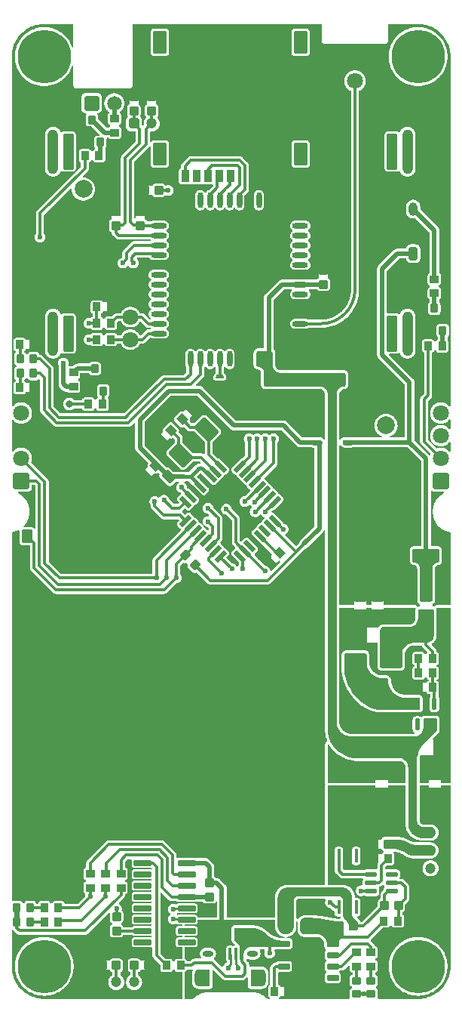
<source format=gbr>
G04*
G04 #@! TF.GenerationSoftware,Altium Limited,Altium Designer,23.0.1 (38)*
G04*
G04 Layer_Physical_Order=2*
G04 Layer_Color=16711680*
%FSLAX25Y25*%
%MOIN*%
G70*
G04*
G04 #@! TF.SameCoordinates,5AACE2FC-F550-4568-A226-762E45A29E99*
G04*
G04*
G04 #@! TF.FilePolarity,Positive*
G04*
G01*
G75*
%ADD15C,0.01181*%
G04:AMPARAMS|DCode=18|XSize=41.34mil|YSize=31.5mil|CornerRadius=3.15mil|HoleSize=0mil|Usage=FLASHONLY|Rotation=0.000|XOffset=0mil|YOffset=0mil|HoleType=Round|Shape=RoundedRectangle|*
%AMROUNDEDRECTD18*
21,1,0.04134,0.02520,0,0,0.0*
21,1,0.03504,0.03150,0,0,0.0*
1,1,0.00630,0.01752,-0.01260*
1,1,0.00630,-0.01752,-0.01260*
1,1,0.00630,-0.01752,0.01260*
1,1,0.00630,0.01752,0.01260*
%
%ADD18ROUNDEDRECTD18*%
G04:AMPARAMS|DCode=20|XSize=53.15mil|YSize=165.35mil|CornerRadius=5.32mil|HoleSize=0mil|Usage=FLASHONLY|Rotation=180.000|XOffset=0mil|YOffset=0mil|HoleType=Round|Shape=RoundedRectangle|*
%AMROUNDEDRECTD20*
21,1,0.05315,0.15472,0,0,180.0*
21,1,0.04252,0.16535,0,0,180.0*
1,1,0.01063,-0.02126,0.07736*
1,1,0.01063,0.02126,0.07736*
1,1,0.01063,0.02126,-0.07736*
1,1,0.01063,-0.02126,-0.07736*
%
%ADD20ROUNDEDRECTD20*%
%ADD31O,0.03740X0.07480*%
%ADD42C,0.00984*%
%ADD43C,0.01968*%
%ADD44C,0.02362*%
G04:AMPARAMS|DCode=45|XSize=86.61mil|YSize=59.06mil|CornerRadius=17.72mil|HoleSize=0mil|Usage=FLASHONLY|Rotation=0.000|XOffset=0mil|YOffset=0mil|HoleType=Round|Shape=RoundedRectangle|*
%AMROUNDEDRECTD45*
21,1,0.08661,0.02362,0,0,0.0*
21,1,0.05118,0.05906,0,0,0.0*
1,1,0.03543,0.02559,-0.01181*
1,1,0.03543,-0.02559,-0.01181*
1,1,0.03543,-0.02559,0.01181*
1,1,0.03543,0.02559,0.01181*
%
%ADD45ROUNDEDRECTD45*%
%ADD46C,0.04724*%
G04:AMPARAMS|DCode=47|XSize=59.06mil|YSize=39.37mil|CornerRadius=9.84mil|HoleSize=0mil|Usage=FLASHONLY|Rotation=90.000|XOffset=0mil|YOffset=0mil|HoleType=Round|Shape=RoundedRectangle|*
%AMROUNDEDRECTD47*
21,1,0.05906,0.01968,0,0,90.0*
21,1,0.03937,0.03937,0,0,90.0*
1,1,0.01968,0.00984,0.01968*
1,1,0.01968,0.00984,-0.01968*
1,1,0.01968,-0.00984,-0.01968*
1,1,0.01968,-0.00984,0.01968*
%
%ADD47ROUNDEDRECTD47*%
%ADD48O,0.03937X0.05906*%
%ADD49O,0.04724X0.02756*%
%ADD50C,0.07874*%
%ADD51O,0.04724X0.19685*%
G04:AMPARAMS|DCode=52|XSize=47.24mil|YSize=47.24mil|CornerRadius=11.81mil|HoleSize=0mil|Usage=FLASHONLY|Rotation=270.000|XOffset=0mil|YOffset=0mil|HoleType=Round|Shape=RoundedRectangle|*
%AMROUNDEDRECTD52*
21,1,0.04724,0.02362,0,0,270.0*
21,1,0.02362,0.04724,0,0,270.0*
1,1,0.02362,-0.01181,-0.01181*
1,1,0.02362,-0.01181,0.01181*
1,1,0.02362,0.01181,0.01181*
1,1,0.02362,0.01181,-0.01181*
%
%ADD52ROUNDEDRECTD52*%
%ADD53C,0.07087*%
G04:AMPARAMS|DCode=54|XSize=70.87mil|YSize=70.87mil|CornerRadius=7.09mil|HoleSize=0mil|Usage=FLASHONLY|Rotation=90.000|XOffset=0mil|YOffset=0mil|HoleType=Round|Shape=RoundedRectangle|*
%AMROUNDEDRECTD54*
21,1,0.07087,0.05669,0,0,90.0*
21,1,0.05669,0.07087,0,0,90.0*
1,1,0.01417,0.02835,0.02835*
1,1,0.01417,0.02835,-0.02835*
1,1,0.01417,-0.02835,-0.02835*
1,1,0.01417,-0.02835,0.02835*
%
%ADD54ROUNDEDRECTD54*%
%ADD55C,0.06500*%
G04:AMPARAMS|DCode=56|XSize=65mil|YSize=65mil|CornerRadius=6.5mil|HoleSize=0mil|Usage=FLASHONLY|Rotation=0.000|XOffset=0mil|YOffset=0mil|HoleType=Round|Shape=RoundedRectangle|*
%AMROUNDEDRECTD56*
21,1,0.06500,0.05200,0,0,0.0*
21,1,0.05200,0.06500,0,0,0.0*
1,1,0.01300,0.02600,-0.02600*
1,1,0.01300,-0.02600,-0.02600*
1,1,0.01300,-0.02600,0.02600*
1,1,0.01300,0.02600,0.02600*
%
%ADD56ROUNDEDRECTD56*%
G04:AMPARAMS|DCode=57|XSize=70.87mil|YSize=70.87mil|CornerRadius=17.72mil|HoleSize=0mil|Usage=FLASHONLY|Rotation=0.000|XOffset=0mil|YOffset=0mil|HoleType=Round|Shape=RoundedRectangle|*
%AMROUNDEDRECTD57*
21,1,0.07087,0.03543,0,0,0.0*
21,1,0.03543,0.07087,0,0,0.0*
1,1,0.03543,0.01772,-0.01772*
1,1,0.03543,-0.01772,-0.01772*
1,1,0.03543,-0.01772,0.01772*
1,1,0.03543,0.01772,0.01772*
%
%ADD57ROUNDEDRECTD57*%
%ADD58C,0.23622*%
%ADD59C,0.02362*%
%ADD60C,0.03150*%
%ADD61C,0.03937*%
%ADD62C,0.01575*%
G04:AMPARAMS|DCode=63|XSize=35.43mil|YSize=39.37mil|CornerRadius=3.54mil|HoleSize=0mil|Usage=FLASHONLY|Rotation=90.000|XOffset=0mil|YOffset=0mil|HoleType=Round|Shape=RoundedRectangle|*
%AMROUNDEDRECTD63*
21,1,0.03543,0.03228,0,0,90.0*
21,1,0.02835,0.03937,0,0,90.0*
1,1,0.00709,0.01614,0.01417*
1,1,0.00709,0.01614,-0.01417*
1,1,0.00709,-0.01614,-0.01417*
1,1,0.00709,-0.01614,0.01417*
%
%ADD63ROUNDEDRECTD63*%
G04:AMPARAMS|DCode=64|XSize=35.43mil|YSize=39.37mil|CornerRadius=3.54mil|HoleSize=0mil|Usage=FLASHONLY|Rotation=0.000|XOffset=0mil|YOffset=0mil|HoleType=Round|Shape=RoundedRectangle|*
%AMROUNDEDRECTD64*
21,1,0.03543,0.03228,0,0,0.0*
21,1,0.02835,0.03937,0,0,0.0*
1,1,0.00709,0.01417,-0.01614*
1,1,0.00709,-0.01417,-0.01614*
1,1,0.00709,-0.01417,0.01614*
1,1,0.00709,0.01417,0.01614*
%
%ADD64ROUNDEDRECTD64*%
%ADD65O,0.07087X0.02362*%
%ADD66O,0.02362X0.07087*%
G04:AMPARAMS|DCode=67|XSize=35.43mil|YSize=39.37mil|CornerRadius=3.54mil|HoleSize=0mil|Usage=FLASHONLY|Rotation=135.000|XOffset=0mil|YOffset=0mil|HoleType=Round|Shape=RoundedRectangle|*
%AMROUNDEDRECTD67*
21,1,0.03543,0.03228,0,0,135.0*
21,1,0.02835,0.03937,0,0,135.0*
1,1,0.00709,0.00139,0.02144*
1,1,0.00709,0.02144,0.00139*
1,1,0.00709,-0.00139,-0.02144*
1,1,0.00709,-0.02144,-0.00139*
%
%ADD67ROUNDEDRECTD67*%
G04:AMPARAMS|DCode=68|XSize=39.37mil|YSize=55.12mil|CornerRadius=4.92mil|HoleSize=0mil|Usage=FLASHONLY|Rotation=90.000|XOffset=0mil|YOffset=0mil|HoleType=Round|Shape=RoundedRectangle|*
%AMROUNDEDRECTD68*
21,1,0.03937,0.04528,0,0,90.0*
21,1,0.02953,0.05512,0,0,90.0*
1,1,0.00984,0.02264,0.01476*
1,1,0.00984,0.02264,-0.01476*
1,1,0.00984,-0.02264,-0.01476*
1,1,0.00984,-0.02264,0.01476*
%
%ADD68ROUNDEDRECTD68*%
G04:AMPARAMS|DCode=69|XSize=51.18mil|YSize=66.93mil|CornerRadius=5.12mil|HoleSize=0mil|Usage=FLASHONLY|Rotation=0.000|XOffset=0mil|YOffset=0mil|HoleType=Round|Shape=RoundedRectangle|*
%AMROUNDEDRECTD69*
21,1,0.05118,0.05669,0,0,0.0*
21,1,0.04095,0.06693,0,0,0.0*
1,1,0.01024,0.02047,-0.02835*
1,1,0.01024,-0.02047,-0.02835*
1,1,0.01024,-0.02047,0.02835*
1,1,0.01024,0.02047,0.02835*
%
%ADD69ROUNDEDRECTD69*%
G04:AMPARAMS|DCode=70|XSize=118.11mil|YSize=59.06mil|CornerRadius=5.91mil|HoleSize=0mil|Usage=FLASHONLY|Rotation=0.000|XOffset=0mil|YOffset=0mil|HoleType=Round|Shape=RoundedRectangle|*
%AMROUNDEDRECTD70*
21,1,0.11811,0.04724,0,0,0.0*
21,1,0.10630,0.05906,0,0,0.0*
1,1,0.01181,0.05315,-0.02362*
1,1,0.01181,-0.05315,-0.02362*
1,1,0.01181,-0.05315,0.02362*
1,1,0.01181,0.05315,0.02362*
%
%ADD70ROUNDEDRECTD70*%
G04:AMPARAMS|DCode=71|XSize=37.01mil|YSize=40.16mil|CornerRadius=3.7mil|HoleSize=0mil|Usage=FLASHONLY|Rotation=270.000|XOffset=0mil|YOffset=0mil|HoleType=Round|Shape=RoundedRectangle|*
%AMROUNDEDRECTD71*
21,1,0.03701,0.03276,0,0,270.0*
21,1,0.02961,0.04016,0,0,270.0*
1,1,0.00740,-0.01638,-0.01480*
1,1,0.00740,-0.01638,0.01480*
1,1,0.00740,0.01638,0.01480*
1,1,0.00740,0.01638,-0.01480*
%
%ADD71ROUNDEDRECTD71*%
G04:AMPARAMS|DCode=72|XSize=37.4mil|YSize=35.43mil|CornerRadius=3.54mil|HoleSize=0mil|Usage=FLASHONLY|Rotation=90.000|XOffset=0mil|YOffset=0mil|HoleType=Round|Shape=RoundedRectangle|*
%AMROUNDEDRECTD72*
21,1,0.03740,0.02835,0,0,90.0*
21,1,0.03032,0.03543,0,0,90.0*
1,1,0.00709,0.01417,0.01516*
1,1,0.00709,0.01417,-0.01516*
1,1,0.00709,-0.01417,-0.01516*
1,1,0.00709,-0.01417,0.01516*
%
%ADD72ROUNDEDRECTD72*%
G04:AMPARAMS|DCode=73|XSize=37.01mil|YSize=40.16mil|CornerRadius=3.7mil|HoleSize=0mil|Usage=FLASHONLY|Rotation=180.000|XOffset=0mil|YOffset=0mil|HoleType=Round|Shape=RoundedRectangle|*
%AMROUNDEDRECTD73*
21,1,0.03701,0.03276,0,0,180.0*
21,1,0.02961,0.04016,0,0,180.0*
1,1,0.00740,-0.01480,0.01638*
1,1,0.00740,0.01480,0.01638*
1,1,0.00740,0.01480,-0.01638*
1,1,0.00740,-0.01480,-0.01638*
%
%ADD73ROUNDEDRECTD73*%
G04:AMPARAMS|DCode=74|XSize=41.34mil|YSize=31.5mil|CornerRadius=3.15mil|HoleSize=0mil|Usage=FLASHONLY|Rotation=270.000|XOffset=0mil|YOffset=0mil|HoleType=Round|Shape=RoundedRectangle|*
%AMROUNDEDRECTD74*
21,1,0.04134,0.02520,0,0,270.0*
21,1,0.03504,0.03150,0,0,270.0*
1,1,0.00630,-0.01260,-0.01752*
1,1,0.00630,-0.01260,0.01752*
1,1,0.00630,0.01260,0.01752*
1,1,0.00630,0.01260,-0.01752*
%
%ADD74ROUNDEDRECTD74*%
G04:AMPARAMS|DCode=75|XSize=59.06mil|YSize=47.24mil|CornerRadius=4.72mil|HoleSize=0mil|Usage=FLASHONLY|Rotation=90.000|XOffset=0mil|YOffset=0mil|HoleType=Round|Shape=RoundedRectangle|*
%AMROUNDEDRECTD75*
21,1,0.05906,0.03780,0,0,90.0*
21,1,0.04961,0.04724,0,0,90.0*
1,1,0.00945,0.01890,0.02480*
1,1,0.00945,0.01890,-0.02480*
1,1,0.00945,-0.01890,-0.02480*
1,1,0.00945,-0.01890,0.02480*
%
%ADD75ROUNDEDRECTD75*%
G04:AMPARAMS|DCode=76|XSize=66.93mil|YSize=94.49mil|CornerRadius=6.69mil|HoleSize=0mil|Usage=FLASHONLY|Rotation=45.000|XOffset=0mil|YOffset=0mil|HoleType=Round|Shape=RoundedRectangle|*
%AMROUNDEDRECTD76*
21,1,0.06693,0.08110,0,0,45.0*
21,1,0.05354,0.09449,0,0,45.0*
1,1,0.01339,0.04760,-0.00974*
1,1,0.01339,0.00974,-0.04760*
1,1,0.01339,-0.04760,0.00974*
1,1,0.01339,-0.00974,0.04760*
%
%ADD76ROUNDEDRECTD76*%
G04:AMPARAMS|DCode=77|XSize=37.01mil|YSize=40.16mil|CornerRadius=3.7mil|HoleSize=0mil|Usage=FLASHONLY|Rotation=45.000|XOffset=0mil|YOffset=0mil|HoleType=Round|Shape=RoundedRectangle|*
%AMROUNDEDRECTD77*
21,1,0.03701,0.03276,0,0,45.0*
21,1,0.02961,0.04016,0,0,45.0*
1,1,0.00740,0.02205,-0.00111*
1,1,0.00740,0.00111,-0.02205*
1,1,0.00740,-0.02205,0.00111*
1,1,0.00740,-0.00111,0.02205*
%
%ADD77ROUNDEDRECTD77*%
G04:AMPARAMS|DCode=78|XSize=39.37mil|YSize=55.12mil|CornerRadius=4.92mil|HoleSize=0mil|Usage=FLASHONLY|Rotation=45.000|XOffset=0mil|YOffset=0mil|HoleType=Round|Shape=RoundedRectangle|*
%AMROUNDEDRECTD78*
21,1,0.03937,0.04528,0,0,45.0*
21,1,0.02953,0.05512,0,0,45.0*
1,1,0.00984,0.02645,-0.00557*
1,1,0.00984,0.00557,-0.02645*
1,1,0.00984,-0.02645,0.00557*
1,1,0.00984,-0.00557,0.02645*
%
%ADD78ROUNDEDRECTD78*%
G04:AMPARAMS|DCode=79|XSize=39.37mil|YSize=55.12mil|CornerRadius=4.92mil|HoleSize=0mil|Usage=FLASHONLY|Rotation=0.000|XOffset=0mil|YOffset=0mil|HoleType=Round|Shape=RoundedRectangle|*
%AMROUNDEDRECTD79*
21,1,0.03937,0.04528,0,0,0.0*
21,1,0.02953,0.05512,0,0,0.0*
1,1,0.00984,0.01476,-0.02264*
1,1,0.00984,-0.01476,-0.02264*
1,1,0.00984,-0.01476,0.02264*
1,1,0.00984,0.01476,0.02264*
%
%ADD79ROUNDEDRECTD79*%
G04:AMPARAMS|DCode=80|XSize=59.06mil|YSize=21.65mil|CornerRadius=3.25mil|HoleSize=0mil|Usage=FLASHONLY|Rotation=315.000|XOffset=0mil|YOffset=0mil|HoleType=Round|Shape=RoundedRectangle|*
%AMROUNDEDRECTD80*
21,1,0.05906,0.01516,0,0,315.0*
21,1,0.05256,0.02165,0,0,315.0*
1,1,0.00650,0.01322,-0.02394*
1,1,0.00650,-0.02394,0.01322*
1,1,0.00650,-0.01322,0.02394*
1,1,0.00650,0.02394,-0.01322*
%
%ADD80ROUNDEDRECTD80*%
G04:AMPARAMS|DCode=81|XSize=21.65mil|YSize=59.06mil|CornerRadius=3.25mil|HoleSize=0mil|Usage=FLASHONLY|Rotation=315.000|XOffset=0mil|YOffset=0mil|HoleType=Round|Shape=RoundedRectangle|*
%AMROUNDEDRECTD81*
21,1,0.02165,0.05256,0,0,315.0*
21,1,0.01516,0.05906,0,0,315.0*
1,1,0.00650,-0.01322,-0.02394*
1,1,0.00650,-0.02394,-0.01322*
1,1,0.00650,0.01322,0.02394*
1,1,0.00650,0.02394,0.01322*
%
%ADD81ROUNDEDRECTD81*%
G04:AMPARAMS|DCode=82|XSize=98.43mil|YSize=66.93mil|CornerRadius=9.71mil|HoleSize=0mil|Usage=FLASHONLY|Rotation=0.000|XOffset=0mil|YOffset=0mil|HoleType=Round|Shape=RoundedRectangle|*
%AMROUNDEDRECTD82*
21,1,0.09843,0.04752,0,0,0.0*
21,1,0.07902,0.06693,0,0,0.0*
1,1,0.01941,0.03951,-0.02376*
1,1,0.01941,-0.03951,-0.02376*
1,1,0.01941,-0.03951,0.02376*
1,1,0.01941,0.03951,0.02376*
%
%ADD82ROUNDEDRECTD82*%
G04:AMPARAMS|DCode=83|XSize=95.43mil|YSize=134.65mil|CornerRadius=9.54mil|HoleSize=0mil|Usage=FLASHONLY|Rotation=270.000|XOffset=0mil|YOffset=0mil|HoleType=Round|Shape=RoundedRectangle|*
%AMROUNDEDRECTD83*
21,1,0.09543,0.11556,0,0,270.0*
21,1,0.07635,0.13465,0,0,270.0*
1,1,0.01909,-0.05778,-0.03817*
1,1,0.01909,-0.05778,0.03817*
1,1,0.01909,0.05778,0.03817*
1,1,0.01909,0.05778,-0.03817*
%
%ADD83ROUNDEDRECTD83*%
G04:AMPARAMS|DCode=84|XSize=53.94mil|YSize=23.23mil|CornerRadius=5.81mil|HoleSize=0mil|Usage=FLASHONLY|Rotation=270.000|XOffset=0mil|YOffset=0mil|HoleType=Round|Shape=RoundedRectangle|*
%AMROUNDEDRECTD84*
21,1,0.05394,0.01161,0,0,270.0*
21,1,0.04232,0.02323,0,0,270.0*
1,1,0.01161,-0.00581,-0.02116*
1,1,0.01161,-0.00581,0.02116*
1,1,0.01161,0.00581,0.02116*
1,1,0.01161,0.00581,-0.02116*
%
%ADD84ROUNDEDRECTD84*%
G04:AMPARAMS|DCode=85|XSize=61.42mil|YSize=15.75mil|CornerRadius=1.97mil|HoleSize=0mil|Usage=FLASHONLY|Rotation=90.000|XOffset=0mil|YOffset=0mil|HoleType=Round|Shape=RoundedRectangle|*
%AMROUNDEDRECTD85*
21,1,0.06142,0.01181,0,0,90.0*
21,1,0.05748,0.01575,0,0,90.0*
1,1,0.00394,0.00591,0.02874*
1,1,0.00394,0.00591,-0.02874*
1,1,0.00394,-0.00591,-0.02874*
1,1,0.00394,-0.00591,0.02874*
%
%ADD85ROUNDEDRECTD85*%
G04:AMPARAMS|DCode=86|XSize=53.94mil|YSize=23.23mil|CornerRadius=5.81mil|HoleSize=0mil|Usage=FLASHONLY|Rotation=180.000|XOffset=0mil|YOffset=0mil|HoleType=Round|Shape=RoundedRectangle|*
%AMROUNDEDRECTD86*
21,1,0.05394,0.01161,0,0,180.0*
21,1,0.04232,0.02323,0,0,180.0*
1,1,0.01161,-0.02116,0.00581*
1,1,0.01161,0.02116,0.00581*
1,1,0.01161,0.02116,-0.00581*
1,1,0.01161,-0.02116,-0.00581*
%
%ADD86ROUNDEDRECTD86*%
%ADD87R,0.01968X0.01968*%
G04:AMPARAMS|DCode=88|XSize=51.18mil|YSize=27.56mil|CornerRadius=2.76mil|HoleSize=0mil|Usage=FLASHONLY|Rotation=0.000|XOffset=0mil|YOffset=0mil|HoleType=Round|Shape=RoundedRectangle|*
%AMROUNDEDRECTD88*
21,1,0.05118,0.02205,0,0,0.0*
21,1,0.04567,0.02756,0,0,0.0*
1,1,0.00551,0.02284,-0.01102*
1,1,0.00551,-0.02284,-0.01102*
1,1,0.00551,-0.02284,0.01102*
1,1,0.00551,0.02284,0.01102*
%
%ADD88ROUNDEDRECTD88*%
G04:AMPARAMS|DCode=89|XSize=77.56mil|YSize=23.62mil|CornerRadius=2.95mil|HoleSize=0mil|Usage=FLASHONLY|Rotation=180.000|XOffset=0mil|YOffset=0mil|HoleType=Round|Shape=RoundedRectangle|*
%AMROUNDEDRECTD89*
21,1,0.07756,0.01772,0,0,180.0*
21,1,0.07165,0.02362,0,0,180.0*
1,1,0.00591,-0.03583,0.00886*
1,1,0.00591,0.03583,0.00886*
1,1,0.00591,0.03583,-0.00886*
1,1,0.00591,-0.03583,-0.00886*
%
%ADD89ROUNDEDRECTD89*%
G04:AMPARAMS|DCode=90|XSize=15.75mil|YSize=53.15mil|CornerRadius=1.58mil|HoleSize=0mil|Usage=FLASHONLY|Rotation=180.000|XOffset=0mil|YOffset=0mil|HoleType=Round|Shape=RoundedRectangle|*
%AMROUNDEDRECTD90*
21,1,0.01575,0.05000,0,0,180.0*
21,1,0.01260,0.05315,0,0,180.0*
1,1,0.00315,-0.00630,0.02500*
1,1,0.00315,0.00630,0.02500*
1,1,0.00315,0.00630,-0.02500*
1,1,0.00315,-0.00630,-0.02500*
%
%ADD90ROUNDEDRECTD90*%
G04:AMPARAMS|DCode=91|XSize=157.48mil|YSize=47.24mil|CornerRadius=4.72mil|HoleSize=0mil|Usage=FLASHONLY|Rotation=90.000|XOffset=0mil|YOffset=0mil|HoleType=Round|Shape=RoundedRectangle|*
%AMROUNDEDRECTD91*
21,1,0.15748,0.03780,0,0,90.0*
21,1,0.14803,0.04724,0,0,90.0*
1,1,0.00945,0.01890,0.07402*
1,1,0.00945,0.01890,-0.07402*
1,1,0.00945,-0.01890,-0.07402*
1,1,0.00945,-0.01890,0.07402*
%
%ADD91ROUNDEDRECTD91*%
G04:AMPARAMS|DCode=92|XSize=61.02mil|YSize=102.36mil|CornerRadius=6.1mil|HoleSize=0mil|Usage=FLASHONLY|Rotation=0.000|XOffset=0mil|YOffset=0mil|HoleType=Round|Shape=RoundedRectangle|*
%AMROUNDEDRECTD92*
21,1,0.06102,0.09016,0,0,0.0*
21,1,0.04882,0.10236,0,0,0.0*
1,1,0.01221,0.02441,-0.04508*
1,1,0.01221,-0.02441,-0.04508*
1,1,0.01221,-0.02441,0.04508*
1,1,0.01221,0.02441,0.04508*
%
%ADD92ROUNDEDRECTD92*%
G04:AMPARAMS|DCode=93|XSize=35.43mil|YSize=53.15mil|CornerRadius=3.54mil|HoleSize=0mil|Usage=FLASHONLY|Rotation=0.000|XOffset=0mil|YOffset=0mil|HoleType=Round|Shape=RoundedRectangle|*
%AMROUNDEDRECTD93*
21,1,0.03543,0.04606,0,0,0.0*
21,1,0.02835,0.05315,0,0,0.0*
1,1,0.00709,0.01417,-0.02303*
1,1,0.00709,-0.01417,-0.02303*
1,1,0.00709,-0.01417,0.02303*
1,1,0.00709,0.01417,0.02303*
%
%ADD93ROUNDEDRECTD93*%
G36*
X515231Y787583D02*
X515893Y787537D01*
X516552Y787461D01*
X517207Y787354D01*
X517857Y787217D01*
X518500Y787050D01*
X519134Y786853D01*
X519758Y786628D01*
X520371Y786374D01*
X520972Y786092D01*
X521559Y785782D01*
X522132Y785446D01*
X522688Y785083D01*
X523227Y784696D01*
X523747Y784284D01*
X524248Y783848D01*
X524728Y783390D01*
X525186Y782909D01*
X525622Y782409D01*
X526034Y781888D01*
X526422Y781349D01*
X526785Y780793D01*
X527121Y780221D01*
X527430Y779634D01*
X527712Y779033D01*
X527966Y778419D01*
X528192Y777795D01*
X528388Y777161D01*
X528555Y776518D01*
X528692Y775869D01*
X528799Y775214D01*
X528876Y774554D01*
X528922Y773892D01*
X528936Y773260D01*
X528934Y773228D01*
Y618857D01*
X528434Y618694D01*
X528319Y618852D01*
X528078Y619135D01*
X527816Y619397D01*
X527533Y619638D01*
X527233Y619856D01*
X526917Y620050D01*
X526586Y620219D01*
X526243Y620361D01*
X525890Y620476D01*
X525529Y620562D01*
X525162Y620620D01*
X524792Y620650D01*
X524421D01*
X524051Y620620D01*
X523684Y620562D01*
X523323Y620476D01*
X522970Y620361D01*
X522627Y620219D01*
X522296Y620050D01*
X521980Y619856D01*
X521679Y619638D01*
X521397Y619397D01*
X521134Y619135D01*
X520893Y618852D01*
X520675Y618552D01*
X520481Y618235D01*
X520313Y617905D01*
X520170Y617562D01*
X520056Y617209D01*
X519969Y616848D01*
X519911Y616481D01*
X519882Y616111D01*
Y615740D01*
X519911Y615370D01*
X519969Y615003D01*
X520056Y614642D01*
X520170Y614289D01*
X520313Y613946D01*
X520481Y613615D01*
X520675Y613298D01*
X520893Y612998D01*
X521134Y612716D01*
X521397Y612453D01*
X521679Y612212D01*
X521980Y611994D01*
X522296Y611800D01*
X522627Y611631D01*
X522970Y611489D01*
X523323Y611375D01*
X523684Y611288D01*
X524051Y611230D01*
X524421Y611201D01*
X524792D01*
X525162Y611230D01*
X525529Y611288D01*
X525890Y611375D01*
X526243Y611489D01*
X526586Y611631D01*
X526917Y611800D01*
X527233Y611994D01*
X527533Y612212D01*
X527816Y612453D01*
X528078Y612716D01*
X528319Y612998D01*
X528434Y613156D01*
X528934Y612993D01*
Y608857D01*
X528434Y608694D01*
X528319Y608852D01*
X528078Y609135D01*
X527816Y609397D01*
X527533Y609638D01*
X527233Y609856D01*
X526917Y610050D01*
X526586Y610219D01*
X526243Y610361D01*
X525890Y610476D01*
X525529Y610562D01*
X525162Y610620D01*
X524792Y610650D01*
X524421D01*
X524051Y610620D01*
X523684Y610562D01*
X523323Y610476D01*
X522970Y610361D01*
X522627Y610219D01*
X522296Y610050D01*
X521980Y609856D01*
X521679Y609638D01*
X521397Y609397D01*
X521134Y609135D01*
X520893Y608852D01*
X520675Y608552D01*
X520481Y608235D01*
X520313Y607905D01*
X520170Y607562D01*
X520056Y607209D01*
X519969Y606848D01*
X519911Y606481D01*
X519882Y606111D01*
Y605740D01*
X519911Y605370D01*
X519969Y605003D01*
X520056Y604642D01*
X520170Y604289D01*
X520313Y603946D01*
X520481Y603615D01*
X520675Y603298D01*
X520893Y602998D01*
X521134Y602716D01*
X521397Y602453D01*
X521679Y602212D01*
X521980Y601994D01*
X522296Y601800D01*
X522627Y601631D01*
X522970Y601489D01*
X523323Y601375D01*
X523684Y601288D01*
X524051Y601230D01*
X524421Y601201D01*
X524792D01*
X525162Y601230D01*
X525529Y601288D01*
X525890Y601375D01*
X526243Y601489D01*
X526586Y601631D01*
X526917Y601800D01*
X527233Y601994D01*
X527533Y602212D01*
X527816Y602453D01*
X528078Y602716D01*
X528319Y602998D01*
X528434Y603156D01*
X528934Y602993D01*
Y598857D01*
X528434Y598694D01*
X528319Y598852D01*
X528078Y599135D01*
X527816Y599397D01*
X527533Y599638D01*
X527233Y599856D01*
X526917Y600050D01*
X526586Y600219D01*
X526243Y600361D01*
X525890Y600476D01*
X525529Y600562D01*
X525162Y600621D01*
X524792Y600650D01*
X524421D01*
X524051Y600621D01*
X523684Y600562D01*
X523323Y600476D01*
X522970Y600361D01*
X522766Y600277D01*
X519000Y604042D01*
Y621213D01*
X520291Y622504D01*
X520444Y622679D01*
X520573Y622872D01*
X520676Y623080D01*
X520750Y623300D01*
X520796Y623528D01*
X520811Y623760D01*
Y642566D01*
X520966Y642619D01*
X521124Y642697D01*
X521269Y642794D01*
X521401Y642910D01*
X521517Y643042D01*
X521615Y643188D01*
X521692Y643345D01*
X521735Y643472D01*
X522556D01*
X522599Y643345D01*
X522677Y643188D01*
X522774Y643042D01*
X522890Y642910D01*
X523022Y642794D01*
X523168Y642697D01*
X523325Y642619D01*
X523491Y642563D01*
X523664Y642528D01*
X523839Y642517D01*
X526673D01*
X526848Y642528D01*
X527020Y642563D01*
X527187Y642619D01*
X527344Y642697D01*
X527490Y642794D01*
X527622Y642910D01*
X527738Y643042D01*
X527835Y643188D01*
X527913Y643345D01*
X527969Y643511D01*
X528003Y643683D01*
X528015Y643858D01*
Y647087D01*
X528003Y647262D01*
X527969Y647434D01*
X527913Y647600D01*
X527835Y647757D01*
X527738Y647903D01*
X527661Y647991D01*
Y649640D01*
X527726Y649684D01*
X527858Y649799D01*
X527974Y649931D01*
X528071Y650077D01*
X528149Y650235D01*
X528205Y650401D01*
X528239Y650573D01*
X528251Y650748D01*
Y653780D01*
X528239Y653955D01*
X528205Y654127D01*
X528149Y654293D01*
X528071Y654450D01*
X527974Y654596D01*
X527858Y654728D01*
X527726Y654844D01*
X527580Y654941D01*
X527423Y655019D01*
X527257Y655075D01*
X527085Y655110D01*
X526909Y655121D01*
X524075D01*
X523900Y655110D01*
X523728Y655075D01*
X523561Y655019D01*
X523404Y654941D01*
X523258Y654844D01*
X523126Y654728D01*
X523011Y654596D01*
X522913Y654450D01*
X522835Y654293D01*
X522779Y654127D01*
X522745Y653955D01*
X522733Y653780D01*
Y650748D01*
X522745Y650573D01*
X522779Y650401D01*
X522835Y650235D01*
X522913Y650077D01*
X523011Y649931D01*
X523126Y649799D01*
X523258Y649684D01*
X523323Y649640D01*
Y648325D01*
X523168Y648248D01*
X523022Y648151D01*
X522890Y648035D01*
X522774Y647903D01*
X522677Y647757D01*
X522599Y647600D01*
X522556Y647472D01*
X521735D01*
X521692Y647600D01*
X521615Y647757D01*
X521517Y647903D01*
X521401Y648035D01*
X521269Y648151D01*
X521124Y648248D01*
X520966Y648326D01*
X520800Y648382D01*
X520628Y648417D01*
X520453Y648428D01*
X517618D01*
X517443Y648417D01*
X517271Y648382D01*
X517105Y648326D01*
X516947Y648248D01*
X516802Y648151D01*
X516670Y648035D01*
X516554Y647903D01*
X516456Y647757D01*
X516379Y647600D01*
X516322Y647434D01*
X516288Y647262D01*
X516277Y647087D01*
Y643858D01*
X516288Y643683D01*
X516322Y643511D01*
X516379Y643345D01*
X516456Y643188D01*
X516554Y643042D01*
X516670Y642910D01*
X516802Y642794D01*
X516947Y642697D01*
X517105Y642619D01*
X517260Y642566D01*
Y624495D01*
X515969Y623204D01*
X515816Y623030D01*
X515687Y622837D01*
X515584Y622628D01*
X515510Y622408D01*
X515464Y622181D01*
X515449Y621949D01*
Y603307D01*
X515464Y603075D01*
X515510Y602848D01*
X515584Y602628D01*
X515687Y602419D01*
X515816Y602226D01*
X515969Y602052D01*
X520159Y597862D01*
X520013Y597392D01*
X519549Y597291D01*
X512995Y603844D01*
Y629366D01*
X512982Y629609D01*
X512941Y629848D01*
X512874Y630082D01*
X512781Y630307D01*
X512663Y630520D01*
X512522Y630718D01*
X512360Y630899D01*
X501637Y641623D01*
X501844Y642123D01*
X505039D01*
X505230Y642135D01*
X505417Y642173D01*
X505598Y642234D01*
X505769Y642318D01*
X505928Y642424D01*
X505940Y642435D01*
X506375Y642372D01*
X506510Y642292D01*
X506510Y642291D01*
X506629Y642005D01*
X506772Y641731D01*
X506938Y641470D01*
X507126Y641224D01*
X507335Y640996D01*
X507563Y640787D01*
X507809Y640599D01*
X508070Y640432D01*
X508344Y640290D01*
X508630Y640171D01*
X508925Y640078D01*
X509227Y640011D01*
X509534Y639971D01*
X509843Y639957D01*
X510152Y639971D01*
X510459Y640011D01*
X510761Y640078D01*
X511056Y640171D01*
X511342Y640290D01*
X511616Y640432D01*
X511877Y640599D01*
X512123Y640787D01*
X512351Y640996D01*
X512560Y641224D01*
X512748Y641470D01*
X512915Y641731D01*
X513057Y642005D01*
X513176Y642291D01*
X513269Y642586D01*
X513336Y642888D01*
X513376Y643195D01*
X513390Y643504D01*
Y658465D01*
X513376Y658774D01*
X513336Y659081D01*
X513269Y659382D01*
X513176Y659678D01*
X513057Y659964D01*
X512915Y660238D01*
X512748Y660499D01*
X512560Y660744D01*
X512351Y660972D01*
X512123Y661181D01*
X511877Y661370D01*
X511616Y661536D01*
X511342Y661679D01*
X511056Y661797D01*
X510761Y661890D01*
X510459Y661957D01*
X510152Y661998D01*
X509843Y662011D01*
X509534Y661998D01*
X509227Y661957D01*
X508925Y661890D01*
X508630Y661797D01*
X508344Y661679D01*
X508070Y661536D01*
X507809Y661370D01*
X507563Y661181D01*
X507335Y660972D01*
X507126Y660744D01*
X506938Y660499D01*
X506772Y660238D01*
X506629Y659964D01*
X506510Y659678D01*
X506510Y659677D01*
X506375Y659597D01*
X505940Y659533D01*
X505928Y659544D01*
X505769Y659650D01*
X505598Y659734D01*
X505417Y659796D01*
X505230Y659833D01*
X505039Y659846D01*
X501260D01*
X500881Y660141D01*
X500791Y660288D01*
Y678595D01*
X506247Y684052D01*
X509260D01*
X509262Y684009D01*
X509303Y683769D01*
X509370Y683536D01*
X509463Y683311D01*
X509581Y683098D01*
X509722Y682900D01*
X509884Y682719D01*
X510065Y682556D01*
X510263Y682416D01*
X510476Y682298D01*
X510701Y682205D01*
X510935Y682138D01*
X511174Y682097D01*
X511417Y682083D01*
X513386D01*
X513629Y682097D01*
X513868Y682138D01*
X514102Y682205D01*
X514327Y682298D01*
X514540Y682416D01*
X514738Y682556D01*
X514919Y682719D01*
X515081Y682900D01*
X515222Y683098D01*
X515340Y683311D01*
X515433Y683536D01*
X515500Y683769D01*
X515541Y684009D01*
X515555Y684252D01*
Y688189D01*
X515541Y688432D01*
X515500Y688672D01*
X515433Y688905D01*
X515340Y689130D01*
X515222Y689343D01*
X515081Y689541D01*
X514919Y689722D01*
X514738Y689885D01*
X514540Y690025D01*
X514327Y690143D01*
X514102Y690236D01*
X513868Y690303D01*
X513629Y690344D01*
X513386Y690358D01*
X511417D01*
X511174Y690344D01*
X510935Y690303D01*
X510701Y690236D01*
X510476Y690143D01*
X510263Y690025D01*
X510065Y689885D01*
X509884Y689722D01*
X509722Y689541D01*
X509581Y689343D01*
X509463Y689130D01*
X509370Y688905D01*
X509303Y688672D01*
X509262Y688432D01*
X509260Y688389D01*
X505349D01*
X505106Y688376D01*
X504866Y688335D01*
X504633Y688268D01*
X504408Y688174D01*
X504195Y688057D01*
X503997Y687916D01*
X503815Y687754D01*
X497088Y681027D01*
X496926Y680846D01*
X496786Y680648D01*
X496668Y680435D01*
X496575Y680210D01*
X496508Y679976D01*
X496467Y679737D01*
X496453Y679494D01*
Y641571D01*
X496467Y641328D01*
X496508Y641088D01*
X496575Y640854D01*
X496668Y640630D01*
X496786Y640417D01*
X496926Y640218D01*
X497088Y640037D01*
X498860Y638265D01*
X508658Y628468D01*
Y605114D01*
X502210D01*
X502119Y605614D01*
X502354Y605702D01*
X502686Y605853D01*
X503007Y606029D01*
X503314Y606226D01*
X503607Y606445D01*
X503884Y606685D01*
X504142Y606943D01*
X504381Y607220D01*
X504600Y607512D01*
X504798Y607820D01*
X504973Y608141D01*
X505125Y608473D01*
X505253Y608816D01*
X505356Y609166D01*
X505434Y609524D01*
X505486Y609886D01*
X505512Y610250D01*
Y610616D01*
X505486Y610981D01*
X505434Y611342D01*
X505356Y611700D01*
X505253Y612050D01*
X505125Y612393D01*
X504973Y612725D01*
X504798Y613046D01*
X504600Y613354D01*
X504381Y613647D01*
X504142Y613923D01*
X503884Y614181D01*
X503607Y614421D01*
X503314Y614640D01*
X503007Y614838D01*
X502686Y615013D01*
X502354Y615165D01*
X502011Y615292D01*
X501660Y615395D01*
X501303Y615473D01*
X500941Y615525D01*
X500576Y615551D01*
X500211D01*
X499846Y615525D01*
X499484Y615473D01*
X499127Y615395D01*
X498776Y615292D01*
X498434Y615165D01*
X498101Y615013D01*
X497780Y614838D01*
X497473Y614640D01*
X497180Y614421D01*
X496904Y614181D01*
X496645Y613923D01*
X496406Y613647D01*
X496187Y613354D01*
X495989Y613046D01*
X495814Y612725D01*
X495662Y612393D01*
X495534Y612050D01*
X495431Y611700D01*
X495354Y611342D01*
X495302Y610981D01*
X495276Y610616D01*
Y610250D01*
X495302Y609886D01*
X495354Y609524D01*
X495431Y609166D01*
X495534Y608816D01*
X495662Y608473D01*
X495814Y608141D01*
X495989Y607820D01*
X496187Y607512D01*
X496406Y607220D01*
X496645Y606943D01*
X496904Y606685D01*
X497180Y606445D01*
X497473Y606226D01*
X497780Y606029D01*
X498101Y605853D01*
X498434Y605702D01*
X498668Y605614D01*
X498578Y605114D01*
X485703D01*
X485668Y605131D01*
X485605Y605153D01*
X485544Y605179D01*
X485480Y605197D01*
X485417Y605219D01*
X485353Y605234D01*
X485289Y605252D01*
X485223Y605263D01*
X485159Y605278D01*
X485093Y605285D01*
X485027Y605297D01*
X484961Y605300D01*
X484895Y605308D01*
X484829D01*
X484762Y605311D01*
X482306D01*
X482239Y605308D01*
X482173D01*
X482107Y605300D01*
X482041Y605297D01*
X481975Y605285D01*
X481909Y605278D01*
X481845Y605263D01*
X481779Y605252D01*
X481715Y605234D01*
X481651Y605219D01*
X481588Y605197D01*
X481524Y605179D01*
X481463Y605153D01*
X481400Y605131D01*
X481340Y605102D01*
X481279Y605077D01*
X481221Y605045D01*
X481161Y605016D01*
X481105Y604981D01*
X481047Y604949D01*
X480993Y604910D01*
X480936Y604875D01*
X480885Y604834D01*
X480830Y604795D01*
X480781Y604751D01*
X480729Y604710D01*
X480682Y604663D01*
X480633Y604618D01*
X480588Y604569D01*
X480541Y604522D01*
X480500Y604470D01*
X480456Y604421D01*
X480417Y604366D01*
X480376Y604315D01*
X480341Y604258D01*
X480302Y604204D01*
X479861Y604222D01*
X479761Y604257D01*
X479703Y604293D01*
Y624239D01*
X479714Y624455D01*
X479803Y624906D01*
X479968Y625305D01*
X480208Y625663D01*
X480513Y625968D01*
X480871Y626207D01*
X481269Y626372D01*
X481721Y626462D01*
X481937Y626473D01*
X482016D01*
X482062Y626476D01*
X482109D01*
X482155Y626484D01*
X482201Y626487D01*
X482247Y626498D01*
X482293Y626506D01*
X482337Y626520D01*
X482382Y626531D01*
X482425Y626549D01*
X482469Y626563D01*
X482670Y626646D01*
X482712Y626667D01*
X482755Y626685D01*
X482794Y626709D01*
X482836Y626730D01*
X482874Y626758D01*
X482913Y626782D01*
X482949Y626812D01*
X482986Y626840D01*
X483019Y626873D01*
X483055Y626903D01*
X483208Y627057D01*
X483239Y627092D01*
X483271Y627125D01*
X483299Y627163D01*
X483329Y627198D01*
X483353Y627238D01*
X483381Y627275D01*
X483402Y627317D01*
X483426Y627356D01*
X483444Y627399D01*
X483465Y627441D01*
X483548Y627642D01*
X483563Y627686D01*
X483580Y627729D01*
X483591Y627774D01*
X483606Y627819D01*
X483613Y627865D01*
X483624Y627910D01*
X483628Y627956D01*
X483635Y628002D01*
Y628049D01*
X483638Y628095D01*
X483638Y628195D01*
X483638Y628195D01*
X483638Y628195D01*
Y628203D01*
X483638Y628204D01*
Y633076D01*
X483635Y633122D01*
Y633169D01*
X483628Y633215D01*
X483624Y633261D01*
X483613Y633307D01*
X483606Y633353D01*
X483591Y633397D01*
X483580Y633442D01*
X483563Y633485D01*
X483548Y633529D01*
X483456Y633753D01*
X483435Y633794D01*
X483417Y633837D01*
X483392Y633877D01*
X483371Y633919D01*
X483344Y633956D01*
X483320Y633996D01*
X483289Y634031D01*
X483262Y634069D01*
X483229Y634102D01*
X483199Y634137D01*
X483028Y634308D01*
X482993Y634338D01*
X482960Y634371D01*
X482922Y634399D01*
X482887Y634429D01*
X482847Y634453D01*
X482809Y634481D01*
X482768Y634502D01*
X482728Y634526D01*
X482685Y634544D01*
X482644Y634565D01*
X482420Y634658D01*
X482376Y634672D01*
X482333Y634690D01*
X482288Y634701D01*
X482243Y634715D01*
X482197Y634722D01*
X482152Y634733D01*
X482106Y634737D01*
X482060Y634744D01*
X482013D01*
X481967Y634748D01*
X453859Y634748D01*
X453622Y634759D01*
X453130Y634857D01*
X452694Y635038D01*
X452301Y635300D01*
X451967Y635634D01*
X451705Y636027D01*
X451524Y636463D01*
X451426Y636955D01*
X451415Y637192D01*
X451415Y642388D01*
X451415Y642569D01*
X451411Y642616D01*
Y642662D01*
X451404Y642708D01*
X451400Y642755D01*
X451389Y642800D01*
X451382Y642846D01*
X451368Y642890D01*
X451357Y642936D01*
X451339Y642979D01*
X451325Y643023D01*
X451186Y643358D01*
X451164Y643400D01*
X451147Y643443D01*
X451122Y643482D01*
X451101Y643524D01*
X451074Y643562D01*
X451050Y643601D01*
X451019Y643637D01*
X450992Y643674D01*
X450959Y643707D01*
X450929Y643743D01*
X450688Y643984D01*
Y665815D01*
X455335Y670463D01*
X458574D01*
X458736Y670098D01*
X458743Y669963D01*
X458600Y669834D01*
X458437Y669653D01*
X458297Y669454D01*
X458179Y669242D01*
X458086Y669017D01*
X458019Y668783D01*
X457978Y668543D01*
X457964Y668301D01*
X457978Y668058D01*
X458019Y667818D01*
X458086Y667584D01*
X458179Y667360D01*
X458297Y667147D01*
X458437Y666949D01*
X458600Y666767D01*
X458781Y666605D01*
X458979Y666464D01*
X459192Y666347D01*
X459417Y666254D01*
X459651Y666186D01*
X459890Y666146D01*
X460133Y666132D01*
X464857D01*
X465100Y666146D01*
X465340Y666186D01*
X465574Y666254D01*
X465799Y666347D01*
X466011Y666464D01*
X466210Y666605D01*
X466391Y666767D01*
X466553Y666949D01*
X466694Y667147D01*
X466812Y667360D01*
X466904Y667584D01*
X466972Y667818D01*
X467013Y668058D01*
X467026Y668301D01*
X467013Y668543D01*
X466972Y668783D01*
X466904Y669017D01*
X466812Y669242D01*
X466694Y669454D01*
X466553Y669653D01*
X466391Y669834D01*
X466247Y669963D01*
X466255Y670098D01*
X466417Y670463D01*
X469871D01*
X469963Y670325D01*
X470080Y670191D01*
X470213Y670074D01*
X470361Y669976D01*
X470520Y669897D01*
X470688Y669840D01*
X470862Y669805D01*
X471039Y669794D01*
X474315D01*
X474492Y669805D01*
X474666Y669840D01*
X474834Y669897D01*
X474994Y669976D01*
X475141Y670074D01*
X475275Y670191D01*
X475392Y670325D01*
X475490Y670472D01*
X475569Y670632D01*
X475626Y670800D01*
X475661Y670974D01*
X475672Y671151D01*
Y674112D01*
X475661Y674289D01*
X475626Y674463D01*
X475569Y674631D01*
X475490Y674790D01*
X475392Y674938D01*
X475275Y675071D01*
X475141Y675188D01*
X474994Y675287D01*
X474834Y675366D01*
X474677Y675419D01*
Y677042D01*
X470677D01*
Y675419D01*
X470520Y675366D01*
X470361Y675287D01*
X470213Y675188D01*
X470080Y675071D01*
X469963Y674938D01*
X469871Y674800D01*
X454437D01*
X454194Y674787D01*
X453954Y674746D01*
X453720Y674678D01*
X453496Y674585D01*
X453283Y674468D01*
X453085Y674327D01*
X452903Y674165D01*
X446985Y668247D01*
X446823Y668066D01*
X446683Y667867D01*
X446565Y667655D01*
X446472Y667430D01*
X446405Y667196D01*
X446364Y666956D01*
X446350Y666713D01*
Y644485D01*
X444092Y644485D01*
X443876Y644485D01*
X443830Y644482D01*
X443783D01*
X443737Y644475D01*
X443691Y644471D01*
X443646Y644460D01*
X443600Y644453D01*
X443555Y644438D01*
X443510Y644427D01*
X443467Y644410D01*
X443423Y644395D01*
X443024Y644230D01*
X442983Y644209D01*
X442940Y644191D01*
X442900Y644167D01*
X442858Y644146D01*
X442821Y644118D01*
X442781Y644094D01*
X442746Y644064D01*
X442708Y644036D01*
X442675Y644003D01*
X442640Y643973D01*
X442335Y643668D01*
X442304Y643633D01*
X442271Y643600D01*
X442244Y643562D01*
X442214Y643527D01*
X442189Y643487D01*
X442162Y643449D01*
X442141Y643408D01*
X442117Y643368D01*
X442099Y643325D01*
X442078Y643284D01*
X441913Y642885D01*
X441898Y642841D01*
X441880Y642798D01*
X441869Y642752D01*
X441855Y642708D01*
X441848Y642662D01*
X441837Y642617D01*
X441833Y642570D01*
X441826Y642524D01*
Y642478D01*
X441822Y642431D01*
X441822Y642216D01*
Y637253D01*
X441822Y637046D01*
X441826Y637000D01*
Y636953D01*
X441833Y636908D01*
X441837Y636861D01*
X441848Y636816D01*
X441855Y636770D01*
X441869Y636726D01*
X441880Y636680D01*
X441898Y636637D01*
X441913Y636593D01*
X442071Y636211D01*
X442092Y636170D01*
X442110Y636127D01*
X442134Y636087D01*
X442155Y636046D01*
X442182Y636008D01*
X442207Y635968D01*
X442237Y635933D01*
X442264Y635895D01*
X442297Y635862D01*
X442327Y635827D01*
X442620Y635534D01*
X442655Y635504D01*
X442688Y635471D01*
X442726Y635444D01*
X442761Y635414D01*
X442801Y635389D01*
X442838Y635362D01*
X442880Y635341D01*
X442920Y635317D01*
X442963Y635299D01*
X443004Y635278D01*
X443386Y635119D01*
X443430Y635105D01*
X443473Y635087D01*
X443519Y635076D01*
X443563Y635062D01*
X443609Y635055D01*
X443654Y635044D01*
X443701Y635040D01*
X443746Y635033D01*
X443793D01*
X443839Y635029D01*
X443988Y635029D01*
X444193Y635009D01*
X444623Y634831D01*
X444910Y634544D01*
X445088Y634115D01*
X445108Y633907D01*
Y628367D01*
X445108Y628226D01*
X445112Y628179D01*
Y628132D01*
X445119Y628087D01*
X445123Y628040D01*
X445134Y627995D01*
X445141Y627949D01*
X445155Y627905D01*
X445166Y627859D01*
X445184Y627816D01*
X445198Y627772D01*
X445306Y627512D01*
X445327Y627470D01*
X445345Y627427D01*
X445369Y627387D01*
X445391Y627346D01*
X445418Y627308D01*
X445442Y627269D01*
X445472Y627233D01*
X445500Y627196D01*
X445533Y627163D01*
X445563Y627127D01*
X445762Y626928D01*
X445798Y626897D01*
X445831Y626865D01*
X445868Y626837D01*
X445904Y626807D01*
X445943Y626783D01*
X445981Y626755D01*
X446023Y626734D01*
X446062Y626710D01*
X446105Y626692D01*
X446147Y626671D01*
X446407Y626563D01*
X446452Y626548D01*
X446495Y626531D01*
X446540Y626520D01*
X446584Y626506D01*
X446630Y626498D01*
X446675Y626487D01*
X446722Y626484D01*
X446768Y626476D01*
X446814D01*
X446861Y626473D01*
X447002Y626473D01*
X471183Y626473D01*
X471397Y626462D01*
X471844Y626373D01*
X472238Y626210D01*
X472592Y625973D01*
X472894Y625672D01*
X473131Y625317D01*
X473294Y624923D01*
X473383Y624476D01*
X473393Y624262D01*
Y604290D01*
X473066Y604147D01*
X472900Y604146D01*
X472868Y604204D01*
X472829Y604258D01*
X472794Y604315D01*
X472753Y604366D01*
X472714Y604421D01*
X472670Y604470D01*
X472628Y604522D01*
X472581Y604569D01*
X472537Y604618D01*
X472488Y604663D01*
X472441Y604710D01*
X472389Y604751D01*
X472339Y604795D01*
X472285Y604834D01*
X472233Y604875D01*
X472177Y604910D01*
X472123Y604949D01*
X472065Y604981D01*
X472009Y605016D01*
X471949Y605045D01*
X471891Y605077D01*
X471830Y605102D01*
X471770Y605131D01*
X471707Y605153D01*
X471646Y605179D01*
X471582Y605197D01*
X471519Y605219D01*
X471455Y605234D01*
X471391Y605252D01*
X471325Y605263D01*
X471261Y605278D01*
X471195Y605285D01*
X471129Y605297D01*
X471063Y605300D01*
X470997Y605308D01*
X470930D01*
X470864Y605311D01*
X468407D01*
X468341Y605308D01*
X468275D01*
X468209Y605300D01*
X468143Y605297D01*
X468077Y605285D01*
X468011Y605278D01*
X467946Y605263D01*
X467881Y605252D01*
X467817Y605234D01*
X467753Y605219D01*
X467690Y605197D01*
X467626Y605179D01*
X467565Y605153D01*
X467502Y605131D01*
X467467Y605114D01*
X463394D01*
X456541Y611967D01*
X456360Y612129D01*
X456161Y612269D01*
X455949Y612387D01*
X455724Y612480D01*
X455490Y612547D01*
X455250Y612588D01*
X455008Y612602D01*
X434001D01*
X419380Y627222D01*
X419199Y627385D01*
X419000Y627525D01*
X418787Y627643D01*
X418563Y627736D01*
X418329Y627803D01*
X418089Y627844D01*
X417846Y627858D01*
X416447D01*
X416255Y628320D01*
X419459Y631524D01*
X419613Y631698D01*
X419741Y631891D01*
X419844Y632100D01*
X419919Y632320D01*
X419964Y632547D01*
X419979Y632779D01*
Y636156D01*
X420040Y636241D01*
X420090Y636332D01*
X420327Y636391D01*
X420411D01*
X420648Y636332D01*
X420698Y636241D01*
X420839Y636043D01*
X421001Y635862D01*
X421182Y635700D01*
X421381Y635559D01*
X421594Y635441D01*
X421818Y635348D01*
X422052Y635281D01*
X422292Y635240D01*
X422535Y635226D01*
X422778Y635240D01*
X423017Y635281D01*
X423251Y635348D01*
X423476Y635441D01*
X423689Y635559D01*
X423887Y635700D01*
X424068Y635862D01*
X424230Y636043D01*
X424302Y636143D01*
X424745Y636234D01*
X424874Y636232D01*
X425095Y636037D01*
Y633668D01*
X425067Y633649D01*
X425051Y633637D01*
X425035Y633627D01*
X424991Y633589D01*
X424945Y633553D01*
X424932Y633539D01*
X424917Y633526D01*
X424643Y633252D01*
X424630Y633237D01*
X424616Y633224D01*
X424580Y633179D01*
X424542Y633134D01*
X424532Y633118D01*
X424520Y633103D01*
X424305Y632780D01*
X424295Y632763D01*
X424284Y632748D01*
X424258Y632696D01*
X424229Y632645D01*
X424222Y632627D01*
X424214Y632610D01*
X424065Y632251D01*
X424059Y632233D01*
X424051Y632215D01*
X424035Y632159D01*
X424017Y632104D01*
X424014Y632085D01*
X424009Y632066D01*
X423933Y631686D01*
X423931Y631666D01*
X423926Y631648D01*
X423922Y631590D01*
X423915Y631532D01*
X423916Y631512D01*
X423914Y631493D01*
X423914Y631299D01*
X423926Y631145D01*
X423963Y630994D01*
X424022Y630851D01*
X424103Y630719D01*
X424203Y630601D01*
X424321Y630501D01*
X424453Y630419D01*
X424597Y630360D01*
X424747Y630324D01*
X424902Y630312D01*
X428839D01*
X428993Y630324D01*
X429144Y630360D01*
X429287Y630419D01*
X429419Y630501D01*
X429537Y630601D01*
X429637Y630719D01*
X429718Y630851D01*
X429778Y630994D01*
X429814Y631145D01*
X429826Y631299D01*
Y631493D01*
X429824Y631512D01*
X429825Y631532D01*
X429818Y631590D01*
X429814Y631648D01*
X429809Y631666D01*
X429807Y631686D01*
X429731Y632066D01*
X429726Y632085D01*
X429723Y632104D01*
X429705Y632159D01*
X429689Y632215D01*
X429681Y632233D01*
X429675Y632251D01*
X429527Y632610D01*
X429518Y632627D01*
X429511Y632645D01*
X429483Y632696D01*
X429456Y632748D01*
X429445Y632763D01*
X429435Y632780D01*
X429220Y633103D01*
X429208Y633118D01*
X429198Y633134D01*
X429160Y633179D01*
X429124Y633224D01*
X429110Y633237D01*
X429097Y633252D01*
X428823Y633526D01*
X428808Y633539D01*
X428795Y633553D01*
X428749Y633589D01*
X428705Y633627D01*
X428689Y633637D01*
X428673Y633649D01*
X428646Y633668D01*
Y636162D01*
X428702Y636241D01*
X428752Y636332D01*
X428989Y636391D01*
X429073D01*
X429310Y636332D01*
X429360Y636241D01*
X429500Y636043D01*
X429663Y635862D01*
X429844Y635700D01*
X430042Y635559D01*
X430255Y635441D01*
X430480Y635348D01*
X430714Y635281D01*
X430953Y635240D01*
X431196Y635226D01*
X431439Y635240D01*
X431679Y635281D01*
X431912Y635348D01*
X432137Y635441D01*
X432350Y635559D01*
X432548Y635700D01*
X432730Y635862D01*
X432892Y636043D01*
X433032Y636241D01*
X433150Y636454D01*
X433243Y636679D01*
X433311Y636913D01*
X433351Y637152D01*
X433365Y637395D01*
Y642120D01*
X433351Y642362D01*
X433311Y642602D01*
X433243Y642836D01*
X433150Y643060D01*
X433032Y643273D01*
X432892Y643472D01*
X432730Y643653D01*
X432548Y643815D01*
X432350Y643956D01*
X432137Y644073D01*
X431912Y644167D01*
X431679Y644234D01*
X431439Y644275D01*
X431196Y644288D01*
X430953Y644275D01*
X430714Y644234D01*
X430480Y644167D01*
X430255Y644073D01*
X430042Y643956D01*
X429844Y643815D01*
X429663Y643653D01*
X429500Y643472D01*
X429360Y643273D01*
X429310Y643183D01*
X429073Y643124D01*
X428989D01*
X428752Y643183D01*
X428702Y643273D01*
X428561Y643472D01*
X428399Y643653D01*
X428218Y643815D01*
X428019Y643956D01*
X427806Y644073D01*
X427582Y644167D01*
X427348Y644234D01*
X427108Y644275D01*
X426865Y644288D01*
X426622Y644275D01*
X426383Y644234D01*
X426149Y644167D01*
X425924Y644073D01*
X425711Y643956D01*
X425513Y643815D01*
X425332Y643653D01*
X425170Y643472D01*
X425029Y643273D01*
X424979Y643183D01*
X424742Y643124D01*
X424658D01*
X424421Y643183D01*
X424371Y643273D01*
X424230Y643472D01*
X424068Y643653D01*
X423887Y643815D01*
X423689Y643956D01*
X423476Y644073D01*
X423251Y644167D01*
X423017Y644234D01*
X422778Y644275D01*
X422535Y644288D01*
X422292Y644275D01*
X422052Y644234D01*
X421818Y644167D01*
X421594Y644073D01*
X421381Y643956D01*
X421182Y643815D01*
X421001Y643653D01*
X420839Y643472D01*
X420698Y643273D01*
X420648Y643183D01*
X420411Y643124D01*
X420327D01*
X420090Y643183D01*
X420040Y643273D01*
X419900Y643472D01*
X419737Y643653D01*
X419556Y643815D01*
X419358Y643956D01*
X419145Y644073D01*
X418920Y644167D01*
X418686Y644234D01*
X418447Y644275D01*
X418204Y644288D01*
X417961Y644275D01*
X417721Y644234D01*
X417488Y644167D01*
X417263Y644073D01*
X417050Y643956D01*
X416852Y643815D01*
X416670Y643653D01*
X416508Y643472D01*
X416368Y643273D01*
X416318Y643183D01*
X416081Y643124D01*
X415996D01*
X415760Y643183D01*
X415710Y643273D01*
X415569Y643472D01*
X415407Y643653D01*
X415225Y643815D01*
X415027Y643956D01*
X414814Y644073D01*
X414590Y644167D01*
X414356Y644234D01*
X414116Y644275D01*
X413873Y644288D01*
X413630Y644275D01*
X413391Y644234D01*
X413157Y644167D01*
X412932Y644073D01*
X412719Y643956D01*
X412521Y643815D01*
X412340Y643653D01*
X412178Y643472D01*
X412037Y643273D01*
X411919Y643060D01*
X411826Y642836D01*
X411759Y642602D01*
X411718Y642362D01*
X411704Y642120D01*
Y637395D01*
X411718Y637152D01*
X411759Y636913D01*
X411826Y636679D01*
X411919Y636454D01*
X412037Y636241D01*
X412098Y636156D01*
Y633746D01*
X410934Y632583D01*
X402212D01*
X401980Y632567D01*
X401752Y632522D01*
X401532Y632447D01*
X401324Y632345D01*
X401131Y632216D01*
X400956Y632062D01*
X385192Y616298D01*
X385192Y616298D01*
X384636Y615742D01*
X356489D01*
X353350Y618881D01*
Y635502D01*
X353335Y635734D01*
X353290Y635962D01*
X353215Y636182D01*
X353112Y636390D01*
X352983Y636583D01*
X352830Y636758D01*
X348456Y641132D01*
X348281Y641285D01*
X348088Y641414D01*
X347880Y641517D01*
X347660Y641591D01*
X347432Y641637D01*
X347200Y641652D01*
X347037D01*
X347027Y641798D01*
X346994Y641965D01*
X346939Y642127D01*
X346864Y642279D01*
X346769Y642421D01*
X346657Y642549D01*
X346529Y642661D01*
X346388Y642756D01*
X346235Y642831D01*
X346074Y642886D01*
X345906Y642919D01*
X345737Y642931D01*
X343217D01*
X343047Y642919D01*
X342880Y642886D01*
X342719Y642831D01*
X342566Y642756D01*
X342424Y642661D01*
X342296Y642549D01*
X342184Y642421D01*
X342089Y642279D01*
X342014Y642127D01*
X341959Y641965D01*
X341955Y641943D01*
X341093Y641943D01*
X341089Y641965D01*
X341034Y642127D01*
X340958Y642279D01*
X340864Y642421D01*
X340752Y642549D01*
X340624Y642661D01*
X340482Y642756D01*
X340421Y642786D01*
Y643281D01*
X340502Y643320D01*
X340648Y643418D01*
X340780Y643534D01*
X340895Y643666D01*
X340993Y643811D01*
X341070Y643969D01*
X341114Y644096D01*
X342824D01*
Y648096D01*
X341114D01*
X341070Y648224D01*
X340993Y648381D01*
X340895Y648527D01*
X340780Y648659D01*
X340648Y648775D01*
X340502Y648872D01*
X340344Y648950D01*
X340178Y649006D01*
X340006Y649041D01*
X339831Y649052D01*
X336996D01*
X336821Y649041D01*
X336649Y649006D01*
X336483Y648950D01*
X336326Y648872D01*
X336180Y648775D01*
X336048Y648659D01*
X335932Y648527D01*
X335835Y648381D01*
X335757Y648224D01*
X335701Y648058D01*
X335666Y647886D01*
X335655Y647711D01*
Y644482D01*
X335666Y644307D01*
X335701Y644135D01*
X335757Y643969D01*
X335835Y643811D01*
X335932Y643666D01*
X336048Y643534D01*
X336180Y643418D01*
X336326Y643320D01*
X336483Y643243D01*
X336503Y643236D01*
X336593Y642962D01*
X336598Y642881D01*
X336566Y642693D01*
X336519Y642661D01*
X336391Y642549D01*
X336278Y642421D01*
X336184Y642279D01*
X336108Y642127D01*
X336054Y641965D01*
X336020Y641798D01*
X336009Y641629D01*
Y638125D01*
X336020Y637955D01*
X336054Y637787D01*
X336108Y637626D01*
X336184Y637473D01*
X336278Y637332D01*
X336391Y637204D01*
X336519Y637092D01*
X336660Y636997D01*
X336813Y636922D01*
X336901Y636892D01*
X336970Y636632D01*
X336901Y636372D01*
X336813Y636342D01*
X336660Y636266D01*
X336519Y636172D01*
X336391Y636060D01*
X336278Y635931D01*
X336184Y635790D01*
X336108Y635637D01*
X336054Y635476D01*
X336020Y635309D01*
X336009Y635139D01*
Y631635D01*
X336020Y631465D01*
X336054Y631298D01*
X336108Y631137D01*
X336184Y630984D01*
X336278Y630842D01*
X336391Y630714D01*
X336519Y630602D01*
X336660Y630507D01*
X336680Y630498D01*
X336671Y629986D01*
X336649Y629982D01*
X336483Y629925D01*
X336326Y629847D01*
X336180Y629750D01*
X336048Y629634D01*
X335932Y629502D01*
X335835Y629356D01*
X335757Y629199D01*
X335701Y629033D01*
X335666Y628861D01*
X335655Y628686D01*
Y625457D01*
X335666Y625282D01*
X335701Y625110D01*
X335757Y624944D01*
X335835Y624787D01*
X335932Y624641D01*
X336048Y624509D01*
X336180Y624393D01*
X336326Y624296D01*
X336483Y624218D01*
X336649Y624162D01*
X336821Y624127D01*
X336996Y624116D01*
X339831D01*
X340006Y624127D01*
X340178Y624162D01*
X340344Y624218D01*
X340502Y624296D01*
X340648Y624393D01*
X340780Y624509D01*
X340895Y624641D01*
X340993Y624787D01*
X341070Y624944D01*
X341114Y625072D01*
X342824Y625072D01*
Y629072D01*
X341114D01*
X341070Y629199D01*
X340993Y629356D01*
X340895Y629502D01*
X340780Y629634D01*
X340648Y629750D01*
X340502Y629847D01*
X340347Y629924D01*
Y630441D01*
X340482Y630507D01*
X340624Y630602D01*
X340752Y630714D01*
X340864Y630842D01*
X340959Y630984D01*
X341034Y631137D01*
X341089Y631298D01*
X341093Y631320D01*
X341955D01*
X341959Y631298D01*
X342014Y631137D01*
X342089Y630984D01*
X342184Y630842D01*
X342296Y630714D01*
X342424Y630602D01*
X342566Y630507D01*
X342719Y630432D01*
X342880Y630377D01*
X343047Y630344D01*
X343217Y630333D01*
X345737D01*
X345906Y630344D01*
X346074Y630377D01*
X346235Y630432D01*
X346388Y630507D01*
X346529Y630602D01*
X346657Y630714D01*
X346723Y630789D01*
X346847Y630850D01*
X346971Y630864D01*
X347437Y630477D01*
Y617167D01*
X347452Y616936D01*
X347498Y616708D01*
X347572Y616488D01*
X347675Y616280D01*
X347804Y616087D01*
X347957Y615912D01*
X353520Y610349D01*
X353695Y610196D01*
X353888Y610067D01*
X354096Y609964D01*
X354316Y609890D01*
X354544Y609844D01*
X354775Y609829D01*
X386350D01*
X386582Y609844D01*
X386809Y609890D01*
X387029Y609964D01*
X387238Y610067D01*
X387431Y610196D01*
X387605Y610349D01*
X388934Y611678D01*
X389397Y611487D01*
Y600508D01*
X389410Y600266D01*
X389451Y600026D01*
X389518Y599792D01*
X389611Y599567D01*
X389729Y599355D01*
X389870Y599156D01*
X390032Y598975D01*
X395289Y593717D01*
X395178Y593590D01*
X395079Y593442D01*
X395000Y593283D01*
X394943Y593115D01*
X394909Y592941D01*
X394897Y592763D01*
X394909Y592586D01*
X394943Y592412D01*
X395000Y592244D01*
X395074Y592095D01*
X393926Y590948D01*
X396755Y588119D01*
X397902Y589267D01*
X398051Y589193D01*
X398219Y589136D01*
X398393Y589102D01*
X398570Y589090D01*
X398748Y589102D01*
X398922Y589136D01*
X399090Y589193D01*
X399249Y589272D01*
X399397Y589370D01*
X399524Y589482D01*
X400217Y588790D01*
X400200Y588739D01*
X400162Y588550D01*
X400150Y588357D01*
X400162Y588164D01*
X400200Y587974D01*
X400262Y587790D01*
X400348Y587617D01*
X400455Y587456D01*
X400583Y587310D01*
X403784Y584109D01*
X403930Y583981D01*
X404091Y583874D01*
X404264Y583788D01*
X404448Y583726D01*
X404637Y583688D01*
X404831Y583676D01*
X405024Y583688D01*
X405213Y583726D01*
X405397Y583788D01*
X405570Y583874D01*
X405731Y583981D01*
X405877Y584109D01*
X407399Y585631D01*
X408723D01*
X408847Y585136D01*
X408622Y584995D01*
X408415Y584829D01*
X408227Y584642D01*
X408062Y584434D01*
X407921Y584210D01*
X407805Y583970D01*
X407718Y583720D01*
X407659Y583461D01*
X407629Y583198D01*
Y582932D01*
X407659Y582669D01*
X407718Y582410D01*
X407805Y582160D01*
X407921Y581921D01*
X408062Y581696D01*
X408227Y581489D01*
X408415Y581301D01*
X408622Y581136D01*
X408847Y580994D01*
X409086Y580879D01*
X409336Y580792D01*
X409547Y580744D01*
X409641Y580650D01*
X409672Y580508D01*
X409615Y580093D01*
X409568Y580015D01*
X409480Y579939D01*
X408409Y578867D01*
X408296Y578738D01*
X408200Y578595D01*
X408124Y578441D01*
X408069Y578279D01*
X408036Y578110D01*
X408025Y577939D01*
X408036Y577768D01*
X408069Y577600D01*
X408124Y577437D01*
X408200Y577283D01*
X408296Y577141D01*
X408409Y577011D01*
X409012Y576409D01*
X408394Y575791D01*
X406542D01*
X404503Y577831D01*
X404460Y578017D01*
X404373Y578268D01*
X404257Y578507D01*
X404116Y578731D01*
X403951Y578939D01*
X403763Y579126D01*
X403556Y579292D01*
X403331Y579433D01*
X403092Y579548D01*
X402842Y579636D01*
X402583Y579695D01*
X402319Y579724D01*
X402054D01*
X401790Y579695D01*
X401532Y579636D01*
X401281Y579548D01*
X401042Y579433D01*
X400817Y579292D01*
X400610Y579126D01*
X400422Y578939D01*
X400275Y578754D01*
X400247Y578730D01*
X399736Y578642D01*
X399642Y578675D01*
X399486Y578800D01*
X399261Y578941D01*
X399022Y579056D01*
X398772Y579143D01*
X398513Y579203D01*
X398250Y579232D01*
X397984D01*
X397721Y579203D01*
X397462Y579143D01*
X397212Y579056D01*
X396972Y578941D01*
X396748Y578800D01*
X396540Y578634D01*
X396353Y578447D01*
X396187Y578239D01*
X396046Y578015D01*
X395931Y577775D01*
X395843Y577525D01*
X395784Y577266D01*
X395755Y577003D01*
Y576737D01*
X395784Y576474D01*
X395843Y576215D01*
X395931Y575965D01*
X396046Y575726D01*
X396187Y575501D01*
X396256Y575415D01*
Y574902D01*
X396271Y574670D01*
X396317Y574442D01*
X396391Y574222D01*
X396494Y574014D01*
X396623Y573821D01*
X396776Y573646D01*
X400906Y569516D01*
X401081Y569363D01*
X401274Y569234D01*
X401482Y569131D01*
X401702Y569057D01*
X401930Y569011D01*
X402162Y568996D01*
X408489D01*
X409012Y568473D01*
X408409Y567870D01*
X408296Y567741D01*
X408200Y567599D01*
X408124Y567445D01*
X408069Y567282D01*
X408036Y567114D01*
X408025Y566943D01*
X408036Y566772D01*
X408069Y566603D01*
X408124Y566441D01*
X408200Y566287D01*
X408296Y566144D01*
X408409Y566015D01*
X409480Y564943D01*
X409568Y564866D01*
X409615Y564789D01*
X409672Y564374D01*
X409641Y564232D01*
X397662Y552253D01*
X397509Y552079D01*
X397380Y551886D01*
X397277Y551677D01*
X397202Y551457D01*
X397157Y551229D01*
X397142Y550998D01*
Y544886D01*
X356584D01*
X351272Y550198D01*
Y585504D01*
X351256Y585736D01*
X351211Y585963D01*
X351136Y586183D01*
X351034Y586392D01*
X350905Y586585D01*
X350751Y586759D01*
X343426Y594085D01*
X343511Y594289D01*
X343625Y594642D01*
X343712Y595003D01*
X343770Y595369D01*
X343799Y595740D01*
Y596111D01*
X343770Y596481D01*
X343712Y596848D01*
X343625Y597209D01*
X343511Y597562D01*
X343369Y597905D01*
X343200Y598235D01*
X343006Y598552D01*
X342788Y598852D01*
X342547Y599135D01*
X342284Y599397D01*
X342002Y599638D01*
X341702Y599856D01*
X341385Y600050D01*
X341054Y600219D01*
X340711Y600361D01*
X340358Y600476D01*
X339997Y600562D01*
X339631Y600621D01*
X339260Y600650D01*
X338889D01*
X338519Y600621D01*
X338152Y600562D01*
X337791Y600476D01*
X337438Y600361D01*
X337095Y600219D01*
X336765Y600050D01*
X336448Y599856D01*
X336148Y599638D01*
X335865Y599397D01*
X335603Y599135D01*
X335362Y598852D01*
X335346Y598830D01*
X334845Y598992D01*
Y612858D01*
X335346Y613021D01*
X335362Y612998D01*
X335603Y612716D01*
X335865Y612453D01*
X336148Y612212D01*
X336448Y611994D01*
X336765Y611800D01*
X337095Y611631D01*
X337438Y611489D01*
X337791Y611375D01*
X338152Y611288D01*
X338519Y611230D01*
X338889Y611201D01*
X339260D01*
X339631Y611230D01*
X339997Y611288D01*
X340358Y611375D01*
X340711Y611489D01*
X341054Y611631D01*
X341385Y611800D01*
X341702Y611994D01*
X342002Y612212D01*
X342284Y612453D01*
X342547Y612716D01*
X342788Y612998D01*
X343006Y613298D01*
X343200Y613615D01*
X343369Y613946D01*
X343511Y614289D01*
X343625Y614642D01*
X343712Y615003D01*
X343770Y615370D01*
X343799Y615740D01*
Y616111D01*
X343770Y616481D01*
X343712Y616848D01*
X343625Y617209D01*
X343511Y617562D01*
X343369Y617905D01*
X343200Y618235D01*
X343006Y618552D01*
X342788Y618852D01*
X342547Y619135D01*
X342284Y619397D01*
X342002Y619638D01*
X341702Y619856D01*
X341385Y620050D01*
X341054Y620219D01*
X340711Y620361D01*
X340358Y620476D01*
X339997Y620562D01*
X339631Y620620D01*
X339260Y620650D01*
X338889D01*
X338519Y620620D01*
X338152Y620562D01*
X337791Y620476D01*
X337438Y620361D01*
X337095Y620219D01*
X336765Y620050D01*
X336448Y619856D01*
X336148Y619638D01*
X335865Y619397D01*
X335603Y619135D01*
X335362Y618852D01*
X335346Y618830D01*
X334845Y618992D01*
Y773228D01*
X334843Y773260D01*
X334858Y773892D01*
X334904Y774554D01*
X334980Y775214D01*
X335087Y775869D01*
X335224Y776518D01*
X335391Y777161D01*
X335588Y777795D01*
X335813Y778419D01*
X336067Y779033D01*
X336349Y779634D01*
X336659Y780221D01*
X336995Y780793D01*
X337357Y781349D01*
X337745Y781888D01*
X338157Y782409D01*
X338593Y782909D01*
X339052Y783390D01*
X339532Y783848D01*
X340032Y784284D01*
X340553Y784696D01*
X341092Y785083D01*
X341648Y785446D01*
X342220Y785782D01*
X342807Y786092D01*
X343408Y786374D01*
X344022Y786628D01*
X344646Y786853D01*
X345280Y787050D01*
X345923Y787217D01*
X346572Y787354D01*
X347227Y787461D01*
X347887Y787537D01*
X348549Y787583D01*
X349180Y787598D01*
X349213Y787596D01*
X362116D01*
Y777171D01*
X361616Y777097D01*
X361553Y777305D01*
X361338Y777906D01*
X361094Y778495D01*
X360821Y779072D01*
X360520Y779634D01*
X360192Y780181D01*
X359838Y780712D01*
X359458Y781224D01*
X359053Y781717D01*
X358625Y782190D01*
X358174Y782641D01*
X357701Y783069D01*
X357208Y783474D01*
X356696Y783854D01*
X356166Y784208D01*
X355618Y784536D01*
X355056Y784837D01*
X354479Y785110D01*
X353890Y785354D01*
X353289Y785569D01*
X352679Y785754D01*
X352060Y785909D01*
X351434Y786033D01*
X350803Y786127D01*
X350169Y786189D01*
X349532Y786221D01*
X348894D01*
X348257Y786189D01*
X347622Y786127D01*
X346991Y786033D01*
X346365Y785909D01*
X345746Y785754D01*
X345136Y785569D01*
X344535Y785354D01*
X343946Y785110D01*
X343369Y784837D01*
X342807Y784536D01*
X342260Y784208D01*
X341729Y783854D01*
X341217Y783474D01*
X340724Y783069D01*
X340251Y782641D01*
X339800Y782190D01*
X339372Y781717D01*
X338967Y781224D01*
X338587Y780712D01*
X338233Y780181D01*
X337905Y779634D01*
X337604Y779072D01*
X337332Y778495D01*
X337087Y777906D01*
X336873Y777305D01*
X336687Y776695D01*
X336532Y776076D01*
X336408Y775450D01*
X336314Y774819D01*
X336252Y774184D01*
X336221Y773547D01*
Y772909D01*
X336252Y772272D01*
X336314Y771637D01*
X336408Y771006D01*
X336532Y770381D01*
X336687Y769762D01*
X336873Y769152D01*
X337087Y768551D01*
X337332Y767962D01*
X337604Y767385D01*
X337905Y766823D01*
X338233Y766276D01*
X338587Y765745D01*
X338967Y765233D01*
X339372Y764740D01*
X339800Y764267D01*
X340251Y763816D01*
X340724Y763388D01*
X341217Y762983D01*
X341729Y762603D01*
X342260Y762249D01*
X342807Y761921D01*
X343369Y761620D01*
X343946Y761347D01*
X344535Y761103D01*
X345136Y760888D01*
X345746Y760703D01*
X346365Y760548D01*
X346991Y760424D01*
X347622Y760330D01*
X348257Y760267D01*
X348894Y760236D01*
X349532D01*
X350169Y760267D01*
X350803Y760330D01*
X351434Y760424D01*
X352060Y760548D01*
X352679Y760703D01*
X353289Y760888D01*
X353890Y761103D01*
X354479Y761347D01*
X355056Y761620D01*
X355618Y761921D01*
X356166Y762249D01*
X356696Y762603D01*
X357208Y762983D01*
X357701Y763388D01*
X358174Y763816D01*
X358625Y764267D01*
X359053Y764740D01*
X359458Y765233D01*
X359838Y765745D01*
X360192Y766276D01*
X360520Y766823D01*
X360821Y767385D01*
X361094Y767962D01*
X361338Y768551D01*
X361553Y769152D01*
X361616Y769360D01*
X362116Y769286D01*
Y760556D01*
X362128Y760376D01*
X362163Y760198D01*
X362221Y760028D01*
X362301Y759866D01*
X362401Y759715D01*
X362520Y759580D01*
X362656Y759460D01*
X362806Y759360D01*
X362968Y759280D01*
X363139Y759222D01*
X363317Y759187D01*
X363497Y759175D01*
X386897D01*
X387077Y759187D01*
X387254Y759222D01*
X387425Y759280D01*
X387587Y759360D01*
X387737Y759460D01*
X387873Y759580D01*
X387992Y759715D01*
X388093Y759866D01*
X388173Y760028D01*
X388231Y760198D01*
X388266Y760376D01*
X388278Y760556D01*
Y787596D01*
X471847D01*
Y780315D01*
X471859Y780135D01*
X471895Y779958D01*
X471953Y779786D01*
X472032Y779625D01*
X472133Y779474D01*
X472252Y779339D01*
X472388Y779219D01*
X472538Y779119D01*
X472700Y779039D01*
X472871Y778981D01*
X473048Y778946D01*
X473228Y778934D01*
X500000D01*
X500180Y778946D01*
X500357Y778981D01*
X500528Y779039D01*
X500691Y779119D01*
X500841Y779219D01*
X500977Y779339D01*
X501096Y779474D01*
X501196Y779625D01*
X501276Y779786D01*
X501334Y779958D01*
X501369Y780135D01*
X501381Y780315D01*
Y787596D01*
X514567D01*
X514599Y787598D01*
X515231Y787583D01*
D02*
G37*
G36*
X449318Y643301D02*
X449499Y643301D01*
X449834Y643162D01*
X450091Y642905D01*
X450230Y642570D01*
X450230Y642388D01*
X450230Y637163D01*
Y637163D01*
X450247Y636810D01*
X450385Y636118D01*
X450655Y635466D01*
X451047Y634879D01*
X451546Y634380D01*
X452133Y633988D01*
X452785Y633718D01*
X453477Y633580D01*
X453829Y633563D01*
X481846Y633563D01*
X481967D01*
X482190Y633470D01*
X482361Y633299D01*
X482454Y633076D01*
Y632955D01*
Y628204D01*
X482454Y628204D01*
X482454Y628095D01*
X482371Y627894D01*
X482217Y627741D01*
X482016Y627658D01*
X481907D01*
Y627657D01*
X481575Y627641D01*
X480924Y627512D01*
X480310Y627257D01*
X479757Y626888D01*
X479287Y626418D01*
X478918Y625866D01*
X478664Y625252D01*
X478535Y624601D01*
X478518Y624268D01*
X478518Y479632D01*
Y479632D01*
X478550Y478990D01*
X478800Y477730D01*
X479292Y476543D01*
X480006Y475475D01*
X480914Y474566D01*
X481982Y473852D01*
X483169Y473361D01*
X484429Y473110D01*
X485072Y473079D01*
X487953Y473079D01*
X512716Y473079D01*
X512716D01*
X513128Y473099D01*
X513937Y473260D01*
X514699Y473575D01*
X515385Y474034D01*
X515691Y474311D01*
X515691Y474311D01*
X515961Y474609D01*
X516407Y475276D01*
X516714Y476017D01*
X516870Y476804D01*
X516890Y477206D01*
X516890Y477894D01*
Y480507D01*
X516890Y480618D01*
X516974Y480822D01*
X517131Y480979D01*
X517336Y481063D01*
X517446Y481063D01*
X518648Y481063D01*
X522412Y481063D01*
X522412Y481063D01*
X522520Y481063D01*
X522718Y480981D01*
X522871Y480829D01*
X522953Y480630D01*
X522953Y480523D01*
X522952Y476305D01*
X522952Y476305D01*
X522952Y476140D01*
X522888Y475815D01*
X522761Y475510D01*
X522578Y475235D01*
X522461Y475118D01*
X515993Y468650D01*
X515993Y468650D01*
X515700Y468328D01*
X515218Y467605D01*
X514885Y466802D01*
X514715Y465949D01*
X514694Y465515D01*
X514694Y465515D01*
X514694Y465463D01*
X514677Y465362D01*
X514642Y465265D01*
X514591Y465175D01*
X514559Y465135D01*
X514559Y465135D01*
X514458Y465000D01*
X514293Y464706D01*
X514180Y464389D01*
X514123Y464056D01*
X514116Y463888D01*
Y436022D01*
Y436022D01*
X514130Y435732D01*
X514243Y435165D01*
X514464Y434630D01*
X514785Y434150D01*
X515194Y433741D01*
X515675Y433419D01*
X516210Y433198D01*
X516777Y433085D01*
X517066Y433071D01*
X520079D01*
Y433071D01*
X520549D01*
X521417Y432711D01*
X522081Y432047D01*
X522441Y431179D01*
Y430239D01*
X522081Y429371D01*
X521417Y428706D01*
X520549Y428346D01*
X516465D01*
X515846Y428346D01*
X514631Y428588D01*
X513486Y429062D01*
X512456Y429751D01*
X511580Y430627D01*
X510891Y431657D01*
X510417Y432801D01*
X510176Y434017D01*
X510176Y434636D01*
Y459557D01*
X510175Y459557D01*
X510156Y459947D01*
X510004Y460712D01*
X509706Y461433D01*
X509273Y462081D01*
X508721Y462633D01*
X508073Y463066D01*
X507352Y463364D01*
X506587Y463516D01*
X506197Y463535D01*
X487953Y463535D01*
X487078D01*
X485772Y463664D01*
X484485Y463920D01*
X483229Y464301D01*
X482017Y464803D01*
X480860Y465422D01*
X479769Y466151D01*
X478755Y466983D01*
X478291Y467447D01*
X478291Y467447D01*
X477850Y467887D01*
X477060Y468850D01*
X476368Y469885D01*
X475781Y470984D01*
X475305Y472134D01*
X474943Y473326D01*
X474700Y474547D01*
X474578Y475787D01*
X474578Y476409D01*
Y624292D01*
X474578Y624292D01*
X474562Y624621D01*
X474433Y625269D01*
X474181Y625878D01*
X473814Y626427D01*
X473348Y626893D01*
X472799Y627260D01*
X472189Y627513D01*
X471542Y627641D01*
X471212Y627658D01*
X447002Y627658D01*
X447002D01*
X446861Y627658D01*
X446600Y627765D01*
X446401Y627965D01*
X446293Y628225D01*
X446293Y628366D01*
Y633967D01*
X446293Y633967D01*
X446250Y634406D01*
X445914Y635216D01*
X445294Y635835D01*
X444484Y636171D01*
X444046Y636214D01*
X444046Y636214D01*
X443839Y636214D01*
X443458Y636372D01*
X443165Y636664D01*
X443007Y637046D01*
X443007Y637253D01*
Y642216D01*
X443007Y642432D01*
X443172Y642830D01*
X443477Y643135D01*
X443876Y643301D01*
X444092Y643301D01*
X449318Y643301D01*
X449318Y643301D01*
D02*
G37*
G36*
X345358Y583790D02*
Y565055D01*
X345280Y565001D01*
X344780Y564871D01*
X344654Y565015D01*
X344511Y565140D01*
X344352Y565246D01*
X344181Y565331D01*
X344000Y565392D01*
X343813Y565430D01*
X343622Y565442D01*
X340257D01*
X340077Y565771D01*
X340053Y565942D01*
X340366Y566273D01*
X340701Y566670D01*
X341013Y567085D01*
X341301Y567517D01*
X341565Y567964D01*
X341804Y568425D01*
X342016Y568899D01*
X342201Y569384D01*
X342358Y569879D01*
X342488Y570381D01*
X342589Y570891D01*
X342662Y571405D01*
X342706Y571922D01*
X342720Y572441D01*
X342706Y572960D01*
X342662Y573477D01*
X342589Y573991D01*
X342488Y574501D01*
X342358Y575003D01*
X342201Y575498D01*
X342016Y575983D01*
X341804Y576457D01*
X341565Y576918D01*
X341301Y577365D01*
X341013Y577797D01*
X340701Y578212D01*
X340366Y578608D01*
X340009Y578986D01*
X339632Y579342D01*
X339235Y579677D01*
X338821Y579989D01*
X338389Y580278D01*
X337942Y580542D01*
X337639Y580698D01*
X337761Y581198D01*
X341910D01*
X342121Y581210D01*
X342331Y581245D01*
X342535Y581304D01*
X342731Y581385D01*
X342916Y581488D01*
X343090Y581611D01*
X343248Y581752D01*
X343389Y581911D01*
X343512Y582084D01*
X343615Y582269D01*
X343696Y582465D01*
X343755Y582669D01*
X343790Y582879D01*
X343802Y583091D01*
Y584150D01*
X344999D01*
X345358Y583790D01*
D02*
G37*
G36*
X480341Y601632D02*
X480376Y601576D01*
X480417Y601524D01*
X480456Y601470D01*
X480500Y601421D01*
X480541Y601369D01*
X480588Y601322D01*
X480633Y601272D01*
X480682Y601228D01*
X480729Y601181D01*
X480781Y601140D01*
X480830Y601096D01*
X480885Y601057D01*
X480936Y601016D01*
X480993Y600981D01*
X481047Y600942D01*
X481105Y600910D01*
X481161Y600875D01*
X481221Y600846D01*
X481279Y600814D01*
X481340Y600788D01*
X481400Y600760D01*
X481463Y600738D01*
X481524Y600712D01*
X481588Y600694D01*
X481651Y600672D01*
X481715Y600657D01*
X481779Y600639D01*
X481845Y600628D01*
X481909Y600613D01*
X481975Y600605D01*
X482041Y600594D01*
X482107Y600591D01*
X482173Y600583D01*
X482239D01*
X482306Y600580D01*
X484762D01*
X484829Y600583D01*
X484895D01*
X484961Y600591D01*
X485027Y600594D01*
X485093Y600605D01*
X485159Y600613D01*
X485223Y600628D01*
X485289Y600639D01*
X485353Y600657D01*
X485417Y600672D01*
X485480Y600694D01*
X485544Y600712D01*
X485605Y600738D01*
X485668Y600760D01*
X485703Y600777D01*
X509929D01*
X515878Y594827D01*
Y557067D01*
X512693Y557067D01*
X512583Y557067D01*
X512537Y557064D01*
X512490Y557064D01*
X512444Y557056D01*
X512398Y557053D01*
X512353Y557042D01*
X512307Y557035D01*
X512263Y557020D01*
X512217Y557010D01*
X512174Y556992D01*
X512130Y556977D01*
X511927Y556893D01*
X511885Y556872D01*
X511842Y556854D01*
X511803Y556830D01*
X511762Y556809D01*
X511724Y556781D01*
X511684Y556757D01*
X511649Y556727D01*
X511611Y556700D01*
X511578Y556667D01*
X511543Y556636D01*
X511387Y556481D01*
X511357Y556446D01*
X511324Y556413D01*
X511297Y556375D01*
X511267Y556340D01*
X511242Y556300D01*
X511215Y556262D01*
X511194Y556221D01*
X511170Y556181D01*
X511152Y556138D01*
X511131Y556097D01*
X511047Y555894D01*
X511032Y555850D01*
X511015Y555806D01*
X511004Y555761D01*
X510989Y555717D01*
X510982Y555671D01*
X510971Y555626D01*
X510967Y555580D01*
X510960Y555534D01*
X510960Y555487D01*
X510957Y555440D01*
X510957Y555331D01*
Y550609D01*
X510957Y550483D01*
X510960Y550437D01*
Y550390D01*
X510968Y550344D01*
X510971Y550298D01*
X510982Y550252D01*
X510989Y550207D01*
X511004Y550162D01*
X511015Y550117D01*
X511032Y550074D01*
X511047Y550030D01*
X511143Y549797D01*
X511164Y549756D01*
X511182Y549713D01*
X511206Y549673D01*
X511227Y549632D01*
X511255Y549594D01*
X511279Y549554D01*
X511309Y549519D01*
X511337Y549481D01*
X511370Y549448D01*
X511400Y549413D01*
X511578Y549235D01*
X511613Y549205D01*
X511646Y549172D01*
X511684Y549145D01*
X511719Y549115D01*
X511759Y549090D01*
X511796Y549063D01*
X511838Y549042D01*
X511877Y549017D01*
X511920Y549000D01*
X511962Y548979D01*
X512194Y548882D01*
X512238Y548868D01*
X512281Y548850D01*
X512327Y548839D01*
X512371Y548825D01*
X512417Y548818D01*
X512462Y548807D01*
X512508Y548803D01*
X512555Y548796D01*
X512601D01*
X512647Y548792D01*
X512715Y548792D01*
X512986Y548766D01*
X513536Y548538D01*
X513915Y548159D01*
X514143Y547608D01*
X514170Y547338D01*
Y533169D01*
X514170Y533079D01*
X514173Y533033D01*
Y532986D01*
X514181Y532940D01*
X514184Y532894D01*
X514195Y532849D01*
X514202Y532803D01*
X514217Y532759D01*
X514227Y532713D01*
X514245Y532670D01*
X514260Y532626D01*
X514329Y532459D01*
X514350Y532418D01*
X514368Y532375D01*
X514392Y532335D01*
X514413Y532294D01*
X514440Y532256D01*
X514465Y532216D01*
X514495Y532181D01*
X514522Y532143D01*
X514555Y532111D01*
X514585Y532075D01*
X514713Y531948D01*
X514748Y531917D01*
X514781Y531885D01*
X514819Y531857D01*
X514854Y531827D01*
X514894Y531803D01*
X514932Y531775D01*
X514973Y531754D01*
X515013Y531730D01*
X515056Y531712D01*
X515097Y531691D01*
X515264Y531622D01*
X515308Y531608D01*
X515351Y531590D01*
X515354Y531589D01*
Y530899D01*
X515040Y530476D01*
X514994Y530472D01*
X514947D01*
X514901Y530465D01*
X514855Y530462D01*
X514810Y530451D01*
X514764Y530443D01*
X514719Y530429D01*
X514674Y530418D01*
X514631Y530400D01*
X514587Y530386D01*
X514441Y530326D01*
X514398Y530402D01*
X514373Y530439D01*
X514351Y530478D01*
X514321Y530516D01*
X514294Y530556D01*
X514263Y530589D01*
X514235Y530624D01*
X514200Y530657D01*
X514167Y530692D01*
X514131Y530720D01*
X514099Y530750D01*
X513946Y530870D01*
X513928Y530882D01*
X513911Y530896D01*
X513850Y530933D01*
X513791Y530973D01*
X513771Y530982D01*
X513753Y530993D01*
X513687Y531020D01*
X513622Y531050D01*
X513601Y531056D01*
X513581Y531064D01*
X513512Y531081D01*
X513443Y531100D01*
X513421Y531103D01*
X513400Y531108D01*
X513329Y531113D01*
X513258Y531121D01*
X513236Y531120D01*
X513215Y531122D01*
X499491D01*
Y532717D01*
X493979Y532717D01*
Y531122D01*
X491831D01*
Y532717D01*
X486319D01*
Y531122D01*
X479703D01*
X479703Y531622D01*
X479703Y601597D01*
X479761Y601634D01*
X479861Y601669D01*
X480302Y601687D01*
X480341Y601632D01*
D02*
G37*
G36*
X431569Y608899D02*
X431750Y608738D01*
X431949Y608597D01*
X432161Y608479D01*
X432386Y608386D01*
X432620Y608319D01*
X432860Y608278D01*
X433102Y608264D01*
X454109D01*
X460962Y601412D01*
X461143Y601250D01*
X461341Y601109D01*
X461554Y600991D01*
X461779Y600898D01*
X462013Y600831D01*
X462253Y600790D01*
X462495Y600777D01*
X467467D01*
X467502Y600760D01*
X467565Y600738D01*
X467626Y600712D01*
X467690Y600694D01*
X467753Y600672D01*
X467817Y600657D01*
X467881Y600639D01*
X467946Y600628D01*
X468011Y600613D01*
X468077Y600605D01*
X468143Y600594D01*
X468209Y600591D01*
X468275Y600583D01*
X468341D01*
X468407Y600580D01*
X468695D01*
Y565778D01*
X462510Y559592D01*
X462348Y559410D01*
X462207Y559212D01*
X462089Y558999D01*
X461996Y558775D01*
X461929Y558541D01*
X461911Y558437D01*
X460529Y557055D01*
X455723Y561861D01*
X455711Y561917D01*
X455857Y562433D01*
X455869Y562437D01*
X456108Y562552D01*
X456333Y562694D01*
X456540Y562859D01*
X456728Y563047D01*
X456893Y563254D01*
X457034Y563479D01*
X457149Y563718D01*
X457237Y563968D01*
X457296Y564227D01*
X457326Y564491D01*
Y564756D01*
X457296Y565020D01*
X457237Y565278D01*
X457149Y565528D01*
X457034Y565768D01*
X456893Y565992D01*
X456728Y566200D01*
X456540Y566387D01*
X456333Y566553D01*
X456108Y566694D01*
X455869Y566809D01*
X455618Y566897D01*
X455360Y566956D01*
X455096Y566985D01*
X455052D01*
X454959Y567079D01*
X454956Y567114D01*
X454923Y567282D01*
X454868Y567445D01*
X454792Y567599D01*
X454697Y567741D01*
X454583Y567870D01*
X450867Y571587D01*
X450738Y571700D01*
X450595Y571795D01*
X450441Y571871D01*
X450279Y571926D01*
X450110Y571960D01*
X449999Y571967D01*
X449925Y571983D01*
X449854Y572044D01*
X449806Y572523D01*
X450110Y572922D01*
X450279Y572956D01*
X450441Y573011D01*
X450595Y573087D01*
X450738Y573182D01*
X450867Y573295D01*
X454583Y577011D01*
X454697Y577141D01*
X454792Y577283D01*
X454868Y577437D01*
X454923Y577600D01*
X454956Y577768D01*
X454968Y577939D01*
X454956Y578110D01*
X454923Y578279D01*
X454868Y578441D01*
X454792Y578595D01*
X454697Y578738D01*
X454583Y578867D01*
X453512Y579939D01*
X453383Y580052D01*
X453240Y580147D01*
X453086Y580223D01*
X452923Y580278D01*
X452755Y580311D01*
X452731Y580313D01*
X452729Y580337D01*
X452696Y580506D01*
X452641Y580668D01*
X452565Y580822D01*
X452469Y580965D01*
X452356Y581094D01*
X451285Y582166D01*
X451156Y582279D01*
X451013Y582374D01*
X450859Y582450D01*
X450696Y582505D01*
X450528Y582539D01*
X450504Y582540D01*
X450502Y582565D01*
X450469Y582733D01*
X450414Y582895D01*
X450338Y583049D01*
X450242Y583192D01*
X450129Y583321D01*
X449057Y584393D01*
X448928Y584506D01*
X448786Y584601D01*
X448632Y584677D01*
X448469Y584732D01*
X448301Y584766D01*
X448277Y584767D01*
X448275Y584792D01*
X448242Y584960D01*
X448186Y585122D01*
X448111Y585276D01*
X448015Y585419D01*
X447902Y585548D01*
X446830Y586620D01*
X446743Y586697D01*
X446696Y586774D01*
X446638Y587189D01*
X446670Y587331D01*
X451931Y592593D01*
X452085Y592767D01*
X452214Y592960D01*
X452316Y593169D01*
X452391Y593389D01*
X452436Y593616D01*
X452452Y593848D01*
Y602965D01*
X452606Y603159D01*
X452747Y603383D01*
X452862Y603622D01*
X452949Y603873D01*
X453009Y604131D01*
X453038Y604395D01*
Y604660D01*
X453009Y604924D01*
X452949Y605183D01*
X452862Y605433D01*
X452747Y605672D01*
X452606Y605897D01*
X452440Y606104D01*
X452253Y606292D01*
X452045Y606457D01*
X451821Y606598D01*
X451581Y606713D01*
X451331Y606801D01*
X451072Y606860D01*
X450809Y606890D01*
X450543D01*
X450280Y606860D01*
X450021Y606801D01*
X449771Y606713D01*
X449532Y606598D01*
X449307Y606457D01*
X449099Y606292D01*
X448873Y606132D01*
X448646Y606292D01*
X448439Y606457D01*
X448214Y606598D01*
X447975Y606713D01*
X447725Y606801D01*
X447466Y606860D01*
X447202Y606890D01*
X446937D01*
X446674Y606860D01*
X446415Y606801D01*
X446165Y606713D01*
X445925Y606598D01*
X445701Y606457D01*
X445493Y606292D01*
X445267Y606132D01*
X445040Y606292D01*
X444833Y606457D01*
X444608Y606598D01*
X444369Y606713D01*
X444119Y606801D01*
X443860Y606860D01*
X443596Y606890D01*
X443331D01*
X443067Y606860D01*
X442809Y606801D01*
X442558Y606713D01*
X442319Y606598D01*
X442095Y606457D01*
X442024Y606401D01*
X441661Y606133D01*
X441297Y606401D01*
X441227Y606457D01*
X441002Y606598D01*
X440763Y606713D01*
X440513Y606801D01*
X440254Y606860D01*
X439990Y606890D01*
X439725D01*
X439461Y606860D01*
X439202Y606801D01*
X438952Y606713D01*
X438713Y606598D01*
X438488Y606457D01*
X438281Y606292D01*
X438093Y606104D01*
X437928Y605897D01*
X437787Y605672D01*
X437672Y605433D01*
X437584Y605183D01*
X437525Y604924D01*
X437495Y604660D01*
Y604395D01*
X437525Y604131D01*
X437584Y603873D01*
X437672Y603622D01*
X437787Y603383D01*
X437928Y603159D01*
X438082Y602965D01*
Y597127D01*
X436858Y595904D01*
X436823Y595901D01*
X436655Y595868D01*
X436492Y595813D01*
X436338Y595737D01*
X436196Y595641D01*
X436067Y595528D01*
X432350Y591812D01*
X432237Y591683D01*
X432142Y591540D01*
X432066Y591386D01*
X432011Y591224D01*
X431977Y591055D01*
X431966Y590884D01*
X431977Y590713D01*
X432011Y590545D01*
X432066Y590382D01*
X432142Y590228D01*
X432237Y590086D01*
X432350Y589957D01*
X433422Y588885D01*
X433551Y588772D01*
X433694Y588676D01*
X433848Y588600D01*
X434010Y588545D01*
X434178Y588512D01*
X434203Y588510D01*
X434204Y588486D01*
X434238Y588317D01*
X434293Y588155D01*
X434369Y588001D01*
X434464Y587858D01*
X434577Y587729D01*
X435649Y586658D01*
X435778Y586545D01*
X435921Y586449D01*
X436075Y586373D01*
X436237Y586318D01*
X436405Y586285D01*
X436430Y586283D01*
X436431Y586259D01*
X436465Y586090D01*
X436520Y585928D01*
X436596Y585774D01*
X436691Y585631D01*
X436804Y585502D01*
X437876Y584431D01*
X438005Y584317D01*
X438148Y584222D01*
X438302Y584146D01*
X438464Y584091D01*
X438632Y584058D01*
X438657Y584056D01*
X438658Y584032D01*
X438692Y583863D01*
X438747Y583701D01*
X438823Y583547D01*
X438918Y583404D01*
X439032Y583275D01*
X440103Y582203D01*
X440191Y582127D01*
X440238Y582049D01*
X440295Y581634D01*
X440264Y581492D01*
X437978Y579206D01*
X437822D01*
X437559Y579177D01*
X437300Y579118D01*
X437050Y579030D01*
X436810Y578915D01*
X436586Y578774D01*
X436378Y578608D01*
X436191Y578421D01*
X436025Y578213D01*
X435884Y577989D01*
X435769Y577749D01*
X435681Y577499D01*
X435623Y577240D01*
X435593Y576977D01*
Y576712D01*
X435623Y576448D01*
X435681Y576189D01*
X435769Y575939D01*
X435884Y575700D01*
X436025Y575475D01*
X436191Y575268D01*
X436378Y575080D01*
X436586Y574915D01*
X436810Y574773D01*
X437050Y574658D01*
X437300Y574571D01*
X437559Y574512D01*
X437822Y574482D01*
X438088D01*
X438351Y574512D01*
X438610Y574571D01*
X438860Y574658D01*
X439099Y574773D01*
X439324Y574915D01*
X439532Y575080D01*
X439719Y575268D01*
X439786Y575351D01*
X439971Y575396D01*
X440158Y575389D01*
X440378Y575320D01*
X440424Y575248D01*
X440589Y575040D01*
X440777Y574853D01*
X440935Y574727D01*
X440982Y574628D01*
X440960Y574120D01*
X440943Y574107D01*
X440756Y573919D01*
X440590Y573712D01*
X440449Y573487D01*
X440334Y573248D01*
X440246Y572998D01*
X440187Y572739D01*
X440158Y572475D01*
Y572210D01*
X440187Y571946D01*
X440246Y571688D01*
X440334Y571437D01*
X440449Y571198D01*
X440590Y570973D01*
X440756Y570766D01*
X440943Y570578D01*
X441151Y570413D01*
X441375Y570272D01*
X441614Y570157D01*
X441865Y570069D01*
X442123Y570010D01*
X442387Y569980D01*
X442652D01*
X442916Y570010D01*
X443175Y570069D01*
X443425Y570157D01*
X443664Y570272D01*
X443889Y570413D01*
X444096Y570578D01*
X444284Y570766D01*
X444449Y570973D01*
X444513Y571075D01*
X444905Y571109D01*
X445075Y571061D01*
X445216Y570836D01*
X445381Y570629D01*
X445569Y570441D01*
X445777Y570276D01*
X446001Y570135D01*
X446240Y570019D01*
X446491Y569932D01*
X446647Y569896D01*
X446742Y569745D01*
X446765Y569680D01*
X446791Y569365D01*
X446785Y569360D01*
X445713Y568288D01*
X445600Y568159D01*
X445504Y568016D01*
X445428Y567862D01*
X445373Y567700D01*
X445340Y567532D01*
X445338Y567507D01*
X445314Y567506D01*
X445146Y567472D01*
X444983Y567417D01*
X444829Y567341D01*
X444687Y567246D01*
X444558Y567133D01*
X443486Y566061D01*
X443372Y565932D01*
X443277Y565789D01*
X443201Y565635D01*
X443146Y565473D01*
X443113Y565305D01*
X443111Y565280D01*
X443087Y565279D01*
X442918Y565245D01*
X442756Y565190D01*
X442602Y565114D01*
X442459Y565019D01*
X442330Y564906D01*
X441259Y563834D01*
X441145Y563705D01*
X441050Y563562D01*
X440974Y563408D01*
X440919Y563246D01*
X440885Y563077D01*
X440874Y562906D01*
X440885Y562735D01*
X440919Y562567D01*
X440974Y562404D01*
X441050Y562250D01*
X441145Y562108D01*
X441259Y561978D01*
X444975Y558262D01*
X445104Y558149D01*
X445247Y558053D01*
X445401Y557978D01*
X445563Y557923D01*
X445731Y557889D01*
X445766Y557887D01*
X450038Y553615D01*
X448928Y552505D01*
X451757Y549677D01*
X452904Y550824D01*
X453053Y550751D01*
X453221Y550694D01*
X453395Y550659D01*
X453424Y550657D01*
X453608Y550302D01*
X453624Y550150D01*
X449703Y546229D01*
X449187Y546420D01*
X449183Y546459D01*
X449124Y546718D01*
X449036Y546968D01*
X448921Y547207D01*
X448780Y547432D01*
X448615Y547640D01*
X448427Y547827D01*
X448219Y547993D01*
X447995Y548134D01*
X447756Y548249D01*
X447505Y548337D01*
X447247Y548395D01*
X446983Y548425D01*
X446943D01*
X442253Y553115D01*
X442221Y553219D01*
X442238Y553534D01*
X442318Y553757D01*
X442376Y553808D01*
X443448Y554880D01*
X443561Y555009D01*
X443656Y555151D01*
X443732Y555305D01*
X443787Y555468D01*
X443821Y555636D01*
X443832Y555807D01*
X443821Y555978D01*
X443787Y556147D01*
X443732Y556309D01*
X443656Y556463D01*
X443561Y556606D01*
X443448Y556735D01*
X439731Y560451D01*
X439602Y560565D01*
X439460Y560660D01*
X439306Y560736D01*
X439143Y560791D01*
X438975Y560824D01*
X438804Y560836D01*
X438632Y560824D01*
X438464Y560791D01*
X438302Y560736D01*
X438148Y560660D01*
X438005Y560565D01*
X437876Y560451D01*
X436804Y559380D01*
X436728Y559292D01*
X436650Y559245D01*
X436235Y559188D01*
X436093Y559219D01*
X435732Y559580D01*
Y569291D01*
X435717Y569523D01*
X435672Y569751D01*
X435597Y569971D01*
X435494Y570179D01*
X435365Y570372D01*
X435212Y570547D01*
X432183Y573576D01*
X432155Y573821D01*
X432096Y574080D01*
X432009Y574331D01*
X431894Y574570D01*
X431752Y574794D01*
X431587Y575002D01*
X431399Y575189D01*
X431192Y575355D01*
X430967Y575496D01*
X430728Y575611D01*
X430478Y575699D01*
X430219Y575758D01*
X429955Y575787D01*
X429690D01*
X429426Y575758D01*
X429168Y575699D01*
X428918Y575611D01*
X428678Y575496D01*
X428454Y575355D01*
X428246Y575189D01*
X428059Y575002D01*
X427893Y574794D01*
X427752Y574570D01*
X427637Y574331D01*
X427549Y574080D01*
X427490Y573821D01*
X427461Y573558D01*
Y573293D01*
X427490Y573029D01*
X427549Y572770D01*
X427637Y572520D01*
X427752Y572281D01*
X427893Y572056D01*
X428059Y571849D01*
X428246Y571661D01*
X428454Y571496D01*
X428678Y571354D01*
X428918Y571239D01*
X429168Y571152D01*
X429426Y571093D01*
X429672Y571065D01*
X432181Y568556D01*
Y558845D01*
X432196Y558613D01*
X432242Y558385D01*
X432316Y558165D01*
X432419Y557957D01*
X432548Y557764D01*
X432701Y557589D01*
X433582Y556708D01*
X433614Y556566D01*
X433557Y556152D01*
X433509Y556074D01*
X433422Y555997D01*
X432350Y554925D01*
X432237Y554796D01*
X432142Y554654D01*
X432066Y554500D01*
X432011Y554337D01*
X431977Y554169D01*
X431966Y553998D01*
X431977Y553827D01*
X432011Y553658D01*
X432066Y553496D01*
X432142Y553342D01*
X432237Y553199D01*
X432350Y553070D01*
X435219Y550201D01*
Y548691D01*
X435078Y548515D01*
X434937Y548290D01*
X434868Y548146D01*
X434596Y548094D01*
X434325Y548146D01*
X434256Y548290D01*
X434115Y548515D01*
X433949Y548722D01*
X433762Y548910D01*
X433554Y549075D01*
X433329Y549216D01*
X433090Y549332D01*
X432840Y549419D01*
X432581Y549478D01*
X432336Y549506D01*
X429707Y552135D01*
X430642Y553070D01*
X430755Y553199D01*
X430851Y553342D01*
X430926Y553496D01*
X430981Y553658D01*
X431015Y553827D01*
X431026Y553998D01*
X431015Y554169D01*
X430981Y554337D01*
X430926Y554500D01*
X430851Y554654D01*
X430755Y554796D01*
X430642Y554925D01*
X429570Y555997D01*
X429441Y556110D01*
X429298Y556206D01*
X429145Y556282D01*
X428982Y556337D01*
X428814Y556370D01*
X428790Y556372D01*
X428788Y556396D01*
X428754Y556564D01*
X428699Y556727D01*
X428623Y556881D01*
X428528Y557023D01*
X428415Y557152D01*
X427343Y558224D01*
X427255Y558301D01*
X427208Y558379D01*
X427151Y558793D01*
X427183Y558935D01*
X427436Y559189D01*
X427590Y559364D01*
X427719Y559557D01*
X427821Y559765D01*
X427896Y559985D01*
X427941Y560213D01*
X427957Y560445D01*
Y569390D01*
X427941Y569622D01*
X427896Y569849D01*
X427821Y570069D01*
X427719Y570278D01*
X427590Y570471D01*
X427436Y570645D01*
X424014Y574068D01*
X423986Y574314D01*
X423927Y574572D01*
X423839Y574823D01*
X423724Y575062D01*
X423583Y575286D01*
X423418Y575494D01*
X423230Y575681D01*
X423023Y575847D01*
X422798Y575988D01*
X422559Y576103D01*
X422308Y576191D01*
X422050Y576250D01*
X421786Y576279D01*
X421521D01*
X421257Y576250D01*
X420999Y576191D01*
X420748Y576103D01*
X420509Y575988D01*
X420285Y575847D01*
X420077Y575681D01*
X419889Y575494D01*
X419724Y575286D01*
X419583Y575062D01*
X419468Y574823D01*
X419380Y574572D01*
X419321Y574314D01*
X419291Y574050D01*
Y573785D01*
X419321Y573521D01*
X419380Y573262D01*
X419468Y573012D01*
X419583Y572773D01*
X419724Y572548D01*
X419889Y572341D01*
X420077Y572153D01*
X420285Y571988D01*
X420509Y571847D01*
X420748Y571732D01*
X420999Y571644D01*
X421257Y571585D01*
X421503Y571557D01*
X422154Y570906D01*
X422049Y570395D01*
X422003Y570350D01*
X421786Y570374D01*
X421521D01*
X421257Y570344D01*
X420999Y570285D01*
X420748Y570198D01*
X420509Y570083D01*
X420285Y569941D01*
X420077Y569776D01*
X419889Y569588D01*
X419724Y569381D01*
X419583Y569156D01*
X419468Y568917D01*
X419380Y568667D01*
X419321Y568408D01*
X419291Y568145D01*
Y567879D01*
X419321Y567616D01*
X419380Y567357D01*
X419468Y567106D01*
X419583Y566867D01*
X419724Y566643D01*
X419889Y566435D01*
X420077Y566248D01*
X420285Y566082D01*
X420509Y565941D01*
X420748Y565826D01*
X420999Y565738D01*
X421257Y565679D01*
X421503Y565652D01*
X421945Y565209D01*
Y564329D01*
X421445Y564122D01*
X420662Y564906D01*
X420533Y565019D01*
X420390Y565114D01*
X420236Y565190D01*
X420074Y565245D01*
X419905Y565279D01*
X419881Y565280D01*
X419879Y565305D01*
X419846Y565473D01*
X419791Y565635D01*
X419715Y565789D01*
X419620Y565932D01*
X419507Y566061D01*
X418435Y567133D01*
X418306Y567246D01*
X418163Y567341D01*
X418009Y567417D01*
X417847Y567472D01*
X417678Y567506D01*
X417654Y567507D01*
X417652Y567532D01*
X417619Y567700D01*
X417564Y567862D01*
X417488Y568016D01*
X417392Y568159D01*
X417279Y568288D01*
X416208Y569360D01*
X416079Y569473D01*
X415936Y569568D01*
X415782Y569644D01*
X415620Y569699D01*
X415451Y569733D01*
X415427Y569734D01*
X415425Y569759D01*
X415392Y569927D01*
X415337Y570089D01*
X415261Y570243D01*
X415165Y570386D01*
X415052Y570515D01*
X413980Y571587D01*
X413851Y571700D01*
X413709Y571795D01*
X413555Y571871D01*
X413392Y571926D01*
X413224Y571960D01*
X413053Y571971D01*
X412882Y571960D01*
X412713Y571926D01*
X412551Y571871D01*
X412397Y571795D01*
X412254Y571700D01*
X412125Y571587D01*
X411522Y570984D01*
X410479Y572027D01*
X410377Y572117D01*
X410318Y572291D01*
X410316Y572310D01*
X410353Y572731D01*
X410354Y572733D01*
X410385Y572760D01*
X411522Y573898D01*
X412125Y573295D01*
X412254Y573182D01*
X412397Y573087D01*
X412551Y573011D01*
X412713Y572956D01*
X412882Y572922D01*
X413053Y572911D01*
X413224Y572922D01*
X413392Y572956D01*
X413555Y573011D01*
X413709Y573087D01*
X413851Y573182D01*
X413980Y573295D01*
X415052Y574367D01*
X415165Y574496D01*
X415261Y574639D01*
X415337Y574792D01*
X415392Y574955D01*
X415425Y575123D01*
X415427Y575147D01*
X415451Y575149D01*
X415620Y575183D01*
X415782Y575238D01*
X415936Y575314D01*
X416079Y575409D01*
X416208Y575522D01*
X417279Y576594D01*
X417392Y576723D01*
X417488Y576866D01*
X417564Y577020D01*
X417619Y577182D01*
X417652Y577350D01*
X417664Y577522D01*
X417652Y577693D01*
X417619Y577861D01*
X417564Y578024D01*
X417488Y578177D01*
X417392Y578320D01*
X417279Y578449D01*
X413563Y582166D01*
X413434Y582279D01*
X413291Y582374D01*
X413137Y582450D01*
X412975Y582505D01*
X412807Y582539D01*
X412771Y582541D01*
X412353Y582959D01*
Y583198D01*
X412324Y583461D01*
X412265Y583720D01*
X412177Y583970D01*
X412062Y584210D01*
X411921Y584434D01*
X411755Y584642D01*
X411568Y584829D01*
X411360Y584995D01*
X411136Y585136D01*
X411131Y585138D01*
X411230Y585645D01*
X411470Y585685D01*
X411704Y585753D01*
X411886Y585828D01*
X413094D01*
X414808Y584114D01*
X414882Y583964D01*
X414977Y583822D01*
X415090Y583693D01*
X418807Y579976D01*
X418935Y579863D01*
X419078Y579768D01*
X419232Y579692D01*
X419395Y579637D01*
X419563Y579603D01*
X419734Y579592D01*
X419905Y579603D01*
X420074Y579637D01*
X420236Y579692D01*
X420390Y579768D01*
X420533Y579863D01*
X420662Y579976D01*
X421734Y581048D01*
X421847Y581177D01*
X421942Y581320D01*
X422018Y581474D01*
X422073Y581636D01*
X422107Y581805D01*
X422118Y581976D01*
X422107Y582147D01*
X422073Y582315D01*
X422018Y582478D01*
X421942Y582632D01*
X421847Y582774D01*
X421734Y582903D01*
X418017Y586620D01*
X417888Y586733D01*
X417745Y586828D01*
X417596Y586902D01*
X416698Y587800D01*
X418364Y589466D01*
X419262Y588568D01*
X419336Y588419D01*
X419431Y588276D01*
X419544Y588147D01*
X423261Y584431D01*
X423390Y584317D01*
X423532Y584222D01*
X423686Y584146D01*
X423849Y584091D01*
X424017Y584058D01*
X424188Y584046D01*
X424360Y584058D01*
X424528Y584091D01*
X424690Y584146D01*
X424844Y584222D01*
X424987Y584317D01*
X425116Y584431D01*
X426188Y585502D01*
X426301Y585631D01*
X426396Y585774D01*
X426472Y585928D01*
X426527Y586090D01*
X426561Y586259D01*
X426562Y586283D01*
X426587Y586285D01*
X426755Y586318D01*
X426918Y586373D01*
X427071Y586449D01*
X427214Y586545D01*
X427343Y586658D01*
X428415Y587729D01*
X428528Y587858D01*
X428623Y588001D01*
X428699Y588155D01*
X428754Y588317D01*
X428788Y588486D01*
X428790Y588510D01*
X428814Y588512D01*
X428982Y588545D01*
X429145Y588600D01*
X429298Y588676D01*
X429441Y588772D01*
X429570Y588885D01*
X430642Y589957D01*
X430755Y590086D01*
X430851Y590228D01*
X430926Y590382D01*
X430981Y590545D01*
X431015Y590713D01*
X431026Y590884D01*
X431015Y591055D01*
X430981Y591224D01*
X430926Y591386D01*
X430851Y591540D01*
X430755Y591683D01*
X430642Y591812D01*
X426926Y595528D01*
X426796Y595641D01*
X426654Y595737D01*
X426500Y595813D01*
X426337Y595868D01*
X426169Y595901D01*
X426134Y595904D01*
X423811Y598226D01*
Y603331D01*
X426994Y606514D01*
X427137Y606677D01*
X427257Y606857D01*
X427353Y607051D01*
X427423Y607257D01*
X427465Y607469D01*
X427479Y607686D01*
X427465Y607902D01*
X427423Y608114D01*
X427353Y608320D01*
X427257Y608514D01*
X427137Y608694D01*
X426994Y608857D01*
X421259Y614592D01*
X421096Y614735D01*
X420916Y614855D01*
X420721Y614951D01*
X420516Y615021D01*
X420303Y615063D01*
X420087Y615077D01*
X419871Y615063D01*
X419658Y615021D01*
X419453Y614951D01*
X419258Y614855D01*
X419078Y614735D01*
X418915Y614592D01*
X415733Y611410D01*
X414360D01*
X413551Y612219D01*
X413583Y612267D01*
X413661Y612426D01*
X413718Y612594D01*
X413753Y612768D01*
X413764Y612945D01*
X413753Y613123D01*
X413718Y613297D01*
X413661Y613465D01*
X413588Y613614D01*
X414735Y614761D01*
X411907Y617589D01*
X410759Y616442D01*
X410610Y616515D01*
X410442Y616573D01*
X410268Y616607D01*
X410091Y616619D01*
X409914Y616607D01*
X409740Y616573D01*
X409572Y616515D01*
X409412Y616437D01*
X409265Y616338D01*
X409131Y616221D01*
X407038Y614128D01*
X406921Y613994D01*
X406822Y613847D01*
X406744Y613687D01*
X406686Y613519D01*
X406652Y613345D01*
X406640Y613168D01*
X406652Y612991D01*
X406686Y612817D01*
X406744Y612649D01*
X406822Y612489D01*
X406921Y612342D01*
X407038Y612208D01*
X409354Y609892D01*
X409487Y609775D01*
X409635Y609676D01*
X409794Y609598D01*
X409962Y609541D01*
X410137Y609506D01*
X410314Y609495D01*
X410491Y609506D01*
X410665Y609541D01*
X410833Y609598D01*
X410992Y609676D01*
X411040Y609708D01*
X412369Y608379D01*
X412544Y608226D01*
X412737Y608097D01*
X412945Y607994D01*
X413165Y607919D01*
X413393Y607874D01*
X413625Y607859D01*
X415733D01*
X420260Y603331D01*
Y598013D01*
X420128Y597896D01*
X419760Y597761D01*
X419689Y597809D01*
X419481Y597912D01*
X419261Y597986D01*
X419033Y598032D01*
X418801Y598047D01*
X414976D01*
X410448Y602574D01*
Y604849D01*
X410433Y605080D01*
X410388Y605308D01*
X410313Y605528D01*
X410211Y605736D01*
X410081Y605929D01*
X409928Y606104D01*
X408633Y607400D01*
X408665Y607447D01*
X408743Y607606D01*
X408800Y607774D01*
X408835Y607949D01*
X408846Y608126D01*
X408835Y608303D01*
X408800Y608477D01*
X408743Y608645D01*
X408665Y608804D01*
X408566Y608952D01*
X408449Y609086D01*
X406133Y611402D01*
X405999Y611519D01*
X405852Y611617D01*
X405692Y611696D01*
X405524Y611753D01*
X405350Y611788D01*
X405173Y611799D01*
X404996Y611788D01*
X404822Y611753D01*
X404654Y611696D01*
X404494Y611617D01*
X404347Y611519D01*
X404213Y611402D01*
X402120Y609308D01*
X402003Y609175D01*
X401904Y609027D01*
X401826Y608868D01*
X401768Y608700D01*
X401734Y608526D01*
X401722Y608349D01*
X401734Y608171D01*
X401768Y607997D01*
X401826Y607829D01*
X401899Y607680D01*
X400752Y606533D01*
X403580Y603704D01*
X404728Y604852D01*
X404876Y604778D01*
X405044Y604721D01*
X405219Y604687D01*
X405396Y604675D01*
X405573Y604687D01*
X405747Y604721D01*
X405915Y604778D01*
X406074Y604857D01*
X406122Y604889D01*
X406897Y604113D01*
Y602574D01*
X403715Y599392D01*
X403572Y599229D01*
X403452Y599049D01*
X403356Y598854D01*
X403286Y598649D01*
X403244Y598436D01*
X403230Y598220D01*
X403244Y598004D01*
X403286Y597791D01*
X403356Y597586D01*
X403452Y597392D01*
X403572Y597211D01*
X403715Y597048D01*
X409450Y591314D01*
X409613Y591171D01*
X409793Y591050D01*
X409987Y590954D01*
X410193Y590885D01*
X410405Y590842D01*
X410622Y590828D01*
X410838Y590842D01*
X411051Y590885D01*
X411256Y590954D01*
X411450Y591050D01*
X411630Y591171D01*
X411793Y591314D01*
X414976Y594496D01*
X418066D01*
X418493Y594068D01*
X418412Y593756D01*
X418285Y593570D01*
X418055Y593560D01*
X417748Y593520D01*
X417446Y593453D01*
X417151Y593360D01*
X416865Y593241D01*
X416591Y593098D01*
X416330Y592932D01*
X416084Y592744D01*
X415862Y592540D01*
X415859Y592537D01*
X413094Y589771D01*
X411886D01*
X411704Y589847D01*
X411470Y589914D01*
X411230Y589955D01*
X410987Y589969D01*
X406285D01*
X404763Y591491D01*
X404618Y591618D01*
X404457Y591726D01*
X404283Y591811D01*
X404100Y591874D01*
X403910Y591911D01*
X403717Y591924D01*
X403524Y591911D01*
X403334Y591874D01*
X403284Y591857D01*
X393734Y601407D01*
Y612024D01*
X405230Y623520D01*
X416948D01*
X431569Y608899D01*
D02*
G37*
G36*
X512693Y555883D02*
X523394Y555883D01*
X523394Y555882D01*
X523505Y555883D01*
X523710Y555797D01*
X523868Y555641D01*
X523952Y555435D01*
X523952Y555324D01*
X523952Y550490D01*
X523952Y550490D01*
X523952Y550388D01*
X523874Y550199D01*
X523730Y550055D01*
X523542Y549977D01*
X523440D01*
Y549977D01*
X522937Y549928D01*
X522010Y549543D01*
X521300Y548833D01*
X520916Y547906D01*
X520866Y547404D01*
X520866Y533169D01*
X520866D01*
Y533079D01*
X520797Y532913D01*
X520670Y532786D01*
X520503Y532717D01*
X520413D01*
X515807Y532717D01*
X515807Y532717D01*
X515717Y532717D01*
X515551Y532786D01*
X515423Y532913D01*
X515354Y533079D01*
X515354Y533169D01*
Y547396D01*
X515305Y547899D01*
X514919Y548830D01*
X514207Y549542D01*
X513277Y549927D01*
X512773Y549977D01*
X512773Y549977D01*
X512647Y549977D01*
X512415Y550073D01*
X512238Y550251D01*
X512141Y550483D01*
X512141Y550609D01*
Y555331D01*
X512141Y555441D01*
X512225Y555644D01*
X512380Y555799D01*
X512583Y555883D01*
X512693Y555883D01*
D02*
G37*
G36*
X520765Y581488D02*
X520950Y581385D01*
X521146Y581304D01*
X521350Y581245D01*
X521560Y581210D01*
X521772Y581198D01*
X526018D01*
X526140Y580698D01*
X525838Y580542D01*
X525391Y580278D01*
X524959Y579989D01*
X524544Y579677D01*
X524148Y579342D01*
X523770Y578986D01*
X523414Y578608D01*
X523079Y578212D01*
X522766Y577797D01*
X522478Y577365D01*
X522214Y576918D01*
X521976Y576457D01*
X521764Y575983D01*
X521579Y575498D01*
X521421Y575003D01*
X521291Y574501D01*
X521190Y573991D01*
X521118Y573477D01*
X521074Y572960D01*
X521059Y572441D01*
X521074Y571922D01*
X521118Y571405D01*
X521190Y570891D01*
X521291Y570381D01*
X521421Y569879D01*
X521579Y569384D01*
X521764Y568899D01*
X521976Y568425D01*
X522214Y567964D01*
X522478Y567517D01*
X522766Y567085D01*
X523079Y566670D01*
X523414Y566273D01*
X523770Y565896D01*
X524148Y565540D01*
X524544Y565205D01*
X524959Y564892D01*
X525391Y564604D01*
X525838Y564340D01*
X526299Y564102D01*
X526773Y563890D01*
X527258Y563705D01*
X527753Y563547D01*
X528255Y563417D01*
X528765Y563316D01*
X528934Y563292D01*
Y531122D01*
X522911D01*
X522890Y531120D01*
X522868Y531121D01*
X522797Y531113D01*
X522726Y531108D01*
X522705Y531103D01*
X522683Y531100D01*
X522615Y531081D01*
X522545Y531064D01*
X522525Y531056D01*
X522504Y531050D01*
X522439Y531020D01*
X522374Y530993D01*
X522355Y530982D01*
X522335Y530973D01*
X522276Y530933D01*
X522215Y530896D01*
X522198Y530882D01*
X522181Y530870D01*
X522028Y530750D01*
X521995Y530720D01*
X521959Y530692D01*
X521926Y530657D01*
X521891Y530624D01*
X521863Y530589D01*
X521832Y530556D01*
X521805Y530516D01*
X521775Y530478D01*
X521753Y530439D01*
X521728Y530402D01*
X521685Y530326D01*
X521539Y530386D01*
X521495Y530401D01*
X521452Y530418D01*
X521407Y530429D01*
X521362Y530443D01*
X521316Y530451D01*
X521271Y530462D01*
X521225Y530465D01*
X521179Y530473D01*
X520955Y530752D01*
X520866Y530939D01*
Y531589D01*
X520869Y531590D01*
X520913Y531608D01*
X520957Y531622D01*
X521123Y531691D01*
X521165Y531712D01*
X521208Y531730D01*
X521247Y531754D01*
X521289Y531775D01*
X521326Y531803D01*
X521366Y531827D01*
X521402Y531857D01*
X521439Y531884D01*
X521472Y531917D01*
X521508Y531948D01*
X521635Y532075D01*
X521665Y532110D01*
X521698Y532143D01*
X521726Y532181D01*
X521756Y532217D01*
X521780Y532256D01*
X521807Y532294D01*
X521829Y532335D01*
X521853Y532375D01*
X521871Y532418D01*
X521892Y532459D01*
X521961Y532626D01*
X521975Y532670D01*
X521993Y532713D01*
X522004Y532758D01*
X522018Y532803D01*
X522025Y532849D01*
X522036Y532894D01*
X522040Y532940D01*
X522047Y532986D01*
Y533033D01*
X522051Y533079D01*
Y533169D01*
X522051Y533169D01*
X522051Y547345D01*
X522077Y547615D01*
X522304Y548162D01*
X522681Y548539D01*
X523229Y548766D01*
X523498Y548792D01*
X523542D01*
X523588Y548796D01*
X523634D01*
X523680Y548803D01*
X523727Y548807D01*
X523772Y548818D01*
X523818Y548825D01*
X523862Y548839D01*
X523908Y548850D01*
X523951Y548868D01*
X523995Y548882D01*
X524183Y548960D01*
X524225Y548982D01*
X524268Y548999D01*
X524308Y549024D01*
X524349Y549045D01*
X524387Y549072D01*
X524427Y549097D01*
X524462Y549127D01*
X524500Y549154D01*
X524532Y549187D01*
X524568Y549217D01*
X524712Y549362D01*
X524742Y549397D01*
X524775Y549430D01*
X524803Y549468D01*
X524833Y549503D01*
X524857Y549543D01*
X524885Y549580D01*
X524906Y549622D01*
X524930Y549661D01*
X524948Y549704D01*
X524969Y549746D01*
X525047Y549934D01*
X525061Y549979D01*
X525079Y550022D01*
X525090Y550067D01*
X525104Y550111D01*
X525112Y550157D01*
X525123Y550203D01*
X525126Y550249D01*
X525134Y550295D01*
Y550341D01*
X525137Y550388D01*
X525137Y550481D01*
X525137Y550481D01*
X525137Y550481D01*
Y550489D01*
X525137Y550490D01*
X525137Y555324D01*
X525137Y555435D01*
X525134Y555482D01*
Y555528D01*
X525126Y555574D01*
X525123Y555620D01*
X525112Y555666D01*
X525105Y555712D01*
X525090Y555756D01*
X525079Y555801D01*
X525061Y555844D01*
X525047Y555889D01*
X524962Y556094D01*
X524941Y556135D01*
X524923Y556178D01*
X524899Y556218D01*
X524878Y556259D01*
X524850Y556297D01*
X524826Y556337D01*
X524796Y556372D01*
X524768Y556410D01*
X524735Y556443D01*
X524705Y556478D01*
X524548Y556635D01*
X524513Y556666D01*
X524480Y556699D01*
X524442Y556726D01*
X524407Y556756D01*
X524367Y556780D01*
X524329Y556808D01*
X524288Y556829D01*
X524248Y556853D01*
X524205Y556871D01*
X524164Y556892D01*
X523958Y556977D01*
X523914Y556991D01*
X523871Y557009D01*
X523826Y557020D01*
X523782Y557034D01*
X523736Y557042D01*
X523690Y557053D01*
X523644Y557056D01*
X523598Y557064D01*
X523551Y557064D01*
X523505Y557067D01*
X523395Y557067D01*
X523394Y557067D01*
X520216Y557067D01*
Y581276D01*
X520338Y581385D01*
X520716Y581523D01*
X520765Y581488D01*
D02*
G37*
G36*
X521325Y529192D02*
X521507Y529010D01*
X521606Y528771D01*
X521606Y528642D01*
X521606Y528642D01*
Y517913D01*
Y517574D01*
X521474Y516909D01*
X521214Y516282D01*
X520837Y515718D01*
X520358Y515238D01*
X519794Y514861D01*
X519167Y514601D01*
X518501Y514469D01*
X512748D01*
X512237Y514444D01*
X511234Y514244D01*
X510289Y513853D01*
X509439Y513285D01*
X508716Y512562D01*
X508148Y511711D01*
X507756Y510766D01*
X507557Y509763D01*
X507532Y509252D01*
X507532Y504170D01*
X507532Y503987D01*
X507391Y503648D01*
X507132Y503388D01*
X506793Y503248D01*
X506610Y503248D01*
X498695D01*
X498504Y503248D01*
X498152Y503394D01*
X497882Y503664D01*
X497736Y504016D01*
X497736Y504207D01*
Y519601D01*
Y519950D01*
X498004Y520596D01*
X498498Y521091D01*
X499144Y521358D01*
X499494Y521358D01*
X499494Y521358D01*
X510681D01*
X511057Y521377D01*
X511796Y521524D01*
X512491Y521811D01*
X513116Y522230D01*
X513648Y522762D01*
X514067Y523387D01*
X514355Y524083D01*
X514501Y524821D01*
X514520Y525197D01*
X514520Y525197D01*
X514520Y528642D01*
X514520Y528771D01*
X514619Y529010D01*
X514801Y529192D01*
X515040Y529291D01*
X515169Y529291D01*
X515169Y529291D01*
X520957Y529291D01*
X521086Y529291D01*
X521325Y529192D01*
D02*
G37*
G36*
X528934Y452661D02*
X524803D01*
Y453878D01*
X519291Y453878D01*
Y452661D01*
X515300D01*
Y463863D01*
X515303Y463930D01*
X515330Y464087D01*
X515375Y464214D01*
X515453Y464353D01*
X515494Y464407D01*
X515510Y464426D01*
X515515Y464433D01*
X515520Y464439D01*
X515567Y464509D01*
X515615Y464579D01*
X515619Y464586D01*
X515624Y464594D01*
X515674Y464683D01*
X515678Y464691D01*
X515683Y464698D01*
X515717Y464775D01*
X515753Y464852D01*
X515755Y464860D01*
X515758Y464868D01*
X515791Y464961D01*
X521398D01*
Y471654D01*
X521325D01*
X521134Y472116D01*
X523299Y474281D01*
X523299Y474281D01*
X523415Y474397D01*
X523431Y474415D01*
X523448Y474431D01*
X523491Y474486D01*
X523536Y474539D01*
X523548Y474559D01*
X523563Y474577D01*
X523746Y474852D01*
X523758Y474872D01*
X523772Y474891D01*
X523803Y474953D01*
X523837Y475014D01*
X523845Y475036D01*
X523856Y475057D01*
X523982Y475362D01*
X523990Y475385D01*
X523999Y475406D01*
X524018Y475473D01*
X524040Y475539D01*
X524044Y475562D01*
X524050Y475585D01*
X524114Y475909D01*
X524117Y475932D01*
X524122Y475955D01*
X524128Y476024D01*
X524136Y476093D01*
X524135Y476117D01*
X524137Y476140D01*
X524137Y476301D01*
X524137Y476305D01*
X524137Y480522D01*
X524138Y480629D01*
X524134Y480676D01*
Y480723D01*
X524127Y480769D01*
X524123Y480815D01*
X524112Y480860D01*
X524105Y480907D01*
X524091Y480950D01*
X524080Y480996D01*
X524062Y481039D01*
X524047Y481083D01*
X523965Y481282D01*
X523944Y481324D01*
X523926Y481367D01*
X523902Y481406D01*
X523881Y481448D01*
X523853Y481486D01*
X523829Y481525D01*
X523799Y481561D01*
X523771Y481598D01*
X523738Y481631D01*
X523708Y481667D01*
X523556Y481819D01*
X523520Y481849D01*
X523487Y481882D01*
X523450Y481909D01*
X523415Y481939D01*
X523375Y481964D01*
X523337Y481991D01*
X523295Y482012D01*
X523256Y482036D01*
X523213Y482054D01*
X523171Y482076D01*
X522972Y482158D01*
X522928Y482172D01*
X522884Y482190D01*
X522839Y482201D01*
X522795Y482215D01*
X522749Y482222D01*
X522704Y482233D01*
X522657Y482237D01*
X522612Y482244D01*
X522565Y482244D01*
X522518Y482248D01*
X522416Y482247D01*
X522412Y482248D01*
X518648Y482248D01*
X517448Y482248D01*
X517338Y482248D01*
X517291Y482244D01*
X517244Y482244D01*
X517198Y482237D01*
X517152Y482234D01*
X517106Y482223D01*
X517060Y482215D01*
X517016Y482201D01*
X516971Y482191D01*
X516928Y482173D01*
X516883Y482158D01*
X516679Y482074D01*
X516637Y482053D01*
X516594Y482035D01*
X516554Y482011D01*
X516513Y481990D01*
X516475Y481962D01*
X516435Y481938D01*
X516400Y481908D01*
X516363Y481881D01*
X516098Y481669D01*
X515846Y481727D01*
X515676Y481841D01*
X515492Y481931D01*
X515298Y481997D01*
X515097Y482037D01*
X514892Y482051D01*
X513730D01*
X513526Y482037D01*
X513324Y481997D01*
X513130Y481931D01*
X512946Y481841D01*
X512776Y481727D01*
X512621Y481591D01*
X512486Y481437D01*
X512372Y481266D01*
X512281Y481082D01*
X512216Y480888D01*
X512175Y480687D01*
X512162Y480482D01*
Y476250D01*
X512175Y476045D01*
X512216Y475844D01*
X512281Y475650D01*
X512372Y475466D01*
X512486Y475295D01*
X512621Y475141D01*
X512776Y475006D01*
X512946Y474892D01*
X513107Y474812D01*
X513124Y474754D01*
X513067Y474295D01*
X512983Y474278D01*
X512687Y474263D01*
X487953Y474263D01*
X485101Y474263D01*
X484575Y474289D01*
X483515Y474500D01*
X482544Y474902D01*
X481670Y475486D01*
X480926Y476230D01*
X480342Y477104D01*
X479940Y478075D01*
X479729Y479135D01*
X479703Y479661D01*
Y529937D01*
X486319D01*
Y529291D01*
X491831D01*
Y529937D01*
X493979D01*
Y529291D01*
X499491Y529291D01*
Y529937D01*
X513215D01*
X513368Y529817D01*
X513428Y529710D01*
X513524Y529463D01*
X513425Y529224D01*
X513411Y529180D01*
X513393Y529137D01*
X513382Y529092D01*
X513368Y529047D01*
X513361Y529001D01*
X513350Y528956D01*
X513346Y528910D01*
X513339Y528864D01*
Y528817D01*
X513335Y528771D01*
X513335Y528642D01*
X513335Y525227D01*
X513322Y524966D01*
X513215Y524428D01*
X513017Y523948D01*
X512728Y523517D01*
X512361Y523150D01*
X511930Y522861D01*
X511450Y522663D01*
X510912Y522556D01*
X510652Y522543D01*
X499494D01*
X499493Y522543D01*
X499144Y522543D01*
X499098Y522539D01*
X499051D01*
X499006Y522532D01*
X498959Y522528D01*
X498914Y522517D01*
X498868Y522510D01*
X498823Y522496D01*
X498778Y522485D01*
X498735Y522467D01*
X498691Y522453D01*
X498045Y522185D01*
X498003Y522164D01*
X497960Y522146D01*
X497921Y522122D01*
X497879Y522101D01*
X497842Y522073D01*
X497802Y522049D01*
X497766Y522019D01*
X497729Y521991D01*
X497696Y521959D01*
X497660Y521928D01*
X497166Y521434D01*
X497136Y521398D01*
X497103Y521366D01*
X497076Y521328D01*
X497045Y521293D01*
X497021Y521253D01*
X496994Y521215D01*
X496973Y521174D01*
X496948Y521134D01*
X496930Y521091D01*
X496930Y521090D01*
X491987D01*
Y514397D01*
X496552D01*
Y504207D01*
X496552Y504016D01*
X496555Y503970D01*
Y503923D01*
X496562Y503877D01*
X496566Y503831D01*
X496577Y503786D01*
X496584Y503740D01*
X496599Y503695D01*
X496609Y503650D01*
X496627Y503607D01*
X496642Y503563D01*
X496788Y503210D01*
X496809Y503169D01*
X496827Y503126D01*
X496851Y503086D01*
X496872Y503045D01*
X496899Y503007D01*
X496924Y502968D01*
X496954Y502932D01*
X496981Y502894D01*
X497014Y502861D01*
X497045Y502826D01*
X497314Y502556D01*
X497350Y502526D01*
X497383Y502493D01*
X497420Y502466D01*
X497456Y502436D01*
X497495Y502411D01*
X497533Y502384D01*
X497574Y502363D01*
X497614Y502338D01*
X497657Y502321D01*
X497699Y502299D01*
X498051Y502153D01*
X498095Y502139D01*
X498138Y502121D01*
X498184Y502110D01*
X498228Y502096D01*
X498274Y502089D01*
X498319Y502078D01*
X498365Y502074D01*
X498412Y502067D01*
X498458D01*
X498504Y502063D01*
X498695Y502063D01*
X506609D01*
X506792Y502063D01*
X506839Y502067D01*
X506886Y502067D01*
X506931Y502074D01*
X506978Y502078D01*
X507023Y502089D01*
X507069Y502096D01*
X507113Y502110D01*
X507159Y502121D01*
X507202Y502139D01*
X507246Y502153D01*
X507585Y502294D01*
X507627Y502315D01*
X507670Y502333D01*
X507709Y502357D01*
X507751Y502378D01*
X507789Y502405D01*
X507828Y502430D01*
X507864Y502460D01*
X507901Y502487D01*
X507934Y502520D01*
X507970Y502551D01*
X508229Y502810D01*
X508259Y502845D01*
X508292Y502878D01*
X508320Y502916D01*
X508350Y502951D01*
X508374Y502991D01*
X508402Y503029D01*
X508423Y503070D01*
X508447Y503110D01*
X508465Y503153D01*
X508486Y503195D01*
X508626Y503533D01*
X508641Y503578D01*
X508659Y503621D01*
X508669Y503666D01*
X508684Y503710D01*
X508691Y503756D01*
X508702Y503802D01*
X508706Y503848D01*
X508713Y503894D01*
X508713Y503941D01*
X508716Y503987D01*
X508716Y504171D01*
X508716Y509223D01*
X508736Y509618D01*
X508895Y510421D01*
X509198Y511150D01*
X509636Y511806D01*
X510194Y512364D01*
X510850Y512803D01*
X511580Y513105D01*
X512383Y513265D01*
X512778Y513284D01*
X516348D01*
X516350Y513252D01*
X516395Y513025D01*
X516470Y512805D01*
X516573Y512597D01*
X516702Y512403D01*
X516855Y512229D01*
X518526Y510557D01*
X518658Y510043D01*
X518542Y509911D01*
X518445Y509765D01*
X518367Y509608D01*
X518313Y509449D01*
X517514D01*
X517460Y509608D01*
X517382Y509765D01*
X517285Y509911D01*
X517169Y510043D01*
X517037Y510159D01*
X516891Y510256D01*
X516734Y510334D01*
X516568Y510390D01*
X516396Y510425D01*
X516221Y510436D01*
X513386D01*
X513211Y510425D01*
X513039Y510390D01*
X512873Y510334D01*
X512715Y510256D01*
X512569Y510159D01*
X512437Y510043D01*
X512322Y509911D01*
X512224Y509765D01*
X512147Y509608D01*
X512090Y509442D01*
X512056Y509270D01*
X512044Y509094D01*
Y505866D01*
X512056Y505691D01*
X512090Y505519D01*
X512147Y505353D01*
X512224Y505196D01*
X512322Y505050D01*
X512437Y504918D01*
X512569Y504802D01*
X512715Y504705D01*
X512873Y504627D01*
X513028Y504574D01*
Y504038D01*
X512873Y503985D01*
X512715Y503908D01*
X512569Y503810D01*
X512437Y503695D01*
X512322Y503563D01*
X512224Y503417D01*
X512147Y503259D01*
X512090Y503093D01*
X512056Y502921D01*
X512044Y502746D01*
Y499518D01*
X512056Y499343D01*
X512090Y499171D01*
X512147Y499004D01*
X512224Y498847D01*
X512322Y498701D01*
X512437Y498569D01*
X512569Y498454D01*
X512715Y498356D01*
X512873Y498278D01*
X513039Y498222D01*
X513211Y498188D01*
X513386Y498176D01*
X516221D01*
X516396Y498188D01*
X516568Y498222D01*
X516734Y498278D01*
X516891Y498356D01*
X517037Y498454D01*
X517169Y498569D01*
X517285Y498701D01*
X517382Y498847D01*
X517460Y499004D01*
X517514Y499163D01*
X518313D01*
X518367Y499004D01*
X518445Y498847D01*
X518542Y498701D01*
X518658Y498569D01*
X518790Y498454D01*
X518936Y498356D01*
X519093Y498278D01*
X519248Y498226D01*
Y497690D01*
X519093Y497637D01*
X518936Y497559D01*
X518790Y497462D01*
X518658Y497346D01*
X518542Y497214D01*
X518445Y497068D01*
X518367Y496911D01*
X518313Y496752D01*
X516575D01*
X516575Y492815D01*
X518313D01*
X518367Y492656D01*
X518445Y492499D01*
X518542Y492353D01*
X518658Y492221D01*
X518790Y492105D01*
X518936Y492008D01*
X519093Y491930D01*
X519259Y491874D01*
X519431Y491839D01*
X519606Y491828D01*
X520016D01*
Y490706D01*
X519966Y490650D01*
X519852Y490479D01*
X519762Y490295D01*
X519696Y490101D01*
X519656Y489900D01*
X519642Y489695D01*
Y485463D01*
X519656Y485258D01*
X519696Y485057D01*
X519762Y484862D01*
X519852Y484678D01*
X519966Y484508D01*
X520102Y484354D01*
X520256Y484218D01*
X520427Y484104D01*
X520611Y484014D01*
X520805Y483948D01*
X521006Y483908D01*
X521211Y483894D01*
X522372D01*
X522577Y483908D01*
X522778Y483948D01*
X522972Y484014D01*
X523156Y484104D01*
X523327Y484218D01*
X523481Y484354D01*
X523616Y484508D01*
X523730Y484678D01*
X523821Y484862D01*
X523887Y485057D01*
X523927Y485258D01*
X523940Y485463D01*
Y489695D01*
X523927Y489900D01*
X523887Y490101D01*
X523821Y490295D01*
X523730Y490479D01*
X523616Y490650D01*
X523567Y490706D01*
Y492445D01*
X523603Y492499D01*
X523680Y492656D01*
X523737Y492822D01*
X523771Y492994D01*
X523782Y493169D01*
Y496398D01*
X523771Y496573D01*
X523737Y496745D01*
X523680Y496911D01*
X523603Y497068D01*
X523505Y497214D01*
X523389Y497346D01*
X523258Y497462D01*
X523112Y497559D01*
X522954Y497637D01*
X522799Y497690D01*
Y498226D01*
X522954Y498278D01*
X523112Y498356D01*
X523258Y498454D01*
X523389Y498569D01*
X523505Y498701D01*
X523603Y498847D01*
X523680Y499004D01*
X523737Y499171D01*
X523771Y499343D01*
X523782Y499518D01*
Y502746D01*
X523771Y502921D01*
X523737Y503093D01*
X523680Y503259D01*
X523603Y503417D01*
X523505Y503563D01*
X523389Y503695D01*
X523258Y503810D01*
X523112Y503908D01*
X522954Y503985D01*
X522788Y504042D01*
X522741Y504051D01*
Y504561D01*
X522788Y504570D01*
X522954Y504627D01*
X523112Y504704D01*
X523258Y504802D01*
X523389Y504918D01*
X523505Y505050D01*
X523603Y505195D01*
X523680Y505353D01*
X523737Y505519D01*
X523771Y505691D01*
X523782Y505866D01*
Y509094D01*
X523771Y509270D01*
X523737Y509442D01*
X523680Y509608D01*
X523603Y509765D01*
X523505Y509911D01*
X523389Y510043D01*
X523258Y510159D01*
X523112Y510256D01*
X522954Y510334D01*
X522799Y510387D01*
Y510571D01*
X522784Y510803D01*
X522739Y511030D01*
X522664Y511250D01*
X522561Y511459D01*
X522432Y511652D01*
X522279Y511826D01*
X520677Y513429D01*
X520661Y513460D01*
X520742Y514070D01*
X521016Y514253D01*
X521034Y514267D01*
X521054Y514279D01*
X521107Y514325D01*
X521162Y514368D01*
X521178Y514385D01*
X521195Y514400D01*
X521675Y514880D01*
X521690Y514897D01*
X521707Y514913D01*
X521751Y514968D01*
X521796Y515021D01*
X521808Y515041D01*
X521822Y515059D01*
X522199Y515623D01*
X522211Y515644D01*
X522224Y515663D01*
X522256Y515725D01*
X522290Y515786D01*
X522298Y515807D01*
X522309Y515828D01*
X522569Y516455D01*
X522576Y516477D01*
X522585Y516498D01*
X522604Y516566D01*
X522626Y516632D01*
X522630Y516655D01*
X522636Y516677D01*
X522768Y517343D01*
X522771Y517366D01*
X522776Y517389D01*
X522782Y517458D01*
X522790Y517527D01*
X522789Y517551D01*
X522791Y517574D01*
Y528642D01*
X522791Y528643D01*
X522791Y528771D01*
X522787Y528817D01*
X522787Y528864D01*
X522780Y528910D01*
X522777Y528956D01*
X522766Y529001D01*
X522758Y529047D01*
X522744Y529092D01*
X522733Y529137D01*
X522715Y529180D01*
X522701Y529224D01*
X522602Y529463D01*
X522698Y529710D01*
X522759Y529817D01*
X522911Y529937D01*
X528934D01*
Y452661D01*
D02*
G37*
G36*
X475323Y469327D02*
X475355Y469278D01*
X475383Y469227D01*
X476075Y468192D01*
X476111Y468146D01*
X476145Y468098D01*
X476934Y467136D01*
X476975Y467094D01*
X477013Y467050D01*
X477453Y466609D01*
X477453Y466609D01*
X477453Y466609D01*
X477917Y466145D01*
X477961Y466108D01*
X478003Y466067D01*
X479017Y465235D01*
X479065Y465202D01*
X479111Y465166D01*
X480202Y464436D01*
X480253Y464408D01*
X480301Y464377D01*
X481459Y463758D01*
X481512Y463735D01*
X481564Y463708D01*
X482776Y463206D01*
X482831Y463188D01*
X482886Y463167D01*
X484141Y462786D01*
X484198Y462774D01*
X484254Y462758D01*
X485541Y462502D01*
X485599Y462495D01*
X485656Y462485D01*
X486962Y462356D01*
X487020Y462355D01*
X487078Y462351D01*
X487953D01*
X506168Y462351D01*
X506442Y462337D01*
X507007Y462225D01*
X507512Y462016D01*
X507966Y461712D01*
X508352Y461326D01*
X508656Y460871D01*
X508865Y460367D01*
X508977Y459802D01*
X508991Y459522D01*
Y452661D01*
X501270D01*
Y453878D01*
X495758D01*
Y452661D01*
X474606D01*
Y469608D01*
X475106Y469733D01*
X475323Y469327D01*
D02*
G37*
G36*
X528934Y371654D02*
X528936Y371621D01*
X528922Y370990D01*
X528876Y370328D01*
X528799Y369668D01*
X528692Y369013D01*
X528555Y368363D01*
X528388Y367721D01*
X528192Y367087D01*
X527966Y366462D01*
X527712Y365849D01*
X527430Y365248D01*
X527121Y364661D01*
X526785Y364089D01*
X526422Y363533D01*
X526034Y362994D01*
X525622Y362473D01*
X525186Y361973D01*
X524728Y361492D01*
X524248Y361034D01*
X523747Y360598D01*
X523227Y360186D01*
X522688Y359798D01*
X522132Y359436D01*
X521559Y359100D01*
X520972Y358790D01*
X520371Y358508D01*
X519758Y358254D01*
X519134Y358029D01*
X518500Y357832D01*
X517857Y357665D01*
X517207Y357528D01*
X516552Y357421D01*
X515893Y357345D01*
X515231Y357299D01*
X514599Y357284D01*
X514567Y357286D01*
X497127D01*
X496995Y357399D01*
X496789Y357782D01*
X496822Y357949D01*
X496833Y358119D01*
Y360639D01*
X496822Y360809D01*
X496789Y360976D01*
X496734Y361137D01*
X496659Y361290D01*
X496564Y361431D01*
X496452Y361560D01*
X496324Y361672D01*
X496182Y361766D01*
X496030Y361842D01*
X495868Y361896D01*
X495846Y361901D01*
Y362763D01*
X495868Y362767D01*
X496030Y362822D01*
X496182Y362897D01*
X496324Y362992D01*
X496452Y363104D01*
X496564Y363232D01*
X496659Y363374D01*
X496734Y363526D01*
X496789Y363688D01*
X496822Y363855D01*
X496833Y364025D01*
Y366544D01*
X496822Y366714D01*
X496789Y366881D01*
X496734Y367043D01*
X496659Y367195D01*
X496564Y367337D01*
X496452Y367465D01*
X496324Y367577D01*
X496182Y367672D01*
X496030Y367747D01*
X495868Y367802D01*
X495701Y367835D01*
X495555Y367845D01*
Y368905D01*
X495569Y368906D01*
X495741Y368940D01*
X495907Y368997D01*
X496064Y369075D01*
X496210Y369172D01*
X496342Y369288D01*
X496458Y369420D01*
X496555Y369566D01*
X496633Y369723D01*
X496689Y369889D01*
X496724Y370061D01*
X496735Y370236D01*
Y373071D01*
X496724Y373246D01*
X496689Y373418D01*
X496633Y373584D01*
X496555Y373742D01*
X496458Y373887D01*
X496342Y374019D01*
X496210Y374135D01*
X496064Y374233D01*
X495907Y374310D01*
X495779Y374354D01*
Y375174D01*
X495907Y375217D01*
X496064Y375295D01*
X496210Y375393D01*
X496342Y375508D01*
X496458Y375640D01*
X496555Y375786D01*
X496633Y375943D01*
X496689Y376110D01*
X496724Y376282D01*
X496735Y376457D01*
Y379291D01*
X496724Y379466D01*
X496689Y379639D01*
X496633Y379805D01*
X496555Y379962D01*
X496458Y380108D01*
X496342Y380240D01*
X496210Y380356D01*
X496064Y380453D01*
X495907Y380531D01*
X495741Y380587D01*
X495569Y380621D01*
X495516Y380625D01*
X495494Y380735D01*
X495420Y380955D01*
X495317Y381163D01*
X495188Y381356D01*
X495035Y381531D01*
X493789Y382777D01*
X493766Y382808D01*
X493721Y382955D01*
X493733Y383390D01*
X493764Y383454D01*
X499024Y388714D01*
X500886D01*
X501061Y388725D01*
X501233Y388759D01*
X501399Y388816D01*
X501556Y388894D01*
X501702Y388991D01*
X501834Y389107D01*
X501950Y389239D01*
X502047Y389385D01*
X502125Y389542D01*
X502169Y389669D01*
X502989D01*
X503032Y389542D01*
X503110Y389385D01*
X503207Y389239D01*
X503323Y389107D01*
X503455Y388991D01*
X503601Y388894D01*
X503758Y388816D01*
X503924Y388759D01*
X504097Y388725D01*
X504272Y388714D01*
X507106D01*
X507281Y388725D01*
X507453Y388759D01*
X507620Y388816D01*
X507777Y388894D01*
X507923Y388991D01*
X508055Y389107D01*
X508171Y389239D01*
X508268Y389385D01*
X508346Y389542D01*
X508402Y389708D01*
X508436Y389880D01*
X508448Y390055D01*
Y393284D01*
X508436Y393459D01*
X508402Y393631D01*
X508346Y393797D01*
X508268Y393954D01*
X508171Y394100D01*
X508055Y394232D01*
X507923Y394348D01*
X507777Y394445D01*
X507661Y394502D01*
Y395599D01*
X507717Y395610D01*
X507886Y395667D01*
X508045Y395746D01*
X508192Y395845D01*
X508326Y395962D01*
X508443Y396095D01*
X508541Y396243D01*
X508620Y396402D01*
X508677Y396570D01*
X508712Y396744D01*
X508723Y396921D01*
Y398886D01*
X510114Y400276D01*
X510267Y400451D01*
X510396Y400644D01*
X510499Y400852D01*
X510573Y401072D01*
X510618Y401300D01*
X510634Y401532D01*
Y406791D01*
X510618Y407023D01*
X510573Y407251D01*
X510499Y407471D01*
X510396Y407679D01*
X510267Y407872D01*
X510114Y408047D01*
X508342Y409818D01*
X508167Y409972D01*
X507974Y410101D01*
X507766Y410203D01*
X507546Y410278D01*
X507318Y410323D01*
X507087Y410338D01*
X506621D01*
X506449Y410595D01*
X506380Y410839D01*
X506447Y410938D01*
X506537Y411122D01*
X506603Y411317D01*
X506643Y411518D01*
X506657Y411723D01*
Y412884D01*
X506643Y413089D01*
X506603Y413290D01*
X506537Y413484D01*
X506447Y413668D01*
X506333Y413839D01*
X506198Y413993D01*
X506043Y414128D01*
X505873Y414242D01*
X505689Y414333D01*
X505494Y414399D01*
X505293Y414439D01*
X505089Y414452D01*
X500856D01*
X500652Y414439D01*
X500602Y414429D01*
X500249Y414636D01*
X500102Y414809D01*
Y415420D01*
X500894Y416212D01*
X502756D01*
X502931Y416224D01*
X503103Y416258D01*
X503269Y416314D01*
X503427Y416392D01*
X503573Y416489D01*
X503705Y416605D01*
X503820Y416737D01*
X503918Y416883D01*
X503995Y417040D01*
X504052Y417206D01*
X504086Y417379D01*
X504097Y417554D01*
Y420782D01*
X504086Y420957D01*
X504052Y421129D01*
X503995Y421295D01*
X503918Y421453D01*
X503820Y421598D01*
X503705Y421730D01*
X503573Y421846D01*
X503708Y422292D01*
X503738Y422337D01*
X504132Y422298D01*
X504613Y422226D01*
X505090Y422131D01*
X505561Y422013D01*
X506026Y421872D01*
X506484Y421707D01*
X506933Y421521D01*
X507372Y421313D01*
X507801Y421083D01*
X508223Y420829D01*
X508427Y420696D01*
X508567Y420602D01*
X508593Y420587D01*
X508617Y420571D01*
X508918Y420389D01*
X508944Y420376D01*
X508969Y420360D01*
X509279Y420194D01*
X509306Y420182D01*
X509331Y420168D01*
X509649Y420017D01*
X509677Y420007D01*
X509703Y419993D01*
X510028Y419858D01*
X510055Y419849D01*
X510082Y419837D01*
X510413Y419718D01*
X510441Y419711D01*
X510469Y419700D01*
X510805Y419598D01*
X510834Y419591D01*
X510861Y419582D01*
X511203Y419496D01*
X511232Y419491D01*
X511260Y419484D01*
X511605Y419415D01*
X511634Y419411D01*
X511662Y419405D01*
X512011Y419353D01*
X512040Y419351D01*
X512069Y419346D01*
X512419Y419311D01*
X512448Y419311D01*
X512477Y419307D01*
X512828Y419289D01*
X512858Y419290D01*
X512887Y419288D01*
X513063Y419288D01*
X520211Y419288D01*
X520278Y419293D01*
X520344Y419296D01*
X520608Y419325D01*
X520673Y419338D01*
X520739Y419347D01*
X520844Y419372D01*
X520846Y419372D01*
X520849Y419373D01*
X520997Y419407D01*
X521060Y419426D01*
X521125Y419443D01*
X521375Y419531D01*
X521436Y419558D01*
X521498Y419582D01*
X521737Y419697D01*
X521794Y419730D01*
X521853Y419761D01*
X521980Y419841D01*
X521984Y419843D01*
X521987Y419845D01*
X522078Y419902D01*
X522131Y419942D01*
X522186Y419979D01*
X522393Y420144D01*
X522442Y420190D01*
X522492Y420233D01*
X522680Y420421D01*
X522723Y420471D01*
X522768Y420520D01*
X522934Y420727D01*
X522971Y420782D01*
X523011Y420835D01*
X523066Y420924D01*
X523070Y420929D01*
X523074Y420937D01*
X523152Y421060D01*
X523183Y421119D01*
X523216Y421176D01*
X523331Y421415D01*
X523355Y421476D01*
X523355Y421477D01*
X523356Y421479D01*
X523382Y421538D01*
X523470Y421788D01*
X523487Y421852D01*
X523506Y421916D01*
X523538Y422054D01*
X523541Y422067D01*
X523543Y422077D01*
X523565Y422174D01*
X523575Y422240D01*
X523588Y422305D01*
X523617Y422569D01*
X523620Y422635D01*
X523625Y422702D01*
Y422967D01*
X523620Y423033D01*
X523617Y423099D01*
X523596Y423293D01*
X523595Y423298D01*
X523595Y423299D01*
X523588Y423363D01*
X523575Y423428D01*
X523565Y423494D01*
X523544Y423588D01*
X523541Y423602D01*
X523536Y423621D01*
X523506Y423752D01*
X523487Y423816D01*
X523470Y423880D01*
X523382Y424130D01*
X523358Y424185D01*
X523355Y424192D01*
X523352Y424199D01*
X523331Y424253D01*
X523216Y424492D01*
X523183Y424550D01*
X523152Y424609D01*
X523082Y424720D01*
X523070Y424740D01*
X523060Y424755D01*
X523011Y424833D01*
X522971Y424886D01*
X522934Y424941D01*
X522896Y424989D01*
X522893Y424994D01*
X522883Y425005D01*
X522768Y425149D01*
X522723Y425197D01*
X522680Y425248D01*
X522492Y425435D01*
X522442Y425479D01*
X522393Y425524D01*
X522251Y425637D01*
X522238Y425648D01*
X522232Y425653D01*
X522186Y425689D01*
X522131Y425727D01*
X522078Y425766D01*
X522001Y425814D01*
X521984Y425826D01*
X521961Y425840D01*
X521853Y425907D01*
X521794Y425938D01*
X521737Y425972D01*
X521498Y426087D01*
X521447Y426106D01*
X521436Y426111D01*
X521425Y426115D01*
X521375Y426137D01*
X521125Y426225D01*
X521060Y426242D01*
X520997Y426262D01*
X520875Y426290D01*
X520846Y426297D01*
X520825Y426301D01*
X520739Y426321D01*
X520673Y426330D01*
X520608Y426343D01*
X520550Y426349D01*
X520542Y426351D01*
X520520Y426353D01*
X520344Y426373D01*
X520278Y426375D01*
X520211Y426380D01*
X514450Y426380D01*
X514267Y426382D01*
X513895Y426399D01*
X513532Y426432D01*
X513169Y426481D01*
X512810Y426546D01*
X512454Y426627D01*
X512102Y426724D01*
X511755Y426837D01*
X511413Y426966D01*
X511077Y427109D01*
X510748Y427268D01*
X510421Y427444D01*
X510263Y427536D01*
X510125Y427619D01*
X510101Y427631D01*
X510079Y427645D01*
X509784Y427804D01*
X509760Y427815D01*
X509736Y427828D01*
X509435Y427974D01*
X509410Y427983D01*
X509386Y427996D01*
X509078Y428127D01*
X509053Y428136D01*
X509029Y428147D01*
X508715Y428265D01*
X508690Y428272D01*
X508665Y428283D01*
X508346Y428386D01*
X508321Y428393D01*
X508295Y428402D01*
X507973Y428491D01*
X507946Y428496D01*
X507921Y428504D01*
X507594Y428578D01*
X507568Y428582D01*
X507542Y428589D01*
X507213Y428649D01*
X507186Y428652D01*
X507160Y428657D01*
X506828Y428702D01*
X506802Y428704D01*
X506775Y428708D01*
X506442Y428738D01*
X506415Y428738D01*
X506389Y428742D01*
X506054Y428757D01*
X506027Y428756D01*
X506001Y428758D01*
X505833Y428758D01*
X499823Y428758D01*
X499822Y428758D01*
X499790Y428758D01*
X499766Y428756D01*
X499743Y428757D01*
X499674Y428749D01*
X499605Y428743D01*
X499582Y428738D01*
X499558Y428735D01*
X499494Y428722D01*
X499472Y428716D01*
X499449Y428712D01*
X499382Y428691D01*
X499315Y428672D01*
X499294Y428662D01*
X499272Y428655D01*
X499211Y428630D01*
X499190Y428619D01*
X499168Y428611D01*
X499107Y428577D01*
X499045Y428545D01*
X499026Y428532D01*
X499006Y428520D01*
X498951Y428484D01*
X498933Y428469D01*
X498913Y428457D01*
X498860Y428412D01*
X498805Y428369D01*
X498789Y428351D01*
X498772Y428336D01*
X498725Y428290D01*
X498710Y428272D01*
X498693Y428256D01*
X498650Y428201D01*
X498604Y428148D01*
X498592Y428129D01*
X498578Y428110D01*
X498541Y428056D01*
X498530Y428035D01*
X498516Y428016D01*
X498484Y427954D01*
X498450Y427893D01*
X498442Y427872D01*
X498432Y427851D01*
X498407Y427790D01*
X498399Y427768D01*
X498389Y427746D01*
X498371Y427679D01*
X498349Y427613D01*
X498345Y427590D01*
X498339Y427567D01*
X498339Y427565D01*
X496928D01*
Y423565D01*
X498339D01*
X498339Y423563D01*
X498345Y423541D01*
X498349Y423518D01*
X498371Y423451D01*
X498389Y423384D01*
X498399Y423363D01*
X498407Y423341D01*
X498432Y423280D01*
X498442Y423259D01*
X498450Y423237D01*
X498484Y423176D01*
X498516Y423114D01*
X498530Y423096D01*
X498541Y423075D01*
X498578Y423020D01*
X498592Y423002D01*
X498604Y422982D01*
X498650Y422929D01*
X498693Y422874D01*
X498710Y422859D01*
X498725Y422841D01*
X498772Y422794D01*
X498789Y422779D01*
X498805Y422762D01*
X498860Y422719D01*
X498913Y422674D01*
X498933Y422661D01*
X498951Y422647D01*
X499006Y422611D01*
X499026Y422599D01*
X499045Y422585D01*
X499107Y422554D01*
X499168Y422520D01*
X499190Y422511D01*
X499211Y422501D01*
X499240Y422489D01*
X499308Y422301D01*
X499297Y422082D01*
X499267Y421952D01*
X499251Y421944D01*
X499105Y421846D01*
X498973Y421730D01*
X498857Y421598D01*
X498760Y421453D01*
X498682Y421295D01*
X498639Y421168D01*
X496928D01*
Y417248D01*
X496918Y417237D01*
X496789Y417044D01*
X496687Y416835D01*
X496612Y416615D01*
X496566Y416388D01*
X496551Y416156D01*
Y414835D01*
X496484Y414726D01*
X496089Y414444D01*
X496051Y414441D01*
X495876Y414452D01*
X491644D01*
X491439Y414439D01*
X491238Y414399D01*
X491044Y414333D01*
X490860Y414242D01*
X490689Y414128D01*
X490632Y414079D01*
X481838D01*
X481303Y414613D01*
Y420276D01*
X481303Y420278D01*
Y423268D01*
X481288Y423453D01*
X481245Y423634D01*
X481174Y423806D01*
X481077Y423964D01*
X480956Y424106D01*
X480815Y424226D01*
X480656Y424323D01*
X480484Y424395D01*
X480303Y424438D01*
X480118Y424452D01*
X478937D01*
X478752Y424438D01*
X478571Y424395D01*
X478399Y424323D01*
X478241Y424226D01*
X478099Y424106D01*
X477979Y423964D01*
X477881Y423806D01*
X477810Y423634D01*
X477767Y423453D01*
X477752Y423268D01*
Y420278D01*
X477752Y420276D01*
Y413878D01*
X477767Y413646D01*
X477813Y413418D01*
X477887Y413199D01*
X477990Y412990D01*
X478119Y412797D01*
X478272Y412622D01*
X479847Y411048D01*
X480021Y410895D01*
X480215Y410766D01*
X480423Y410663D01*
X480643Y410588D01*
X480871Y410543D01*
X481102Y410528D01*
X490111D01*
X490283Y410272D01*
X490352Y410028D01*
X490285Y409928D01*
X490195Y409744D01*
X490129Y409550D01*
X490089Y409348D01*
X490075Y409144D01*
Y407982D01*
X490089Y407778D01*
X489959Y407585D01*
X489772Y407413D01*
X489672Y407367D01*
X489539Y407382D01*
X489274D01*
X489010Y407352D01*
X488752Y407293D01*
X488501Y407205D01*
X488262Y407090D01*
X488038Y406949D01*
X487830Y406784D01*
X487643Y406596D01*
X487477Y406389D01*
X487336Y406164D01*
X487221Y405925D01*
X487133Y405675D01*
X487074Y405416D01*
X487044Y405152D01*
Y404887D01*
X487074Y404623D01*
X487133Y404365D01*
X487221Y404114D01*
X487336Y403875D01*
X487477Y403651D01*
X487643Y403443D01*
X487830Y403256D01*
X488038Y403090D01*
X488262Y402949D01*
X488501Y402834D01*
X488752Y402746D01*
X489010Y402687D01*
X489274Y402658D01*
X489539D01*
X489803Y402687D01*
X490062Y402746D01*
X490312Y402834D01*
X490551Y402949D01*
X490664Y403020D01*
X490689Y402998D01*
X490860Y402884D01*
X491044Y402793D01*
X491238Y402727D01*
X491439Y402687D01*
X491644Y402674D01*
X495876D01*
X496081Y402687D01*
X496282Y402727D01*
X496476Y402793D01*
X496660Y402884D01*
X496831Y402998D01*
X496985Y403133D01*
X497120Y403287D01*
X497234Y403458D01*
X497325Y403642D01*
X497391Y403836D01*
X497431Y404037D01*
X497444Y404242D01*
Y405404D01*
X497431Y405608D01*
X497391Y405809D01*
X497325Y406004D01*
X497234Y406188D01*
X497167Y406288D01*
X497197Y406479D01*
X497400Y406798D01*
X497476Y406803D01*
X497704Y406848D01*
X497924Y406923D01*
X498132Y407025D01*
X498325Y407154D01*
X498499Y407308D01*
X498821Y407629D01*
X499095Y407601D01*
X499375Y407476D01*
X499407Y407382D01*
X499498Y407198D01*
X499612Y407028D01*
X499747Y406850D01*
X499747Y406536D01*
X499612Y406358D01*
X499498Y406188D01*
X499407Y406004D01*
X499341Y405809D01*
X499301Y405608D01*
X499288Y405404D01*
Y405244D01*
X498410Y404366D01*
X498257Y404191D01*
X498128Y403998D01*
X498025Y403790D01*
X497950Y403570D01*
X497905Y403342D01*
X497890Y403110D01*
Y401519D01*
X497834Y401508D01*
X497666Y401451D01*
X497506Y401372D01*
X497359Y401274D01*
X497225Y401157D01*
X497108Y401023D01*
X497010Y400876D01*
X496931Y400716D01*
X496874Y400548D01*
X496839Y400374D01*
X496828Y400197D01*
Y398233D01*
X489741Y391145D01*
X489010D01*
X489005Y391209D01*
X489000Y391232D01*
X488997Y391255D01*
X488975Y391363D01*
X488969Y391386D01*
X488965Y391409D01*
X488944Y391475D01*
X488925Y391542D01*
X488915Y391564D01*
X488908Y391586D01*
X488866Y391688D01*
X488855Y391709D01*
X488847Y391731D01*
X488813Y391791D01*
X488781Y391853D01*
X488767Y391872D01*
X488756Y391893D01*
X488694Y391985D01*
X488680Y392003D01*
X488668Y392023D01*
X488622Y392076D01*
X488579Y392130D01*
X488562Y392146D01*
X488547Y392164D01*
X488509Y392201D01*
X488509Y392202D01*
X487515Y393196D01*
X487706Y393658D01*
X487795D01*
X487981Y393672D01*
X488161Y393716D01*
X488333Y393787D01*
X488492Y393884D01*
X488633Y394005D01*
X488754Y394146D01*
X488851Y394305D01*
X488922Y394476D01*
X488965Y394657D01*
X488980Y394843D01*
Y400591D01*
X488965Y400776D01*
X488922Y400957D01*
X488851Y401128D01*
X488754Y401287D01*
X488633Y401428D01*
X488492Y401549D01*
X488333Y401646D01*
X488161Y401717D01*
X487981Y401761D01*
X487795Y401775D01*
X486977D01*
X486618Y402275D01*
Y402287D01*
X486614Y402333D01*
Y402380D01*
X486587Y402723D01*
X486580Y402769D01*
X486576Y402815D01*
X486522Y403156D01*
X486512Y403201D01*
X486504Y403247D01*
X486424Y403582D01*
X486410Y403626D01*
X486399Y403671D01*
X486292Y403999D01*
X486274Y404041D01*
X486260Y404086D01*
X486128Y404404D01*
X486107Y404445D01*
X486089Y404488D01*
X485933Y404795D01*
X485909Y404835D01*
X485888Y404876D01*
X485708Y405170D01*
X485680Y405207D01*
X485656Y405247D01*
X485454Y405526D01*
X485423Y405561D01*
X485396Y405599D01*
X485173Y405861D01*
X485140Y405894D01*
X485109Y405929D01*
X484866Y406172D01*
X484831Y406203D01*
X484797Y406236D01*
X484536Y406459D01*
X484498Y406487D01*
X484463Y406517D01*
X484184Y406719D01*
X484144Y406743D01*
X484107Y406771D01*
X483813Y406951D01*
X483772Y406972D01*
X483732Y406996D01*
X483425Y407152D01*
X483382Y407170D01*
X483341Y407191D01*
X483023Y407323D01*
X482978Y407337D01*
X482935Y407355D01*
X482608Y407462D01*
X482563Y407473D01*
X482518Y407487D01*
X482184Y407567D01*
X482138Y407575D01*
X482093Y407585D01*
X481752Y407639D01*
X481706Y407643D01*
X481660Y407650D01*
X481317Y407677D01*
X481270D01*
X481224Y407681D01*
X481053Y407681D01*
X481052Y407681D01*
X474606Y407681D01*
X474606Y451476D01*
X495758D01*
Y450453D01*
X501270Y450453D01*
Y451476D01*
X508991D01*
Y434636D01*
X508991Y434017D01*
X508993Y433993D01*
X508992Y433970D01*
X509000Y433901D01*
X509005Y433831D01*
X509011Y433809D01*
X509014Y433785D01*
X509255Y432570D01*
X509262Y432548D01*
X509265Y432525D01*
X509287Y432458D01*
X509306Y432391D01*
X509315Y432370D01*
X509323Y432348D01*
X509797Y431203D01*
X509807Y431183D01*
X509815Y431161D01*
X509850Y431100D01*
X509881Y431038D01*
X509895Y431019D01*
X509906Y430999D01*
X510595Y429969D01*
X510609Y429950D01*
X510621Y429930D01*
X510667Y429877D01*
X510710Y429822D01*
X510727Y429807D01*
X510742Y429789D01*
X511618Y428913D01*
X511636Y428898D01*
X511652Y428881D01*
X511706Y428837D01*
X511759Y428792D01*
X511779Y428780D01*
X511798Y428765D01*
X512828Y428077D01*
X512848Y428066D01*
X512867Y428052D01*
X512929Y428020D01*
X512990Y427986D01*
X513012Y427978D01*
X513032Y427968D01*
X514177Y427494D01*
X514199Y427486D01*
X514220Y427477D01*
X514288Y427458D01*
X514354Y427436D01*
X514377Y427432D01*
X514399Y427426D01*
X515615Y427184D01*
X515638Y427182D01*
X515660Y427176D01*
X515730Y427171D01*
X515799Y427163D01*
X515822Y427164D01*
X515846Y427162D01*
X516465Y427162D01*
X520549D01*
X520595Y427165D01*
X520642D01*
X520688Y427173D01*
X520734Y427176D01*
X520779Y427187D01*
X520825Y427194D01*
X520869Y427209D01*
X520915Y427220D01*
X520958Y427238D01*
X521002Y427252D01*
X521870Y427612D01*
X521912Y427633D01*
X521955Y427650D01*
X521994Y427675D01*
X522036Y427696D01*
X522074Y427723D01*
X522113Y427748D01*
X522149Y427778D01*
X522186Y427805D01*
X522219Y427838D01*
X522255Y427868D01*
X522919Y428533D01*
X522949Y428568D01*
X522982Y428601D01*
X523010Y428639D01*
X523040Y428674D01*
X523064Y428714D01*
X523092Y428752D01*
X523113Y428793D01*
X523137Y428833D01*
X523155Y428876D01*
X523176Y428917D01*
X523535Y429785D01*
X523550Y429830D01*
X523568Y429873D01*
X523579Y429918D01*
X523593Y429962D01*
X523600Y430008D01*
X523611Y430054D01*
X523615Y430100D01*
X523622Y430146D01*
Y430192D01*
X523626Y430239D01*
Y431179D01*
X523622Y431225D01*
Y431272D01*
X523615Y431317D01*
X523611Y431364D01*
X523600Y431409D01*
X523593Y431455D01*
X523579Y431499D01*
X523568Y431545D01*
X523550Y431588D01*
X523535Y431632D01*
X523176Y432500D01*
X523155Y432542D01*
X523137Y432585D01*
X523113Y432624D01*
X523092Y432666D01*
X523064Y432703D01*
X523040Y432743D01*
X523010Y432779D01*
X522982Y432816D01*
X522949Y432849D01*
X522919Y432885D01*
X522255Y433549D01*
X522219Y433579D01*
X522186Y433612D01*
X522149Y433639D01*
X522113Y433670D01*
X522074Y433694D01*
X522036Y433721D01*
X521994Y433743D01*
X521955Y433767D01*
X521912Y433785D01*
X521870Y433806D01*
X521002Y434165D01*
X520958Y434180D01*
X520915Y434198D01*
X520869Y434208D01*
X520825Y434223D01*
X520779Y434230D01*
X520734Y434241D01*
X520687Y434245D01*
X520642Y434252D01*
X520595D01*
X520549Y434256D01*
X520079D01*
X520079Y434256D01*
X517095D01*
X516922Y434264D01*
X516555Y434337D01*
X516236Y434469D01*
X515950Y434661D01*
X515706Y434905D01*
X515514Y435192D01*
X515382Y435510D01*
X515309Y435878D01*
X515300Y436051D01*
Y451476D01*
X519291D01*
Y450453D01*
X524803Y450453D01*
Y451476D01*
X528934D01*
Y371654D01*
D02*
G37*
G36*
X505833Y427573D02*
X506001Y427573D01*
X506335Y427558D01*
X506669Y427528D01*
X507001Y427483D01*
X507331Y427423D01*
X507657Y427349D01*
X507980Y427260D01*
X508299Y427156D01*
X508612Y427038D01*
X508920Y426906D01*
X509222Y426761D01*
X509517Y426602D01*
X509661Y426516D01*
X509661D01*
X509841Y426411D01*
X510210Y426212D01*
X510587Y426031D01*
X510971Y425866D01*
X511363Y425719D01*
X511761Y425590D01*
X512164Y425478D01*
X512572Y425385D01*
X512984Y425310D01*
X513399Y425254D01*
X513816Y425216D01*
X514234Y425198D01*
X514443Y425195D01*
X514443D01*
X520079Y425195D01*
X520211D01*
X520475Y425166D01*
X520733Y425107D01*
X520984Y425019D01*
X521223Y424904D01*
X521447Y424763D01*
X521655Y424598D01*
X521842Y424410D01*
X522008Y424203D01*
X522149Y423978D01*
X522264Y423739D01*
X522351Y423489D01*
X522410Y423230D01*
X522440Y422967D01*
Y422702D01*
X522410Y422438D01*
X522351Y422179D01*
X522264Y421929D01*
X522149Y421690D01*
X522008Y421466D01*
X521842Y421258D01*
X521655Y421071D01*
X521447Y420905D01*
X521223Y420764D01*
X520984Y420649D01*
X520733Y420562D01*
X520475Y420503D01*
X520211Y420473D01*
X520079D01*
X513063Y420473D01*
X512887Y420473D01*
X512535Y420490D01*
X512185Y420525D01*
X511837Y420576D01*
X511491Y420645D01*
X511150Y420731D01*
X510813Y420833D01*
X510482Y420952D01*
X510157Y421087D01*
X509839Y421238D01*
X509529Y421405D01*
X509227Y421586D01*
X509081Y421684D01*
X508853Y421833D01*
X508386Y422113D01*
X507906Y422370D01*
X507414Y422604D01*
X506912Y422813D01*
X506399Y422997D01*
X505878Y423155D01*
X505350Y423288D01*
X504816Y423394D01*
X504277Y423474D01*
X503735Y423527D01*
X503192Y423554D01*
X502919Y423557D01*
X502919Y423557D01*
X499823Y423558D01*
X499789D01*
X499725Y423570D01*
X499664Y423596D01*
X499609Y423632D01*
X499563Y423679D01*
X499526Y423733D01*
X499501Y423794D01*
X499488Y423859D01*
Y423892D01*
X499488Y427239D01*
Y427272D01*
X499501Y427336D01*
X499526Y427397D01*
X499563Y427452D01*
X499609Y427499D01*
X499664Y427535D01*
X499725Y427560D01*
X499789Y427573D01*
X499823Y427573D01*
X499823Y427573D01*
X505833Y427573D01*
D02*
G37*
G36*
X387686Y418842D02*
X387895Y418462D01*
X387863Y418297D01*
X387852Y418130D01*
Y416358D01*
X387863Y416191D01*
X387895Y416026D01*
X387949Y415868D01*
X388023Y415717D01*
X388117Y415578D01*
X388227Y415452D01*
X388353Y415341D01*
X388493Y415248D01*
X388643Y415174D01*
X388802Y415120D01*
X388966Y415087D01*
X389134Y415076D01*
X396299D01*
X396467Y415087D01*
X396800Y414815D01*
X396862Y414704D01*
X396631Y414368D01*
X396467Y414401D01*
X396299Y414412D01*
X389134D01*
X388966Y414401D01*
X388802Y414368D01*
X388643Y414315D01*
X388493Y414240D01*
X388353Y414147D01*
X388227Y414037D01*
X388117Y413910D01*
X388023Y413771D01*
X387949Y413621D01*
X387895Y413462D01*
X387863Y413297D01*
X387852Y413130D01*
Y411358D01*
X387863Y411191D01*
X387895Y411026D01*
X387949Y410868D01*
X388023Y410717D01*
X388117Y410578D01*
X388227Y410452D01*
X388353Y410341D01*
X388493Y410248D01*
X388643Y410174D01*
X388802Y410120D01*
X388966Y410087D01*
X389134Y410076D01*
X396299D01*
X396467Y410087D01*
X396470Y410088D01*
X396856Y409744D01*
X396470Y409401D01*
X396467Y409401D01*
X396299Y409412D01*
X389134D01*
X388966Y409401D01*
X388802Y409369D01*
X388643Y409315D01*
X388493Y409240D01*
X388353Y409147D01*
X388227Y409037D01*
X388117Y408911D01*
X388023Y408771D01*
X387949Y408621D01*
X387895Y408462D01*
X387863Y408297D01*
X387852Y408130D01*
Y406358D01*
X387863Y406191D01*
X387895Y406026D01*
X387949Y405868D01*
X388023Y405717D01*
X388117Y405578D01*
X388227Y405452D01*
X388353Y405341D01*
X388493Y405248D01*
X388643Y405174D01*
X388802Y405120D01*
X388966Y405087D01*
X389134Y405076D01*
X396299D01*
X396467Y405087D01*
X396470Y405088D01*
X396856Y404744D01*
X396470Y404400D01*
X396467Y404401D01*
X396299Y404412D01*
X389134D01*
X388966Y404401D01*
X388802Y404368D01*
X388643Y404315D01*
X388493Y404240D01*
X388353Y404147D01*
X388227Y404037D01*
X388117Y403910D01*
X388023Y403771D01*
X387949Y403621D01*
X387895Y403462D01*
X387863Y403297D01*
X387852Y403130D01*
Y401358D01*
X387863Y401191D01*
X387895Y401026D01*
X387949Y400868D01*
X388023Y400717D01*
X388117Y400578D01*
X388227Y400452D01*
X388353Y400341D01*
X388493Y400248D01*
X388643Y400174D01*
X388802Y400120D01*
X388966Y400087D01*
X389134Y400076D01*
X396299D01*
X396467Y400087D01*
X396470Y400088D01*
X396856Y399744D01*
X396470Y399400D01*
X396467Y399401D01*
X396299Y399412D01*
X389134D01*
X388966Y399401D01*
X388802Y399369D01*
X388643Y399315D01*
X388493Y399240D01*
X388353Y399147D01*
X388227Y399037D01*
X388117Y398910D01*
X388023Y398771D01*
X387949Y398621D01*
X387895Y398462D01*
X387863Y398297D01*
X387852Y398130D01*
Y396358D01*
X387863Y396191D01*
X387895Y396026D01*
X387949Y395868D01*
X388023Y395717D01*
X388117Y395578D01*
X388227Y395452D01*
X388353Y395341D01*
X388493Y395248D01*
X388643Y395174D01*
X388802Y395120D01*
X388966Y395087D01*
X389134Y395076D01*
X396299D01*
X396467Y395087D01*
X396470Y395088D01*
X396856Y394744D01*
X396470Y394401D01*
X396467Y394401D01*
X396299Y394412D01*
X389134D01*
X388966Y394401D01*
X388802Y394369D01*
X388643Y394315D01*
X388493Y394240D01*
X388353Y394147D01*
X388227Y394037D01*
X388117Y393911D01*
X388023Y393771D01*
X387949Y393621D01*
X387895Y393462D01*
X387863Y393297D01*
X387852Y393130D01*
Y391358D01*
X387863Y391191D01*
X387895Y391026D01*
X387949Y390868D01*
X388023Y390717D01*
X388117Y390578D01*
X388227Y390452D01*
X388353Y390341D01*
X388493Y390248D01*
X388643Y390174D01*
X388802Y390120D01*
X388966Y390087D01*
X389134Y390076D01*
X396299D01*
X396467Y390087D01*
X396470Y390088D01*
X396856Y389744D01*
X396470Y389401D01*
X396467Y389401D01*
X396299Y389412D01*
X389134D01*
X388966Y389401D01*
X388802Y389369D01*
X388643Y389315D01*
X388493Y389240D01*
X388353Y389147D01*
X388227Y389037D01*
X388212Y389020D01*
X384180D01*
X384150Y389172D01*
X384093Y389340D01*
X384014Y389499D01*
X383915Y389647D01*
X383798Y389780D01*
X383665Y389897D01*
X383517Y389996D01*
X383358Y390075D01*
X383201Y390128D01*
Y390773D01*
X383358Y390827D01*
X383517Y390905D01*
X383665Y391004D01*
X383798Y391121D01*
X383915Y391254D01*
X384014Y391402D01*
X384093Y391561D01*
X384150Y391729D01*
X384184Y391903D01*
X384196Y392081D01*
Y395041D01*
X384184Y395218D01*
X384150Y395392D01*
X384093Y395561D01*
X384014Y395720D01*
X383915Y395867D01*
X383798Y396001D01*
X383665Y396118D01*
X383517Y396217D01*
X383419Y396265D01*
X383474Y396422D01*
X383533Y396680D01*
X383563Y396944D01*
Y397209D01*
X383533Y397473D01*
X383474Y397732D01*
X383387Y397982D01*
X383272Y398221D01*
X383130Y398446D01*
X382965Y398653D01*
X382777Y398841D01*
X382570Y399006D01*
X382345Y399148D01*
X382309Y399165D01*
X382178Y399654D01*
X382198Y399760D01*
X384456Y402019D01*
X384609Y402194D01*
X384738Y402387D01*
X384841Y402595D01*
X384916Y402815D01*
X384961Y403043D01*
X384976Y403274D01*
Y403551D01*
X384990Y403552D01*
X385162Y403586D01*
X385328Y403643D01*
X385486Y403720D01*
X385632Y403818D01*
X385764Y403933D01*
X385879Y404065D01*
X385977Y404211D01*
X386054Y404369D01*
X386111Y404535D01*
X386145Y404707D01*
X386156Y404882D01*
Y407717D01*
X386145Y407892D01*
X386111Y408064D01*
X386054Y408230D01*
X385977Y408387D01*
X385879Y408533D01*
X385764Y408665D01*
X385632Y408781D01*
X385486Y408878D01*
X385328Y408956D01*
X385169Y409010D01*
Y409809D01*
X385328Y409863D01*
X385486Y409941D01*
X385632Y410038D01*
X385764Y410154D01*
X385879Y410286D01*
X385977Y410432D01*
X386054Y410589D01*
X386111Y410755D01*
X386145Y410927D01*
X386156Y411102D01*
Y413937D01*
X386145Y414112D01*
X386111Y414284D01*
X386054Y414450D01*
X385977Y414608D01*
X385879Y414754D01*
X385764Y414886D01*
X385632Y415001D01*
X385486Y415099D01*
X385328Y415176D01*
X385162Y415233D01*
X384990Y415267D01*
X384976Y415268D01*
Y417757D01*
X386172Y418952D01*
X387555D01*
X387686Y418842D01*
D02*
G37*
G36*
X338070Y564277D02*
X338385Y564021D01*
X338383Y563982D01*
Y559022D01*
X338395Y558831D01*
X338433Y558644D01*
X338494Y558463D01*
X338578Y558292D01*
X338684Y558133D01*
X338810Y557989D01*
X338954Y557864D01*
X339113Y557757D01*
X339284Y557673D01*
X339465Y557612D01*
X339652Y557574D01*
X339843Y557562D01*
X342996D01*
Y547506D01*
X343011Y547274D01*
X343057Y547047D01*
X343131Y546827D01*
X343234Y546618D01*
X343363Y546425D01*
X343516Y546251D01*
X343527Y546240D01*
X343528Y546239D01*
X353227Y536540D01*
X353401Y536387D01*
X353595Y536258D01*
X353803Y536155D01*
X354023Y536080D01*
X354251Y536035D01*
X354482Y536020D01*
X402264D01*
X402496Y536035D01*
X402723Y536080D01*
X402943Y536155D01*
X403152Y536258D01*
X403345Y536387D01*
X403519Y536540D01*
X407729Y540750D01*
X407975Y540778D01*
X408234Y540837D01*
X408484Y540924D01*
X408723Y541040D01*
X408948Y541181D01*
X409155Y541346D01*
X409343Y541534D01*
X409508Y541741D01*
X409650Y541966D01*
X409765Y542205D01*
X409852Y542455D01*
X409911Y542714D01*
X409941Y542978D01*
Y543243D01*
X409911Y543507D01*
X409852Y543765D01*
X409765Y544016D01*
X409650Y544255D01*
X409508Y544479D01*
X409354Y544673D01*
Y548379D01*
X410815Y549839D01*
X410962Y549767D01*
X411128Y549710D01*
X411300Y549676D01*
X411475Y549665D01*
X411650Y549676D01*
X411822Y549710D01*
X411988Y549767D01*
X412109Y549826D01*
X412689Y549246D01*
X412630Y549125D01*
X412573Y548959D01*
X412539Y548787D01*
X412528Y548612D01*
X412539Y548437D01*
X412573Y548265D01*
X412630Y548099D01*
X412707Y547941D01*
X412805Y547795D01*
X412921Y547663D01*
X414925Y545659D01*
X415057Y545543D01*
X415203Y545446D01*
X415360Y545368D01*
X415526Y545312D01*
X415698Y545278D01*
X415873Y545266D01*
X416049Y545278D01*
X416221Y545312D01*
X416387Y545368D01*
X416544Y545446D01*
X416690Y545543D01*
X416701Y545552D01*
X421579Y540674D01*
X421754Y540521D01*
X421947Y540392D01*
X422155Y540289D01*
X422375Y540214D01*
X422603Y540169D01*
X422835Y540154D01*
X447914D01*
X448146Y540169D01*
X448374Y540214D01*
X448594Y540289D01*
X448802Y540392D01*
X448995Y540521D01*
X449169Y540674D01*
X461784Y553288D01*
X464422Y555926D01*
X464526Y555944D01*
X464759Y556011D01*
X464984Y556104D01*
X465197Y556222D01*
X465395Y556363D01*
X465577Y556525D01*
X472398Y563346D01*
X472560Y563527D01*
X472701Y563726D01*
X472818Y563938D01*
X472911Y564163D01*
X473393Y564031D01*
Y476409D01*
X473393Y475787D01*
X473398Y475729D01*
X473399Y475671D01*
X473521Y474431D01*
X473531Y474374D01*
X473538Y474316D01*
X473781Y473095D01*
X473797Y473039D01*
X473809Y472982D01*
X474171Y471790D01*
X474192Y471736D01*
X474210Y471681D01*
X474403Y471214D01*
X474382Y471134D01*
X474276Y470900D01*
X474145Y470703D01*
X474087Y470671D01*
X474068Y470664D01*
X474024Y470636D01*
X473977Y470612D01*
X473945Y470588D01*
X473910Y470567D01*
X473870Y470533D01*
X473828Y470501D01*
X473800Y470472D01*
X473769Y470446D01*
X473735Y470406D01*
X473698Y470369D01*
X473674Y470335D01*
X473648Y470304D01*
X473621Y470260D01*
X473590Y470217D01*
X473572Y470181D01*
X473551Y470146D01*
X473531Y470098D01*
X473507Y470051D01*
X473495Y470012D01*
X473480Y469974D01*
X473467Y469923D01*
X473452Y469873D01*
X473446Y469833D01*
X473436Y469793D01*
X473432Y469741D01*
X473424Y469689D01*
X473425Y469649D01*
X473422Y469608D01*
Y452661D01*
X473436Y452476D01*
X473480Y452295D01*
X473551Y452123D01*
X473584Y452069D01*
X473551Y452014D01*
X473480Y451842D01*
X473436Y451662D01*
X473422Y451476D01*
X473421Y407681D01*
X456890Y407681D01*
X456717Y407681D01*
X456670Y407677D01*
X456624Y407677D01*
X456278Y407650D01*
X456232Y407643D01*
X456186Y407639D01*
X455844Y407585D01*
X455798Y407574D01*
X455752Y407567D01*
X455415Y407486D01*
X455371Y407472D01*
X455326Y407461D01*
X454996Y407354D01*
X454953Y407336D01*
X454909Y407321D01*
X454589Y407189D01*
X454547Y407168D01*
X454504Y407150D01*
X454196Y406993D01*
X454156Y406968D01*
X454114Y406947D01*
X453819Y406766D01*
X453781Y406739D01*
X453742Y406714D01*
X453461Y406511D01*
X453426Y406481D01*
X453388Y406453D01*
X453125Y406228D01*
X453092Y406195D01*
X453056Y406165D01*
X452811Y405920D01*
X452781Y405885D01*
X452748Y405852D01*
X452523Y405588D01*
X452496Y405550D01*
X452466Y405515D01*
X452262Y405235D01*
X452238Y405195D01*
X452210Y405157D01*
X452029Y404862D01*
X452008Y404820D01*
X451984Y404781D01*
X451826Y404472D01*
X451809Y404429D01*
X451788Y404388D01*
X451655Y404067D01*
X451641Y404023D01*
X451623Y403980D01*
X451516Y403651D01*
X451505Y403605D01*
X451490Y403561D01*
X451410Y403224D01*
X451402Y403178D01*
X451392Y403133D01*
X451337Y402790D01*
X451334Y402744D01*
X451326Y402698D01*
X451299Y402353D01*
X451299Y402306D01*
X451296Y402260D01*
X451296Y402086D01*
Y393212D01*
X429984D01*
Y406142D01*
X429970Y406385D01*
X429929Y406624D01*
X429862Y406858D01*
X429769Y407083D01*
X429651Y407296D01*
X429511Y407494D01*
X429349Y407675D01*
X427026Y409998D01*
X426844Y410160D01*
X426646Y410301D01*
X426433Y410419D01*
X426208Y410512D01*
X425975Y410579D01*
X425735Y410620D01*
X425492Y410633D01*
X425053D01*
X424961Y410771D01*
X424844Y410905D01*
X424711Y411022D01*
X424563Y411120D01*
X424415Y411193D01*
Y415563D01*
X424402Y415806D01*
X424361Y416046D01*
X424294Y416279D01*
X424200Y416504D01*
X424083Y416717D01*
X423942Y416915D01*
X423780Y417097D01*
X422099Y418778D01*
X421918Y418940D01*
X421719Y419080D01*
X421506Y419198D01*
X421282Y419291D01*
X421048Y419358D01*
X420808Y419399D01*
X420565Y419413D01*
X412205D01*
X412193Y419412D01*
X408622D01*
X408455Y419401D01*
X408290Y419369D01*
X408279Y419365D01*
X407914Y419552D01*
X407779Y419698D01*
Y420728D01*
X407764Y420959D01*
X407719Y421187D01*
X407644Y421407D01*
X407542Y421615D01*
X407412Y421808D01*
X407259Y421983D01*
X407085Y422136D01*
X406939Y422234D01*
X402465Y426708D01*
X402290Y426861D01*
X402097Y426990D01*
X401889Y427092D01*
X401669Y427167D01*
X401441Y427212D01*
X401210Y427227D01*
X377814D01*
X377583Y427212D01*
X377355Y427167D01*
X377135Y427092D01*
X376926Y426990D01*
X376733Y426861D01*
X376559Y426708D01*
X368331Y418480D01*
X368178Y418305D01*
X368049Y418112D01*
X367946Y417904D01*
X367872Y417684D01*
X367826Y417456D01*
X367811Y417224D01*
Y415268D01*
X367797Y415267D01*
X367625Y415233D01*
X367459Y415176D01*
X367302Y415099D01*
X367156Y415001D01*
X367024Y414886D01*
X366908Y414754D01*
X366811Y414608D01*
X366733Y414450D01*
X366677Y414284D01*
X366642Y414112D01*
X366631Y413937D01*
Y411102D01*
X366642Y410927D01*
X366677Y410755D01*
X366733Y410589D01*
X366811Y410432D01*
X366908Y410286D01*
X367024Y410154D01*
X367156Y410038D01*
X367302Y409941D01*
X367459Y409863D01*
X367587Y409820D01*
Y408999D01*
X367459Y408956D01*
X367302Y408878D01*
X367156Y408781D01*
X367024Y408665D01*
X366908Y408533D01*
X366811Y408387D01*
X366733Y408230D01*
X366677Y408064D01*
X366642Y407892D01*
X366631Y407717D01*
Y404882D01*
X366642Y404707D01*
X366677Y404535D01*
X366733Y404369D01*
X366811Y404211D01*
X366908Y404065D01*
X367024Y403933D01*
X367156Y403818D01*
X367302Y403720D01*
X367451Y403607D01*
X367343Y403154D01*
X367313Y403068D01*
X367254Y402809D01*
X367227Y402564D01*
X363854Y399191D01*
X358229D01*
X358220Y399338D01*
X358186Y399510D01*
X358129Y399676D01*
X358051Y399833D01*
X357954Y399979D01*
X357838Y400111D01*
X357706Y400227D01*
X357560Y400324D01*
X357403Y400402D01*
X357237Y400458D01*
X357065Y400493D01*
X356890Y400504D01*
X354055D01*
X353880Y400493D01*
X353708Y400458D01*
X353542Y400402D01*
X353384Y400324D01*
X353239Y400227D01*
X353107Y400111D01*
X352991Y399979D01*
X352893Y399833D01*
X352816Y399676D01*
X352772Y399549D01*
X351952D01*
X351909Y399676D01*
X351831Y399833D01*
X351733Y399979D01*
X351618Y400111D01*
X351486Y400227D01*
X351340Y400324D01*
X351183Y400402D01*
X351016Y400458D01*
X350844Y400493D01*
X350669Y400504D01*
X347835D01*
X347660Y400493D01*
X347487Y400458D01*
X347321Y400402D01*
X347164Y400324D01*
X347018Y400227D01*
X346886Y400111D01*
X346770Y399979D01*
X346673Y399833D01*
X346595Y399676D01*
X346539Y399510D01*
X346505Y399338D01*
X346504Y399324D01*
X345573D01*
X345563Y399470D01*
X345530Y399637D01*
X345475Y399798D01*
X345400Y399951D01*
X345305Y400092D01*
X345193Y400220D01*
X345065Y400333D01*
X344923Y400427D01*
X344770Y400503D01*
X344609Y400557D01*
X344442Y400591D01*
X344272Y400602D01*
X341753D01*
X341582Y400591D01*
X341416Y400557D01*
X341254Y400503D01*
X341102Y400427D01*
X340960Y400333D01*
X340832Y400220D01*
X340720Y400092D01*
X340625Y399951D01*
X340550Y399798D01*
X340495Y399637D01*
X340491Y399615D01*
X339629D01*
X339624Y399637D01*
X339570Y399798D01*
X339494Y399951D01*
X339400Y400092D01*
X339287Y400220D01*
X339159Y400333D01*
X339018Y400427D01*
X338865Y400503D01*
X338704Y400557D01*
X338537Y400591D01*
X338367Y400602D01*
X335847D01*
X335677Y400591D01*
X335510Y400557D01*
X335349Y400503D01*
X335346Y400501D01*
X334957Y400678D01*
X334845Y400795D01*
Y563292D01*
X335015Y563316D01*
X335524Y563417D01*
X336027Y563547D01*
X336522Y563705D01*
X337006Y563890D01*
X337480Y564102D01*
X337916Y564327D01*
X338070Y564277D01*
D02*
G37*
G36*
X481052Y406496D02*
X481224Y406496D01*
X481567Y406469D01*
X481907Y406415D01*
X482242Y406335D01*
X482569Y406228D01*
X482888Y406097D01*
X483194Y405940D01*
X483488Y405760D01*
X483766Y405558D01*
X484028Y405335D01*
X484272Y405091D01*
X484495Y404829D01*
X484697Y404551D01*
X484877Y404257D01*
X485034Y403951D01*
X485166Y403632D01*
X485272Y403305D01*
X485352Y402970D01*
X485406Y402630D01*
X485433Y402287D01*
X485433Y402115D01*
X485433Y394244D01*
Y394244D01*
X485435Y394168D01*
X485450Y394017D01*
X485479Y393868D01*
X485524Y393722D01*
X485582Y393582D01*
X485653Y393448D01*
X485738Y393321D01*
X485834Y393204D01*
X485887Y393149D01*
X487671Y391365D01*
X487671Y391365D01*
X487710Y391326D01*
X487771Y391234D01*
X487813Y391132D01*
X487835Y391024D01*
X487835Y390969D01*
X487835Y387715D01*
X487835Y387715D01*
X487835Y387680D01*
X487821Y387612D01*
X487794Y387548D01*
X487756Y387490D01*
X487707Y387441D01*
X487649Y387402D01*
X487585Y387376D01*
X487516Y387362D01*
X484486D01*
X484452Y387362D01*
X484383Y387376D01*
X484319Y387402D01*
X484262Y387441D01*
X484212Y387490D01*
X484174Y387548D01*
X484147Y387612D01*
X484134Y387680D01*
X484134Y387715D01*
Y388636D01*
X484134Y388636D01*
X484131Y388779D01*
X484113Y389065D01*
X484075Y389349D01*
X484019Y389630D01*
X483945Y389907D01*
X483853Y390178D01*
X483744Y390443D01*
X483617Y390700D01*
X483474Y390948D01*
X483315Y391186D01*
X483140Y391413D01*
X482951Y391629D01*
X482852Y391732D01*
X482381Y392202D01*
X482381Y392202D01*
X482296Y392288D01*
X482136Y392470D01*
X481989Y392661D01*
X481854Y392863D01*
X481734Y393072D01*
X481627Y393289D01*
X481534Y393512D01*
X481456Y393741D01*
X481394Y393975D01*
X481347Y394212D01*
X481315Y394452D01*
X481299Y394693D01*
X481299Y394814D01*
X481299Y400849D01*
X481299Y400849D01*
X481295Y400964D01*
X481265Y401192D01*
X481206Y401415D01*
X481117Y401628D01*
X481002Y401827D01*
X480862Y402010D01*
X480699Y402173D01*
X480517Y402313D01*
X480317Y402428D01*
X480104Y402516D01*
X479882Y402576D01*
X479654Y402606D01*
X479538Y402610D01*
X461664Y402610D01*
X461561Y402607D01*
X461357Y402587D01*
X461155Y402547D01*
X460958Y402487D01*
X460768Y402409D01*
X460586Y402312D01*
X460415Y402197D01*
X460256Y402067D01*
X460110Y401921D01*
X459980Y401762D01*
X459865Y401591D01*
X459768Y401409D01*
X459690Y401219D01*
X459630Y401022D01*
X459590Y400820D01*
X459570Y400615D01*
X459567Y400513D01*
X459567Y389370D01*
X459567Y389370D01*
Y389215D01*
X459540Y388907D01*
X459486Y388602D01*
X459406Y388304D01*
X459300Y388013D01*
X459170Y387732D01*
X459015Y387464D01*
X458837Y387211D01*
X458638Y386974D01*
X458420Y386755D01*
X458183Y386556D01*
X457929Y386379D01*
X457661Y386224D01*
X457381Y386093D01*
X457090Y385988D01*
X456791Y385908D01*
X456487Y385854D01*
X456178Y385827D01*
X455869Y385827D01*
X455561Y385854D01*
X455256Y385908D01*
X454957Y385988D01*
X454666Y386093D01*
X454386Y386224D01*
X454118Y386379D01*
X453864Y386556D01*
X453627Y386755D01*
X453409Y386974D01*
X453210Y387211D01*
X453032Y387464D01*
X452878Y387732D01*
X452747Y388013D01*
X452641Y388304D01*
X452561Y388602D01*
X452507Y388907D01*
X452480Y389215D01*
Y389370D01*
Y402087D01*
X452480Y402260D01*
X452507Y402605D01*
X452562Y402948D01*
X452642Y403284D01*
X452749Y403614D01*
X452882Y403934D01*
X453039Y404243D01*
X453221Y404538D01*
X453424Y404819D01*
X453649Y405082D01*
X453894Y405327D01*
X454158Y405552D01*
X454438Y405756D01*
X454733Y405937D01*
X455042Y406094D01*
X455362Y406227D01*
X455692Y406334D01*
X456029Y406415D01*
X456371Y406469D01*
X456716Y406496D01*
X456890Y406496D01*
X481052Y406496D01*
X481052Y406496D01*
D02*
G37*
G36*
X404396Y400989D02*
X404570Y400836D01*
X404764Y400706D01*
X404972Y400604D01*
X405192Y400529D01*
X405420Y400484D01*
X405651Y400469D01*
X407700D01*
X407715Y400452D01*
X407841Y400341D01*
X407981Y400248D01*
X408131Y400174D01*
X408290Y400120D01*
X408455Y400087D01*
X408622Y400076D01*
X412193D01*
X412205Y400075D01*
X419440D01*
X419532Y399938D01*
X419649Y399804D01*
X419782Y399687D01*
X419930Y399588D01*
X420089Y399510D01*
X420257Y399453D01*
X420432Y399418D01*
X420609Y399407D01*
X423884D01*
X424061Y399418D01*
X424235Y399453D01*
X424404Y399510D01*
X424563Y399588D01*
X424711Y399687D01*
X424844Y399804D01*
X424961Y399938D01*
X425060Y400085D01*
X425138Y400244D01*
X425146Y400268D01*
X425646Y400185D01*
Y393212D01*
X417070D01*
X417064Y393217D01*
X417059Y393297D01*
X417026Y393462D01*
X416972Y393621D01*
X416898Y393771D01*
X416805Y393911D01*
X416694Y394037D01*
X416568Y394147D01*
X416429Y394240D01*
X416278Y394315D01*
X416119Y394369D01*
X415955Y394401D01*
X415787Y394412D01*
X408622D01*
X408455Y394401D01*
X408290Y394369D01*
X408202Y394339D01*
X407986Y394448D01*
X407928Y394659D01*
Y394829D01*
X407986Y395040D01*
X408202Y395150D01*
X408290Y395120D01*
X408455Y395087D01*
X408622Y395076D01*
X415787D01*
X415955Y395087D01*
X416119Y395120D01*
X416278Y395174D01*
X416429Y395248D01*
X416568Y395341D01*
X416694Y395452D01*
X416805Y395578D01*
X416898Y395717D01*
X416972Y395868D01*
X417026Y396026D01*
X417059Y396191D01*
X417070Y396358D01*
Y398130D01*
X417059Y398297D01*
X417026Y398462D01*
X416972Y398621D01*
X416898Y398771D01*
X416805Y398910D01*
X416694Y399037D01*
X416568Y399147D01*
X416429Y399240D01*
X416278Y399315D01*
X416119Y399369D01*
X415955Y399401D01*
X415787Y399412D01*
X408622D01*
X408455Y399401D01*
X408290Y399369D01*
X408131Y399315D01*
X407981Y399240D01*
X407841Y399147D01*
X407715Y399037D01*
X407605Y398910D01*
X407590Y398888D01*
X407444Y398980D01*
X407205Y399095D01*
X406954Y399183D01*
X406696Y399242D01*
X406432Y399272D01*
X406167D01*
X405903Y399242D01*
X405644Y399183D01*
X405394Y399095D01*
X405155Y398980D01*
X404930Y398839D01*
X404723Y398674D01*
X404535Y398486D01*
X404370Y398278D01*
X404228Y398054D01*
X404113Y397815D01*
X404026Y397564D01*
X403967Y397306D01*
X403937Y397042D01*
Y396777D01*
X403967Y396513D01*
X404026Y396254D01*
X404113Y396004D01*
X404228Y395765D01*
X404370Y395540D01*
X404535Y395333D01*
X404723Y395145D01*
X404847Y395046D01*
X404894Y394744D01*
X404847Y394442D01*
X404723Y394343D01*
X404535Y394155D01*
X404370Y393948D01*
X404228Y393723D01*
X404113Y393484D01*
X404026Y393234D01*
X403967Y392975D01*
X403937Y392711D01*
Y392446D01*
X403967Y392182D01*
X404026Y391924D01*
X404113Y391673D01*
X404228Y391434D01*
X404370Y391210D01*
X404535Y391002D01*
X404723Y390815D01*
X404930Y390649D01*
X405155Y390508D01*
X405394Y390393D01*
X405644Y390305D01*
X405903Y390246D01*
X406167Y390216D01*
X406432D01*
X406696Y390246D01*
X406954Y390305D01*
X407205Y390393D01*
X407444Y390508D01*
X407590Y390600D01*
X407605Y390578D01*
X407715Y390452D01*
X407841Y390341D01*
X407981Y390248D01*
X408131Y390174D01*
X408290Y390120D01*
X408455Y390087D01*
X408622Y390076D01*
X410233D01*
Y389412D01*
X408622D01*
X408455Y389401D01*
X408290Y389369D01*
X408131Y389315D01*
X407981Y389240D01*
X407841Y389147D01*
X407715Y389037D01*
X407605Y388911D01*
X407512Y388771D01*
X407437Y388621D01*
X407383Y388462D01*
X407351Y388297D01*
X407340Y388130D01*
Y386358D01*
X407351Y386191D01*
X407383Y386026D01*
X407437Y385868D01*
X407512Y385717D01*
X407605Y385578D01*
X407715Y385452D01*
X407841Y385341D01*
X407981Y385248D01*
X408131Y385174D01*
X408290Y385120D01*
X408455Y385087D01*
X408622Y385076D01*
X410233D01*
Y384412D01*
X408622D01*
X408455Y384401D01*
X408290Y384368D01*
X408131Y384315D01*
X407981Y384240D01*
X407841Y384147D01*
X407715Y384037D01*
X407605Y383910D01*
X407512Y383771D01*
X407437Y383621D01*
X407383Y383462D01*
X407351Y383297D01*
X407340Y383130D01*
Y381358D01*
X407351Y381191D01*
X407383Y381026D01*
X407437Y380868D01*
X407512Y380717D01*
X407605Y380578D01*
X407715Y380452D01*
X407841Y380341D01*
X407981Y380248D01*
X408131Y380174D01*
X408290Y380120D01*
X408455Y380087D01*
X408622Y380076D01*
X410233D01*
Y375003D01*
X408150D01*
X407974Y374991D01*
X407802Y374957D01*
X407636Y374901D01*
X407479Y374823D01*
X407333Y374726D01*
X407201Y374610D01*
X407085Y374478D01*
X406988Y374332D01*
X406910Y374175D01*
X406856Y374016D01*
X406057D01*
X406003Y374175D01*
X405926Y374332D01*
X405828Y374478D01*
X405712Y374610D01*
X405580Y374726D01*
X405435Y374823D01*
X405277Y374901D01*
X405111Y374957D01*
X404939Y374991D01*
X404764Y375003D01*
X402902D01*
X400693Y377212D01*
Y404038D01*
X401155Y404230D01*
X404396Y400989D01*
D02*
G37*
G36*
X469484Y392886D02*
X470390Y392832D01*
X471294Y392751D01*
X472194Y392643D01*
X473092Y392507D01*
X473984Y392345D01*
X474871Y392156D01*
X475312Y392048D01*
X475312Y392048D01*
X475653Y391967D01*
X476339Y391821D01*
X477029Y391695D01*
X477722Y391591D01*
X478418Y391507D01*
X479116Y391444D01*
X479815Y391402D01*
X480516Y391381D01*
X480867Y391378D01*
X481260D01*
X481260Y391378D01*
X481295Y391378D01*
X481363Y391364D01*
X481428Y391338D01*
X481486Y391299D01*
X481535Y391249D01*
X481574Y391192D01*
X481601Y391127D01*
X481614Y391058D01*
X481614Y391024D01*
X481614Y386239D01*
X481614Y386239D01*
X481614Y386098D01*
X481587Y385819D01*
X481532Y385543D01*
X481450Y385275D01*
X481343Y385015D01*
X481210Y384767D01*
X481054Y384534D01*
X480876Y384316D01*
X480777Y384217D01*
X480456Y383896D01*
X480456Y383896D01*
X480374Y383812D01*
X480220Y383636D01*
X480078Y383451D01*
X479948Y383256D01*
X479831Y383054D01*
X479728Y382844D01*
X479638Y382628D01*
X479563Y382407D01*
X479503Y382181D01*
X479457Y381952D01*
X479427Y381720D01*
X479411Y381487D01*
X479409Y381370D01*
Y380475D01*
X479409Y380475D01*
X479409Y380451D01*
X479400Y380405D01*
X479382Y380361D01*
X479356Y380322D01*
X479339Y380306D01*
X479339Y380306D01*
X479317Y380284D01*
X479266Y380250D01*
X479210Y380226D01*
X479149Y380214D01*
X479119Y380214D01*
X474574D01*
X474546Y380214D01*
X474492Y380225D01*
X474440Y380246D01*
X474394Y380277D01*
X474354Y380317D01*
X474324Y380363D01*
X474302Y380415D01*
X474291Y380469D01*
X474291Y380497D01*
Y381272D01*
X474291Y381272D01*
X474289Y381428D01*
X474268Y381740D01*
X474228Y382050D01*
X474167Y382356D01*
X474086Y382658D01*
X473986Y382954D01*
X473866Y383243D01*
X473728Y383523D01*
X473571Y383794D01*
X473398Y384053D01*
X473208Y384301D01*
X473001Y384536D01*
X472893Y384648D01*
X472893Y384648D01*
X472798Y384740D01*
X472600Y384914D01*
X472391Y385074D01*
X472172Y385220D01*
X471945Y385352D01*
X471708Y385469D01*
X471465Y385569D01*
X471216Y385654D01*
X470961Y385722D01*
X470703Y385773D01*
X470442Y385808D01*
X470179Y385825D01*
X470048Y385827D01*
X464246Y385827D01*
X464246D01*
X464130Y385827D01*
X463901Y385857D01*
X463677Y385917D01*
X463463Y386006D01*
X463263Y386121D01*
X463079Y386262D01*
X462916Y386426D01*
X462775Y386610D01*
X462659Y386810D01*
X462570Y387024D01*
X462510Y387248D01*
X462480Y387477D01*
X462480Y387593D01*
X462480Y391161D01*
Y391161D01*
X462480Y391276D01*
X462510Y391504D01*
X462570Y391726D01*
X462658Y391938D01*
X462773Y392137D01*
X462912Y392319D01*
X463075Y392481D01*
X463257Y392621D01*
X463456Y392736D01*
X463668Y392824D01*
X463890Y392883D01*
X464118Y392913D01*
X464233Y392913D01*
X468124Y392913D01*
X468124Y392913D01*
X468577Y392914D01*
X469484Y392886D01*
D02*
G37*
G36*
X473598Y401155D02*
X473681Y400925D01*
X473602Y400759D01*
X473514Y400509D01*
X473455Y400250D01*
X473425Y399987D01*
Y399721D01*
X473455Y399458D01*
X473514Y399199D01*
X473602Y398949D01*
X473717Y398710D01*
X473858Y398485D01*
X474023Y398277D01*
X474211Y398090D01*
X474418Y397924D01*
X474643Y397783D01*
X474882Y397668D01*
X475132Y397581D01*
X475391Y397521D01*
X475655Y397492D01*
X475785D01*
X476815Y396461D01*
X476990Y396308D01*
X477183Y396179D01*
X477391Y396076D01*
X477611Y396002D01*
X477752Y395974D01*
Y394843D01*
X477767Y394657D01*
X477810Y394476D01*
X477881Y394305D01*
X477979Y394146D01*
X478099Y394005D01*
X478241Y393884D01*
X478399Y393787D01*
X478571Y393716D01*
X478752Y393672D01*
X478937Y393658D01*
X480118D01*
X480249Y393668D01*
X480312Y393435D01*
X480325Y393398D01*
X480334Y393361D01*
X480412Y393132D01*
X480428Y393096D01*
X480440Y393059D01*
X480159Y392613D01*
X480107Y392581D01*
X480101Y392578D01*
X479869Y392585D01*
X479204Y392625D01*
X478542Y392685D01*
X477881Y392765D01*
X477223Y392864D01*
X476568Y392983D01*
X475914Y393123D01*
X475589Y393200D01*
X475153Y393306D01*
X475136Y393309D01*
X475118Y393314D01*
X474231Y393503D01*
X474213Y393506D01*
X474196Y393510D01*
X473304Y393673D01*
X473286Y393675D01*
X473268Y393679D01*
X472371Y393814D01*
X472354Y393815D01*
X472336Y393819D01*
X471435Y393927D01*
X471418Y393928D01*
X471400Y393931D01*
X470496Y394012D01*
X470478Y394013D01*
X470461Y394015D01*
X469555Y394069D01*
X469537Y394069D01*
X469520Y394071D01*
X468613Y394098D01*
X468595Y394097D01*
X468577Y394098D01*
X468124Y394098D01*
X468124Y394098D01*
X464233Y394098D01*
X464118Y394098D01*
X464041Y394092D01*
X463963Y394088D01*
X463736Y394058D01*
X463660Y394042D01*
X463584Y394028D01*
X463362Y393968D01*
X463289Y393943D01*
X463215Y393919D01*
X463003Y393831D01*
X462933Y393795D01*
X462864Y393762D01*
X462665Y393647D01*
X462601Y393603D01*
X462536Y393561D01*
X462354Y393421D01*
X462296Y393370D01*
X462237Y393319D01*
X462075Y393157D01*
X462024Y393098D01*
X461972Y393040D01*
X461833Y392858D01*
X461684Y392677D01*
X461528Y392549D01*
X461421Y392569D01*
X461398Y392577D01*
X461376Y392587D01*
X461301Y392614D01*
X461289Y392618D01*
X461277Y392623D01*
X461200Y392642D01*
X461122Y392664D01*
X461109Y392665D01*
X461097Y392668D01*
X461013Y392683D01*
X460937Y392690D01*
X460862Y392699D01*
X460766Y393105D01*
X460752Y393196D01*
X460752Y400498D01*
X460753Y400543D01*
X460763Y400646D01*
X460780Y400734D01*
X460806Y400819D01*
X460841Y400902D01*
X460883Y400981D01*
X460932Y401055D01*
X460989Y401124D01*
X461052Y401188D01*
X461122Y401244D01*
X461196Y401294D01*
X461275Y401336D01*
X461357Y401370D01*
X461443Y401396D01*
X461531Y401414D01*
X461634Y401424D01*
X461679Y401425D01*
X473394Y401425D01*
X473598Y401155D01*
D02*
G37*
G36*
X377797Y395284D02*
X378207Y395063D01*
X378206Y395041D01*
Y392081D01*
X378217Y391903D01*
X378252Y391729D01*
X378309Y391561D01*
X378388Y391402D01*
X378486Y391254D01*
X378603Y391121D01*
X378737Y391004D01*
X378884Y390905D01*
X379044Y390827D01*
X379201Y390773D01*
Y390128D01*
X379044Y390075D01*
X378884Y389996D01*
X378737Y389897D01*
X378603Y389780D01*
X378486Y389647D01*
X378388Y389499D01*
X378309Y389340D01*
X378252Y389172D01*
X378217Y388998D01*
X378206Y388821D01*
Y385860D01*
X378217Y385683D01*
X378252Y385509D01*
X378309Y385341D01*
X378388Y385181D01*
X378486Y385034D01*
X378603Y384900D01*
X378737Y384783D01*
X378884Y384685D01*
X379044Y384606D01*
X379212Y384549D01*
X379386Y384514D01*
X379563Y384503D01*
X382839D01*
X383016Y384514D01*
X383190Y384549D01*
X383358Y384606D01*
X383517Y384685D01*
X383665Y384783D01*
X383798Y384900D01*
X383915Y385034D01*
X384014Y385181D01*
X384093Y385341D01*
X384136Y385469D01*
X388212D01*
X388227Y385452D01*
X388353Y385341D01*
X388493Y385248D01*
X388643Y385174D01*
X388802Y385120D01*
X388966Y385087D01*
X389134Y385076D01*
X396299D01*
X396467Y385087D01*
X396470Y385088D01*
X396856Y384744D01*
X396470Y384401D01*
X396467Y384401D01*
X396299Y384412D01*
X389134D01*
X388966Y384401D01*
X388802Y384368D01*
X388643Y384315D01*
X388493Y384240D01*
X388353Y384147D01*
X388227Y384037D01*
X388117Y383910D01*
X388023Y383771D01*
X387949Y383621D01*
X387895Y383462D01*
X387863Y383297D01*
X387852Y383130D01*
Y381358D01*
X387863Y381191D01*
X387895Y381026D01*
X387949Y380868D01*
X388023Y380717D01*
X388117Y380578D01*
X388227Y380452D01*
X388353Y380341D01*
X388493Y380248D01*
X388643Y380174D01*
X388802Y380120D01*
X388966Y380087D01*
X389134Y380076D01*
X396299D01*
X396467Y380087D01*
X396631Y380120D01*
X396642Y380123D01*
X397007Y379937D01*
X397142Y379790D01*
Y376476D01*
X397157Y376245D01*
X397202Y376017D01*
X397277Y375797D01*
X397380Y375589D01*
X397509Y375396D01*
X397662Y375221D01*
X400588Y372295D01*
Y370433D01*
X400599Y370258D01*
X400633Y370086D01*
X400690Y369920D01*
X400767Y369762D01*
X400865Y369617D01*
X400981Y369484D01*
X401113Y369369D01*
X401258Y369271D01*
X401416Y369194D01*
X401582Y369137D01*
X401754Y369103D01*
X401929Y369092D01*
X404764D01*
X404939Y369103D01*
X405111Y369137D01*
X405277Y369194D01*
X405435Y369271D01*
X405580Y369369D01*
X405712Y369484D01*
X405828Y369617D01*
X405926Y369762D01*
X406003Y369920D01*
X406057Y370079D01*
X406856D01*
X406910Y369920D01*
X406988Y369762D01*
X407085Y369617D01*
X407201Y369484D01*
X407333Y369369D01*
X407479Y369271D01*
X407636Y369194D01*
X407802Y369137D01*
X407974Y369103D01*
X408150Y369092D01*
X410233D01*
Y357286D01*
X349213D01*
X349180Y357284D01*
X348549Y357299D01*
X347887Y357345D01*
X347227Y357421D01*
X346572Y357528D01*
X345923Y357665D01*
X345280Y357832D01*
X344646Y358029D01*
X344022Y358254D01*
X343408Y358508D01*
X342807Y358790D01*
X342220Y359100D01*
X341648Y359436D01*
X341092Y359798D01*
X340553Y360186D01*
X340032Y360598D01*
X339532Y361034D01*
X339052Y361492D01*
X338593Y361973D01*
X338157Y362473D01*
X337745Y362994D01*
X337357Y363533D01*
X336995Y364089D01*
X336659Y364661D01*
X336349Y365248D01*
X336067Y365849D01*
X335813Y366462D01*
X335588Y367087D01*
X335391Y367721D01*
X335224Y368363D01*
X335087Y369013D01*
X334980Y369668D01*
X334904Y370328D01*
X334858Y370990D01*
X334843Y371621D01*
X334845Y371654D01*
Y387555D01*
X334988Y387756D01*
X335346Y387920D01*
X335436Y387867D01*
X335467Y387777D01*
X335569Y387568D01*
X335698Y387375D01*
X335851Y387201D01*
X336932Y386120D01*
X337107Y385967D01*
X337300Y385838D01*
X337508Y385735D01*
X337728Y385660D01*
X337956Y385615D01*
X338188Y385600D01*
X367302D01*
X367533Y385615D01*
X367761Y385660D01*
X367981Y385735D01*
X368190Y385838D01*
X368383Y385967D01*
X368557Y386120D01*
X377731Y395294D01*
X377797Y395284D01*
D02*
G37*
G36*
X451296Y389215D02*
X451300Y389164D01*
X451300Y389112D01*
X451327Y388804D01*
X451336Y388753D01*
X451340Y388701D01*
X451394Y388397D01*
X451407Y388347D01*
X451417Y388296D01*
X451497Y387997D01*
X451514Y387948D01*
X451528Y387898D01*
X451634Y387608D01*
X451655Y387561D01*
X451673Y387512D01*
X451804Y387232D01*
X451829Y387187D01*
X451852Y387140D01*
X452006Y386872D01*
X452036Y386829D01*
X452062Y386785D01*
X452239Y386531D01*
X452272Y386491D01*
X452302Y386450D01*
X452501Y386212D01*
X452537Y386176D01*
X452571Y386136D01*
X452790Y385917D01*
X452829Y385884D01*
X452866Y385848D01*
X453103Y385649D01*
X453145Y385619D01*
X453185Y385586D01*
X453439Y385408D01*
X453483Y385382D01*
X453526Y385353D01*
X453794Y385198D01*
X453840Y385176D01*
X453885Y385150D01*
X454166Y385020D01*
X454214Y385001D01*
X454261Y384980D01*
X454552Y384874D01*
X454602Y384860D01*
X454650Y384843D01*
X454949Y384763D01*
X455000Y384754D01*
X455050Y384741D01*
X455355Y384687D01*
X455407Y384682D01*
X455457Y384674D01*
X455671Y384655D01*
X455649Y384155D01*
X454704D01*
X454481Y384158D01*
X454027Y384180D01*
X453583Y384224D01*
X453141Y384289D01*
X452703Y384376D01*
X452269Y384485D01*
X451842Y384615D01*
X451421Y384765D01*
X451008Y384936D01*
X450604Y385127D01*
X450210Y385338D01*
X449827Y385568D01*
X449455Y385816D01*
X449096Y386082D01*
X448751Y386365D01*
X448415Y386670D01*
X448255Y386826D01*
X448103Y386978D01*
X448081Y386997D01*
X448061Y387018D01*
X447734Y387315D01*
X447711Y387333D01*
X447689Y387353D01*
X447348Y387633D01*
X447324Y387650D01*
X447302Y387669D01*
X446947Y387933D01*
X446922Y387948D01*
X446899Y387966D01*
X446531Y388212D01*
X446506Y388226D01*
X446482Y388243D01*
X446103Y388470D01*
X446077Y388483D01*
X446052Y388499D01*
X445662Y388707D01*
X445635Y388719D01*
X445610Y388734D01*
X445210Y388923D01*
X445183Y388933D01*
X445157Y388946D01*
X444748Y389116D01*
X444721Y389124D01*
X444694Y389137D01*
X444278Y389285D01*
X444250Y389293D01*
X444223Y389304D01*
X443799Y389432D01*
X443771Y389438D01*
X443743Y389448D01*
X443314Y389555D01*
X443286Y389560D01*
X443258Y389568D01*
X442824Y389654D01*
X442795Y389657D01*
X442766Y389664D01*
X442329Y389729D01*
X442300Y389731D01*
X442271Y389736D01*
X441831Y389779D01*
X441802Y389780D01*
X441773Y389784D01*
X441331Y389805D01*
X441302Y389804D01*
X441273Y389807D01*
X441053Y389807D01*
X441052Y389807D01*
X433702Y389807D01*
X433653Y389807D01*
X433630Y389805D01*
X433607Y389806D01*
X433537Y389798D01*
X433468Y389792D01*
X433445Y389787D01*
X433422Y389784D01*
X433327Y389765D01*
X433304Y389759D01*
X433281Y389756D01*
X433215Y389734D01*
X433148Y389715D01*
X433127Y389705D01*
X433105Y389698D01*
X433015Y389661D01*
X432994Y389651D01*
X432972Y389642D01*
X432911Y389608D01*
X432849Y389577D01*
X432830Y389563D01*
X432810Y389552D01*
X432729Y389498D01*
X432711Y389483D01*
X432691Y389471D01*
X432638Y389426D01*
X432583Y389383D01*
X432568Y389366D01*
X432550Y389351D01*
X432481Y389282D01*
X432466Y389264D01*
X432449Y389248D01*
X432406Y389194D01*
X432360Y389141D01*
X432348Y389121D01*
X432334Y389102D01*
X432280Y389022D01*
X432268Y389001D01*
X432255Y388983D01*
X432223Y388921D01*
X432189Y388860D01*
X432181Y388838D01*
X432170Y388817D01*
X432133Y388727D01*
X432126Y388705D01*
X432116Y388684D01*
X432097Y388617D01*
X432076Y388551D01*
X432072Y388528D01*
X432066Y388505D01*
X432047Y388410D01*
X432044Y388387D01*
X432038Y388364D01*
X432033Y388295D01*
X432025Y388225D01*
X432026Y388202D01*
X432024Y388179D01*
Y383536D01*
X432026Y383513D01*
X432025Y383490D01*
X432033Y383420D01*
X432038Y383351D01*
X432044Y383328D01*
X432047Y383305D01*
X432072Y383175D01*
X432079Y383153D01*
X432083Y383129D01*
X432104Y383063D01*
X432123Y382996D01*
X432133Y382975D01*
X432140Y382953D01*
X432191Y382830D01*
X432201Y382809D01*
X432209Y382787D01*
X432243Y382727D01*
X432275Y382664D01*
X432289Y382646D01*
X432300Y382625D01*
X432374Y382515D01*
X432388Y382497D01*
X432400Y382477D01*
X432446Y382424D01*
X432489Y382369D01*
X432506Y382353D01*
X432521Y382336D01*
X432568Y382289D01*
X433642Y381214D01*
X433506Y380885D01*
X433399Y380750D01*
X433246Y380738D01*
X433071Y380696D01*
X432905Y380627D01*
X432776Y380548D01*
X432646Y380627D01*
X432480Y380696D01*
X432305Y380738D01*
X432126Y380752D01*
X430866D01*
X430687Y380738D01*
X430512Y380696D01*
X430346Y380627D01*
X430193Y380534D01*
X430056Y380417D01*
X429940Y380280D01*
X429846Y380127D01*
X429777Y379961D01*
X429735Y379786D01*
X429721Y379607D01*
Y374607D01*
X429735Y374428D01*
X429777Y374253D01*
X429846Y374087D01*
X429918Y373970D01*
Y373849D01*
X429932Y373630D01*
X429975Y373415D01*
X430010Y373312D01*
X429925Y373228D01*
X429705Y373150D01*
X429466Y373035D01*
X429241Y372894D01*
X429034Y372729D01*
X428846Y372541D01*
X428681Y372334D01*
X428540Y372109D01*
X428424Y371870D01*
X428337Y371620D01*
X428317Y371531D01*
X427910Y371364D01*
X427775Y371365D01*
X424636Y374505D01*
X424461Y374658D01*
X424396Y374701D01*
X424309Y375045D01*
X424350Y375304D01*
X424449Y375394D01*
X424618Y375580D01*
X424768Y375782D01*
X424897Y375998D01*
X425005Y376225D01*
X425090Y376462D01*
X425151Y376706D01*
X425188Y376954D01*
X425200Y377205D01*
X425188Y377457D01*
X425151Y377705D01*
X425090Y377949D01*
X425005Y378186D01*
X424897Y378413D01*
X424768Y378629D01*
X424618Y378831D01*
X424449Y379017D01*
X424263Y379186D01*
X424061Y379336D01*
X423846Y379465D01*
X423618Y379573D01*
X423382Y379657D01*
X423138Y379718D01*
X422889Y379755D01*
X422638Y379768D01*
X420669D01*
X420418Y379755D01*
X420169Y379718D01*
X419926Y379657D01*
X419689Y379573D01*
X419461Y379465D01*
X419246Y379336D01*
X419044Y379186D01*
X418858Y379017D01*
X418689Y378831D01*
X418539Y378629D01*
X418410Y378413D01*
X418302Y378186D01*
X418218Y377949D01*
X418156Y377705D01*
X418119Y377457D01*
X418107Y377205D01*
X418119Y376954D01*
X418156Y376706D01*
X418218Y376462D01*
X418302Y376225D01*
X418410Y375998D01*
X418539Y375782D01*
X418689Y375580D01*
X418739Y375525D01*
X418581Y375091D01*
X418521Y375025D01*
X415572D01*
X415341Y375010D01*
X415113Y374964D01*
X414893Y374890D01*
X414685Y374787D01*
X414492Y374658D01*
X414317Y374505D01*
X413635Y373823D01*
X412315D01*
X412314Y373836D01*
X412280Y374009D01*
X412224Y374175D01*
X412146Y374332D01*
X412048Y374478D01*
X411933Y374610D01*
X411801Y374726D01*
X411655Y374823D01*
X411498Y374901D01*
X411417Y374928D01*
Y380076D01*
X415787D01*
X415955Y380087D01*
X416119Y380120D01*
X416278Y380174D01*
X416429Y380248D01*
X416568Y380341D01*
X416694Y380452D01*
X416805Y380578D01*
X416898Y380717D01*
X416972Y380868D01*
X417026Y381026D01*
X417059Y381191D01*
X417070Y381358D01*
Y383130D01*
X417059Y383297D01*
X417026Y383462D01*
X416972Y383621D01*
X416898Y383771D01*
X416805Y383910D01*
X416694Y384037D01*
X416568Y384147D01*
X416429Y384240D01*
X416278Y384315D01*
X416119Y384368D01*
X415955Y384401D01*
X415787Y384412D01*
X411417D01*
Y385076D01*
X415787D01*
X415955Y385087D01*
X416119Y385120D01*
X416278Y385174D01*
X416429Y385248D01*
X416568Y385341D01*
X416694Y385452D01*
X416805Y385578D01*
X416898Y385717D01*
X416972Y385868D01*
X417026Y386026D01*
X417059Y386191D01*
X417070Y386358D01*
Y388130D01*
X417059Y388297D01*
X417026Y388462D01*
X416972Y388621D01*
X416898Y388771D01*
X416805Y388911D01*
X416694Y389037D01*
X416568Y389147D01*
X416429Y389240D01*
X416278Y389315D01*
X416119Y389369D01*
X415955Y389401D01*
X415787Y389412D01*
X411417D01*
Y390076D01*
X415787D01*
X415955Y390087D01*
X416119Y390120D01*
X416278Y390174D01*
X416429Y390248D01*
X416568Y390341D01*
X416694Y390452D01*
X416805Y390578D01*
X416898Y390717D01*
X416972Y390868D01*
X417026Y391026D01*
X417059Y391191D01*
X417070Y391358D01*
Y392028D01*
X451296D01*
Y389215D01*
D02*
G37*
G36*
X460896Y391501D02*
X460971Y391474D01*
X460981Y391468D01*
X461290Y391167D01*
X461296Y391131D01*
X461296Y387593D01*
X461296Y387477D01*
X461302Y387400D01*
X461306Y387322D01*
X461336Y387093D01*
X461352Y387017D01*
X461366Y386941D01*
X461426Y386717D01*
X461452Y386644D01*
X461476Y386571D01*
X461564Y386357D01*
X461600Y386288D01*
X461633Y386218D01*
X461749Y386017D01*
X461793Y385953D01*
X461835Y385888D01*
X461976Y385705D01*
X462028Y385647D01*
X462078Y385588D01*
X462242Y385425D01*
X462300Y385374D01*
X462358Y385322D01*
X462542Y385181D01*
X462607Y385139D01*
X462671Y385095D01*
X462871Y384980D01*
X462941Y384946D01*
X463010Y384911D01*
X463224Y384823D01*
X463298Y384799D01*
X463371Y384773D01*
X463594Y384713D01*
X463671Y384699D01*
X463746Y384682D01*
X463976Y384652D01*
X464053Y384648D01*
X464131Y384642D01*
X464251Y384642D01*
X464252Y384642D01*
X467795D01*
X467796Y384642D01*
X470038Y384642D01*
X470131Y384641D01*
X470326Y384628D01*
X470510Y384604D01*
X470692Y384567D01*
X470872Y384520D01*
X471047Y384460D01*
X471219Y384389D01*
X471386Y384307D01*
X471546Y384214D01*
X471701Y384111D01*
X471848Y383998D01*
X471995Y383869D01*
X472055Y383810D01*
X472130Y383733D01*
X472292Y383549D01*
X472435Y383363D01*
X472565Y383168D01*
X472682Y382964D01*
X472786Y382753D01*
X472876Y382537D01*
X472952Y382314D01*
X473012Y382087D01*
X473058Y381857D01*
X473089Y381624D01*
X473105Y381380D01*
X473107Y381260D01*
Y380499D01*
X473106Y380471D01*
X473108Y380447D01*
X473107Y380423D01*
X473116Y380354D01*
X473121Y380285D01*
X473126Y380262D01*
X473129Y380239D01*
X473140Y380184D01*
X473146Y380162D01*
X473150Y380138D01*
X473172Y380072D01*
X473190Y380005D01*
X473200Y379984D01*
X473207Y379962D01*
X473229Y379910D01*
X473239Y379889D01*
X473247Y379867D01*
X473281Y379806D01*
X473313Y379744D01*
X473327Y379726D01*
X473338Y379705D01*
X473369Y379659D01*
X473384Y379640D01*
X473396Y379620D01*
X473441Y379567D01*
X473484Y379513D01*
X473501Y379497D01*
X473517Y379479D01*
X473556Y379439D01*
X473574Y379424D01*
X473590Y379407D01*
X473645Y379364D01*
X473698Y379319D01*
X473718Y379307D01*
X473736Y379292D01*
X473782Y379261D01*
X473798Y379229D01*
X473816Y379155D01*
X473849Y378929D01*
X473850Y378915D01*
X473841Y378837D01*
X473800Y378705D01*
X473794Y378691D01*
X473673Y378588D01*
X473545Y378437D01*
X473441Y378268D01*
X473365Y378085D01*
X473319Y377892D01*
X473303Y377695D01*
Y375490D01*
X473319Y375292D01*
X473365Y375099D01*
X473441Y374916D01*
X473545Y374747D01*
X473673Y374596D01*
X473824Y374467D01*
X473993Y374364D01*
X474006Y374358D01*
Y373826D01*
X473993Y373820D01*
X473824Y373717D01*
X473673Y373588D01*
X473545Y373437D01*
X473441Y373268D01*
X473365Y373085D01*
X473319Y372892D01*
X473303Y372694D01*
Y370490D01*
X473319Y370292D01*
X473365Y370099D01*
X473441Y369916D01*
X473545Y369747D01*
X473673Y369596D01*
X473824Y369467D01*
X473993Y369364D01*
X474006Y369358D01*
Y368826D01*
X473993Y368821D01*
X473824Y368717D01*
X473673Y368588D01*
X473545Y368437D01*
X473441Y368268D01*
X473365Y368085D01*
X473319Y367892D01*
X473303Y367694D01*
Y365490D01*
X473319Y365292D01*
X473365Y365099D01*
X473441Y364916D01*
X473545Y364747D01*
X473673Y364596D01*
X473824Y364467D01*
X473993Y364364D01*
X474176Y364288D01*
X474369Y364242D01*
X474567Y364226D01*
X479134D01*
X479331Y364242D01*
X479524Y364288D01*
X479708Y364364D01*
X479877Y364467D01*
X480027Y364596D01*
X480156Y364747D01*
X480260Y364916D01*
X480336Y365099D01*
X480382Y365292D01*
X480398Y365490D01*
Y367694D01*
X480382Y367892D01*
X480336Y368085D01*
X480260Y368268D01*
X480156Y368437D01*
X480027Y368588D01*
X479877Y368717D01*
X479708Y368821D01*
X479694Y368826D01*
Y369358D01*
X479708Y369364D01*
X479877Y369467D01*
X480027Y369596D01*
X480156Y369747D01*
X480199Y369817D01*
X480825D01*
X481057Y369832D01*
X481285Y369877D01*
X481504Y369952D01*
X481713Y370055D01*
X481906Y370184D01*
X482081Y370337D01*
X483886Y372143D01*
X484348Y371951D01*
Y370236D01*
X484360Y370061D01*
X484394Y369889D01*
X484450Y369723D01*
X484528Y369566D01*
X484625Y369420D01*
X484741Y369288D01*
X484873Y369172D01*
X485019Y369075D01*
X485176Y368997D01*
X485342Y368940D01*
X485514Y368906D01*
X485528Y368905D01*
Y367845D01*
X485382Y367835D01*
X485215Y367802D01*
X485054Y367747D01*
X484901Y367672D01*
X484759Y367577D01*
X484631Y367465D01*
X484519Y367337D01*
X484424Y367195D01*
X484349Y367043D01*
X484294Y366881D01*
X484261Y366714D01*
X484250Y366544D01*
Y364025D01*
X484261Y363855D01*
X484294Y363688D01*
X484349Y363526D01*
X484424Y363374D01*
X484519Y363232D01*
X484631Y363104D01*
X484759Y362992D01*
X484901Y362897D01*
X485054Y362822D01*
X485215Y362767D01*
X485237Y362763D01*
Y361901D01*
X485215Y361896D01*
X485054Y361842D01*
X484901Y361766D01*
X484759Y361672D01*
X484631Y361560D01*
X484519Y361431D01*
X484424Y361290D01*
X484349Y361137D01*
X484294Y360976D01*
X484261Y360809D01*
X484250Y360639D01*
Y358119D01*
X484261Y357949D01*
X484294Y357782D01*
X484088Y357399D01*
X483956Y357286D01*
X453066D01*
X452954Y357776D01*
X453112Y357854D01*
X453258Y357951D01*
X453390Y358067D01*
X453505Y358199D01*
X453603Y358345D01*
X453680Y358502D01*
X453724Y358630D01*
X455434D01*
Y362630D01*
X453724D01*
X453680Y362757D01*
X453603Y362915D01*
X453505Y363061D01*
X453390Y363193D01*
X453258Y363308D01*
X453112Y363406D01*
X452954Y363483D01*
X452788Y363540D01*
X452642Y363569D01*
Y368761D01*
X452913Y369226D01*
X457480D01*
X457678Y369242D01*
X457871Y369288D01*
X458054Y369364D01*
X458223Y369467D01*
X458374Y369596D01*
X458503Y369747D01*
X458606Y369916D01*
X458682Y370099D01*
X458729Y370292D01*
X458744Y370490D01*
Y372694D01*
X458729Y372892D01*
X458682Y373085D01*
X458606Y373268D01*
X458503Y373437D01*
X458374Y373588D01*
X458223Y373717D01*
X458054Y373820D01*
X457871Y373896D01*
X457678Y373943D01*
X457480Y373958D01*
X452913D01*
X452716Y373943D01*
X452523Y373896D01*
X452340Y373820D01*
X452171Y373717D01*
X452020Y373588D01*
X451891Y373437D01*
X451848Y373368D01*
X451716D01*
X451484Y373352D01*
X451256Y373307D01*
X451036Y373232D01*
X450828Y373130D01*
X450635Y373001D01*
X450460Y372848D01*
X449611Y371998D01*
X449458Y371824D01*
X449329Y371631D01*
X449226Y371422D01*
X449151Y371202D01*
X449106Y370974D01*
X449091Y370743D01*
Y363482D01*
X448936Y363406D01*
X448790Y363308D01*
X448658Y363193D01*
X448542Y363061D01*
X448445Y362915D01*
X448367Y362757D01*
X448311Y362591D01*
X448276Y362419D01*
X448265Y362244D01*
Y359016D01*
X448276Y358841D01*
X448311Y358669D01*
X448367Y358502D01*
X448445Y358345D01*
X448542Y358199D01*
X448658Y358067D01*
X448790Y357951D01*
X448936Y357854D01*
X449093Y357776D01*
X448981Y357286D01*
X448636D01*
X448618Y357285D01*
X448414Y357297D01*
X448195Y357334D01*
X447982Y357396D01*
X447776Y357481D01*
X447614Y357570D01*
X447237Y357867D01*
X446904Y358180D01*
X446876Y358203D01*
X446553Y358472D01*
X446184Y358743D01*
X445801Y358992D01*
X445402Y359216D01*
X444991Y359416D01*
X444569Y359591D01*
X444137Y359740D01*
X443697Y359863D01*
X443250Y359959D01*
X442798Y360028D01*
X442379Y360066D01*
X442343Y360069D01*
X441886Y360083D01*
Y360083D01*
X421106D01*
Y360083D01*
X420649Y360069D01*
X420613Y360066D01*
X420194Y360028D01*
X419742Y359959D01*
X419295Y359863D01*
X418855Y359740D01*
X418423Y359591D01*
X418001Y359416D01*
X417590Y359216D01*
X417192Y358992D01*
X416808Y358743D01*
X416439Y358472D01*
X416116Y358203D01*
X416088Y358180D01*
X415756Y357867D01*
X415378Y357570D01*
X415216Y357481D01*
X415011Y357396D01*
X414797Y357334D01*
X414578Y357297D01*
X414374Y357285D01*
X414356Y357286D01*
X411417D01*
Y369166D01*
X411498Y369194D01*
X411655Y369271D01*
X411801Y369369D01*
X411933Y369484D01*
X412048Y369617D01*
X412146Y369762D01*
X412224Y369920D01*
X412280Y370086D01*
X412314Y370258D01*
X412315Y370272D01*
X414370D01*
X414602Y370287D01*
X414687Y370304D01*
X414903Y370140D01*
X414921Y370110D01*
X414981Y369966D01*
X415013Y369866D01*
X415009Y369860D01*
X414996Y369832D01*
X414981Y369805D01*
X414939Y369716D01*
X414928Y369687D01*
X414914Y369660D01*
X414900Y369627D01*
X414894Y369615D01*
X414890Y369602D01*
X414876Y369569D01*
X414866Y369540D01*
X414854Y369511D01*
X414821Y369419D01*
X414813Y369389D01*
X414802Y369360D01*
X414797Y369343D01*
X414793Y369333D01*
X414790Y369319D01*
X414774Y369266D01*
X414768Y369236D01*
X414758Y369206D01*
X414735Y369111D01*
X414731Y369085D01*
X414725Y369059D01*
X414722Y369050D01*
X414722Y369048D01*
X414720Y369042D01*
X414719Y369030D01*
X414705Y368954D01*
X414701Y368923D01*
X414695Y368893D01*
X414682Y368796D01*
X414681Y368777D01*
X414676Y368745D01*
X414676Y368736D01*
X414676Y368734D01*
X414668Y368636D01*
Y368605D01*
X414665Y368575D01*
X414662Y368477D01*
X414663Y368466D01*
X414662Y368446D01*
Y364705D01*
X414663Y364685D01*
X414662Y364674D01*
X414665Y364577D01*
X414668Y364546D01*
Y364515D01*
X414676Y364417D01*
X414676Y364415D01*
X414676Y364406D01*
X414681Y364374D01*
X414682Y364355D01*
X414695Y364258D01*
X414701Y364228D01*
X414705Y364197D01*
X414719Y364121D01*
X414720Y364110D01*
X414722Y364103D01*
X414722Y364101D01*
X414725Y364092D01*
X414731Y364067D01*
X414735Y364040D01*
X414758Y363945D01*
X414768Y363915D01*
X414774Y363885D01*
X414790Y363833D01*
X414793Y363819D01*
X414797Y363808D01*
X414802Y363791D01*
X414813Y363762D01*
X414821Y363732D01*
X414854Y363640D01*
X414866Y363612D01*
X414876Y363582D01*
X414890Y363549D01*
X414894Y363537D01*
X414900Y363524D01*
X414914Y363492D01*
X414928Y363464D01*
X414939Y363435D01*
X414981Y363347D01*
X414996Y363319D01*
X415009Y363291D01*
X415018Y363275D01*
X415022Y363265D01*
X415030Y363253D01*
X415056Y363205D01*
X415073Y363179D01*
X415087Y363152D01*
X415138Y363068D01*
X415154Y363046D01*
X415167Y363024D01*
X415172Y363016D01*
X415173Y363014D01*
X415176Y363008D01*
X415183Y362999D01*
X415227Y362935D01*
X415247Y362911D01*
X415264Y362885D01*
X415323Y362807D01*
X415336Y362793D01*
X415355Y362768D01*
X415361Y362761D01*
X415362Y362759D01*
X415426Y362685D01*
X415448Y362663D01*
X415468Y362639D01*
X415535Y362568D01*
X415543Y362561D01*
X415556Y362545D01*
X415571Y362532D01*
X415579Y362524D01*
X415650Y362456D01*
X415674Y362437D01*
X415696Y362415D01*
X415770Y362351D01*
X415772Y362350D01*
X415779Y362344D01*
X415804Y362325D01*
X415819Y362312D01*
X415896Y362253D01*
X415922Y362236D01*
X415946Y362216D01*
X416010Y362172D01*
X416019Y362165D01*
X416025Y362162D01*
X416027Y362161D01*
X416035Y362156D01*
X416057Y362143D01*
X416079Y362127D01*
X416162Y362076D01*
X416190Y362062D01*
X416216Y362045D01*
X416264Y362019D01*
X416277Y362011D01*
X416286Y362007D01*
X416302Y361998D01*
X416331Y361985D01*
X416358Y361970D01*
X416446Y361928D01*
X416475Y361917D01*
X416503Y361903D01*
X416535Y361889D01*
X416547Y361883D01*
X416560Y361879D01*
X416593Y361865D01*
X416623Y361856D01*
X416651Y361843D01*
X416743Y361810D01*
X416773Y361802D01*
X416802Y361791D01*
X416820Y361786D01*
X416830Y361782D01*
X416843Y361779D01*
X416896Y361763D01*
X416926Y361757D01*
X416956Y361747D01*
X417051Y361724D01*
X417078Y361720D01*
X417103Y361714D01*
X417112Y361711D01*
X417114Y361711D01*
X417121Y361709D01*
X417132Y361708D01*
X417208Y361694D01*
X417239Y361690D01*
X417269Y361684D01*
X417366Y361671D01*
X417385Y361670D01*
X417417Y361665D01*
X417426Y361665D01*
X417428Y361665D01*
X417526Y361657D01*
X417557D01*
X417588Y361654D01*
X417685Y361651D01*
X417696Y361652D01*
X417717Y361651D01*
X417717Y361651D01*
X422441D01*
X422626Y361665D01*
X422807Y361709D01*
X422979Y361780D01*
X423137Y361877D01*
X423279Y361998D01*
X423399Y362139D01*
X423497Y362298D01*
X423568Y362469D01*
X423611Y362650D01*
X423626Y362835D01*
Y369786D01*
X424126Y369993D01*
X428041Y366077D01*
X428216Y365924D01*
X428409Y365795D01*
X428617Y365692D01*
X428837Y365618D01*
X429065Y365573D01*
X429297Y365557D01*
X436881D01*
X437113Y365573D01*
X437341Y365618D01*
X437561Y365692D01*
X437769Y365795D01*
X437962Y365924D01*
X438137Y366077D01*
X438866Y366807D01*
X439366Y366600D01*
Y362835D01*
X439381Y362650D01*
X439424Y362469D01*
X439496Y362298D01*
X439593Y362139D01*
X439713Y361998D01*
X439855Y361877D01*
X440013Y361780D01*
X440185Y361709D01*
X440366Y361665D01*
X440551Y361651D01*
X445275D01*
X445276Y361651D01*
X445296Y361652D01*
X445307Y361651D01*
X445405Y361654D01*
X445435Y361657D01*
X445466D01*
X445564Y361665D01*
X445566Y361665D01*
X445575Y361665D01*
X445607Y361670D01*
X445626Y361671D01*
X445723Y361684D01*
X445753Y361690D01*
X445784Y361694D01*
X445861Y361708D01*
X445872Y361709D01*
X445878Y361711D01*
X445880Y361711D01*
X445890Y361714D01*
X445914Y361720D01*
X445941Y361724D01*
X446036Y361747D01*
X446066Y361757D01*
X446096Y361763D01*
X446149Y361779D01*
X446162Y361782D01*
X446173Y361786D01*
X446190Y361791D01*
X446219Y361802D01*
X446249Y361810D01*
X446341Y361843D01*
X446370Y361856D01*
X446399Y361865D01*
X446432Y361879D01*
X446445Y361883D01*
X446457Y361889D01*
X446490Y361903D01*
X446517Y361917D01*
X446546Y361928D01*
X446635Y361970D01*
X446662Y361985D01*
X446690Y361998D01*
X446706Y362007D01*
X446716Y362011D01*
X446728Y362019D01*
X446776Y362045D01*
X446802Y362062D01*
X446830Y362076D01*
X446913Y362127D01*
X446935Y362143D01*
X446957Y362156D01*
X446965Y362161D01*
X446967Y362162D01*
X446973Y362165D01*
X446982Y362172D01*
X447046Y362216D01*
X447070Y362236D01*
X447096Y362253D01*
X447174Y362312D01*
X447188Y362325D01*
X447214Y362344D01*
X447220Y362350D01*
X447222Y362351D01*
X447296Y362415D01*
X447318Y362437D01*
X447343Y362456D01*
X447414Y362524D01*
X447421Y362532D01*
X447436Y362545D01*
X447449Y362560D01*
X447457Y362568D01*
X447525Y362639D01*
X447544Y362663D01*
X447566Y362685D01*
X447630Y362759D01*
X447631Y362761D01*
X447637Y362768D01*
X447656Y362793D01*
X447669Y362807D01*
X447728Y362885D01*
X447745Y362911D01*
X447765Y362935D01*
X447809Y362999D01*
X447816Y363008D01*
X447819Y363014D01*
X447820Y363016D01*
X447825Y363024D01*
X447838Y363046D01*
X447854Y363068D01*
X447905Y363152D01*
X447919Y363179D01*
X447936Y363205D01*
X447963Y363253D01*
X447970Y363265D01*
X447974Y363275D01*
X447983Y363291D01*
X447996Y363320D01*
X448011Y363347D01*
X448053Y363435D01*
X448065Y363464D01*
X448078Y363492D01*
X448092Y363524D01*
X448098Y363537D01*
X448103Y363549D01*
X448116Y363582D01*
X448126Y363612D01*
X448138Y363640D01*
X448171Y363732D01*
X448179Y363762D01*
X448190Y363791D01*
X448195Y363808D01*
X448199Y363819D01*
X448202Y363833D01*
X448218Y363885D01*
X448224Y363915D01*
X448234Y363945D01*
X448257Y364040D01*
X448261Y364067D01*
X448267Y364092D01*
X448270Y364101D01*
X448270Y364103D01*
X448272Y364110D01*
X448273Y364121D01*
X448288Y364197D01*
X448291Y364228D01*
X448297Y364258D01*
X448310Y364355D01*
X448311Y364374D01*
X448316Y364406D01*
X448316Y364415D01*
X448316Y364417D01*
X448324Y364515D01*
Y364546D01*
X448327Y364577D01*
X448330Y364674D01*
X448329Y364685D01*
X448330Y364705D01*
Y368446D01*
X448329Y368466D01*
X448330Y368477D01*
X448327Y368575D01*
X448324Y368605D01*
Y368636D01*
X448316Y368734D01*
X448316Y368736D01*
X448316Y368745D01*
X448311Y368777D01*
X448310Y368796D01*
X448297Y368893D01*
X448291Y368923D01*
X448288Y368954D01*
X448273Y369030D01*
X448272Y369042D01*
X448270Y369048D01*
X448270Y369050D01*
X448267Y369059D01*
X448261Y369085D01*
X448257Y369111D01*
X448234Y369206D01*
X448224Y369236D01*
X448218Y369266D01*
X448202Y369319D01*
X448199Y369333D01*
X448195Y369343D01*
X448190Y369360D01*
X448179Y369389D01*
X448171Y369419D01*
X448138Y369511D01*
X448126Y369540D01*
X448116Y369569D01*
X448103Y369602D01*
X448098Y369615D01*
X448092Y369627D01*
X448078Y369660D01*
X448065Y369687D01*
X448053Y369716D01*
X448011Y369805D01*
X447996Y369832D01*
X447983Y369860D01*
X447974Y369876D01*
X447970Y369886D01*
X447963Y369898D01*
X447936Y369946D01*
X447919Y369972D01*
X447905Y370000D01*
X447854Y370083D01*
X447838Y370105D01*
X447825Y370128D01*
X447820Y370135D01*
X447819Y370137D01*
X447816Y370143D01*
X447809Y370152D01*
X447765Y370216D01*
X447745Y370240D01*
X447728Y370266D01*
X447669Y370344D01*
X447656Y370358D01*
X447637Y370384D01*
X447631Y370390D01*
X447630Y370392D01*
X447566Y370466D01*
X447544Y370489D01*
X447525Y370513D01*
X447457Y370584D01*
X447449Y370591D01*
X447436Y370606D01*
X447421Y370619D01*
X447414Y370627D01*
X447343Y370695D01*
X447318Y370714D01*
X447296Y370736D01*
X447222Y370800D01*
X447220Y370801D01*
X447214Y370807D01*
X447188Y370826D01*
X447174Y370839D01*
X447096Y370899D01*
X447070Y370915D01*
X447046Y370935D01*
X446982Y370979D01*
X446973Y370986D01*
X446967Y370989D01*
X446965Y370990D01*
X446957Y370995D01*
X446935Y371008D01*
X446913Y371024D01*
X446830Y371075D01*
X446802Y371089D01*
X446776Y371106D01*
X446728Y371133D01*
X446716Y371140D01*
X446706Y371144D01*
X446690Y371153D01*
X446662Y371166D01*
X446635Y371181D01*
X446546Y371223D01*
X446517Y371234D01*
X446490Y371249D01*
X446457Y371262D01*
X446445Y371268D01*
X446432Y371272D01*
X446399Y371286D01*
X446370Y371296D01*
X446341Y371308D01*
X446249Y371341D01*
X446219Y371349D01*
X446190Y371360D01*
X446173Y371365D01*
X446162Y371369D01*
X446149Y371372D01*
X446096Y371388D01*
X446066Y371394D01*
X446036Y371404D01*
X445941Y371427D01*
X445914Y371431D01*
X445890Y371437D01*
X445880Y371440D01*
X445878Y371440D01*
X445872Y371442D01*
X445861Y371444D01*
X445784Y371458D01*
X445753Y371461D01*
X445723Y371467D01*
X445626Y371480D01*
X445607Y371481D01*
X445575Y371486D01*
X445566Y371486D01*
X445564Y371487D01*
X445466Y371494D01*
X445435D01*
X445405Y371498D01*
X445307Y371500D01*
X445296Y371499D01*
X445276Y371500D01*
X445275Y371500D01*
X440551D01*
X440386Y371487D01*
X440362Y371488D01*
X439971Y371742D01*
X439886Y371860D01*
Y372339D01*
X439871Y372571D01*
X439826Y372799D01*
X439751Y373019D01*
X439648Y373227D01*
X439519Y373420D01*
X439366Y373594D01*
X438621Y374340D01*
X438700Y374727D01*
X438913Y374832D01*
X439168Y374936D01*
X439374Y374838D01*
X439611Y374754D01*
X439854Y374693D01*
X440103Y374656D01*
X440354Y374643D01*
X442323D01*
X442574Y374656D01*
X442823Y374693D01*
X443067Y374754D01*
X443303Y374838D01*
X443531Y374946D01*
X443746Y375075D01*
X443948Y375225D01*
X444135Y375394D01*
X444303Y375580D01*
X444453Y375782D01*
X444582Y375998D01*
X444690Y376225D01*
X444775Y376462D01*
X444836Y376706D01*
X444873Y376954D01*
X444885Y377205D01*
X444873Y377457D01*
X444836Y377705D01*
X444775Y377949D01*
X444690Y378186D01*
X444582Y378413D01*
X444513Y378529D01*
X444620Y378834D01*
X444779Y379029D01*
X446524D01*
X446728Y378759D01*
X446811Y378529D01*
X446732Y378364D01*
X446644Y378113D01*
X446585Y377855D01*
X446555Y377591D01*
Y377326D01*
X446585Y377062D01*
X446644Y376803D01*
X446732Y376553D01*
X446847Y376314D01*
X446988Y376089D01*
X447153Y375882D01*
X447341Y375694D01*
X447548Y375529D01*
X447773Y375388D01*
X448012Y375272D01*
X448262Y375185D01*
X448521Y375126D01*
X448785Y375096D01*
X449050D01*
X449314Y375126D01*
X449572Y375185D01*
X449823Y375272D01*
X450062Y375388D01*
X450286Y375529D01*
X450494Y375694D01*
X450681Y375882D01*
X450847Y376089D01*
X450988Y376314D01*
X451103Y376553D01*
X451191Y376803D01*
X451250Y377062D01*
X451279Y377326D01*
Y377591D01*
X451250Y377855D01*
X451191Y378113D01*
X451103Y378364D01*
X451023Y378529D01*
X451106Y378759D01*
X451310Y379029D01*
X457507D01*
X457531Y379031D01*
X457554Y379030D01*
X457623Y379039D01*
X457693Y379044D01*
X457715Y379049D01*
X457739Y379052D01*
X457792Y379063D01*
X457814Y379069D01*
X457837Y379073D01*
X457904Y379094D01*
X457971Y379113D01*
X457992Y379123D01*
X458014Y379130D01*
X458064Y379151D01*
X458085Y379162D01*
X458107Y379170D01*
X458168Y379204D01*
X458230Y379235D01*
X458249Y379249D01*
X458269Y379260D01*
X458314Y379291D01*
X458332Y379305D01*
X458352Y379317D01*
X458405Y379363D01*
X458460Y379406D01*
X458476Y379423D01*
X458494Y379438D01*
X458532Y379476D01*
X458547Y379494D01*
X458564Y379510D01*
X458607Y379565D01*
X458653Y379618D01*
X458665Y379638D01*
X458679Y379656D01*
X458710Y379701D01*
X458721Y379721D01*
X458735Y379740D01*
X458766Y379802D01*
X458801Y379863D01*
X458809Y379885D01*
X458819Y379906D01*
X458840Y379956D01*
X458847Y379978D01*
X458857Y379999D01*
X458876Y380066D01*
X458897Y380133D01*
X458901Y380156D01*
X458907Y380178D01*
X458918Y380231D01*
X458921Y380255D01*
X458926Y380277D01*
X458931Y380347D01*
X458940Y380416D01*
X458939Y380439D01*
X458941Y380463D01*
Y380490D01*
X458941Y380490D01*
X458941Y382694D01*
X458941Y382721D01*
X458939Y382745D01*
X458940Y382768D01*
X458932Y382837D01*
X458926Y382907D01*
X458921Y382929D01*
X458918Y382953D01*
X458907Y383006D01*
X458901Y383028D01*
X458897Y383051D01*
X458876Y383118D01*
X458857Y383185D01*
X458847Y383206D01*
X458840Y383228D01*
X458819Y383278D01*
X458809Y383299D01*
X458800Y383321D01*
X458766Y383382D01*
X458735Y383444D01*
X458721Y383463D01*
X458709Y383483D01*
X458679Y383528D01*
X458665Y383547D01*
X458653Y383567D01*
X458607Y383620D01*
X458564Y383675D01*
X458547Y383690D01*
X458532Y383708D01*
X458494Y383747D01*
X458476Y383762D01*
X458460Y383779D01*
X458405Y383822D01*
X458352Y383867D01*
X458332Y383879D01*
X458314Y383894D01*
X458269Y383924D01*
X458248Y383935D01*
X458229Y383949D01*
X458167Y383981D01*
X458106Y384015D01*
X458084Y384023D01*
X458064Y384033D01*
X458013Y384054D01*
X457991Y384061D01*
X457970Y384071D01*
X457903Y384090D01*
X457837Y384112D01*
X457814Y384115D01*
X457791Y384121D01*
X457738Y384132D01*
X457714Y384135D01*
X457691Y384140D01*
X457622Y384146D01*
X457553Y384154D01*
X457530Y384153D01*
X457506Y384155D01*
X457483Y384155D01*
X457480Y384155D01*
X456398D01*
X456377Y384655D01*
X456590Y384674D01*
X456641Y384682D01*
X456692Y384687D01*
X456997Y384741D01*
X457047Y384754D01*
X457098Y384763D01*
X457397Y384843D01*
X457445Y384860D01*
X457495Y384874D01*
X457786Y384980D01*
X457833Y385001D01*
X457882Y385020D01*
X458162Y385150D01*
X458207Y385176D01*
X458254Y385198D01*
X458522Y385353D01*
X458564Y385382D01*
X458609Y385408D01*
X458862Y385586D01*
X458902Y385619D01*
X458944Y385649D01*
X459181Y385848D01*
X459218Y385884D01*
X459257Y385917D01*
X459476Y386136D01*
X459510Y386176D01*
X459546Y386212D01*
X459745Y386450D01*
X459775Y386492D01*
X459808Y386531D01*
X459985Y386785D01*
X460012Y386829D01*
X460041Y386872D01*
X460196Y387140D01*
X460218Y387187D01*
X460243Y387232D01*
X460374Y387512D01*
X460392Y387561D01*
X460414Y387608D01*
X460519Y387898D01*
X460533Y387948D01*
X460550Y387997D01*
X460631Y388296D01*
X460640Y388347D01*
X460653Y388397D01*
X460707Y388701D01*
X460712Y388753D01*
X460720Y388804D01*
X460747Y389112D01*
X460748Y389164D01*
X460752Y389215D01*
Y389370D01*
X460752Y389370D01*
Y391498D01*
X460813Y391515D01*
X460896Y391501D01*
D02*
G37*
G36*
X433701Y388622D02*
X441052Y388622D01*
Y388622D01*
X441273Y388622D01*
X441715Y388600D01*
X442155Y388557D01*
X442593Y388492D01*
X443026Y388406D01*
X443455Y388298D01*
X443879Y388170D01*
X444295Y388021D01*
X444704Y387852D01*
X445104Y387663D01*
X445494Y387454D01*
X445873Y387227D01*
X446241Y386981D01*
X446596Y386718D01*
X446938Y386437D01*
X447266Y386140D01*
X447422Y385983D01*
X447422Y385983D01*
X447603Y385807D01*
X447977Y385468D01*
X448367Y385148D01*
X448773Y384847D01*
X449193Y384566D01*
X449626Y384307D01*
X450071Y384069D01*
X450528Y383853D01*
X450994Y383660D01*
X451470Y383489D01*
X451953Y383343D01*
X452443Y383220D01*
X452938Y383122D01*
X453438Y383048D01*
X453940Y382998D01*
X454445Y382973D01*
X454697Y382970D01*
X457480D01*
Y382970D01*
X457507Y382970D01*
X457561Y382959D01*
X457611Y382939D01*
X457656Y382909D01*
X457694Y382870D01*
X457725Y382825D01*
X457745Y382775D01*
X457756Y382722D01*
X457756Y382695D01*
X457756Y380490D01*
X457756D01*
Y380463D01*
X457745Y380409D01*
X457725Y380359D01*
X457694Y380314D01*
X457656Y380276D01*
X457611Y380245D01*
X457561Y380225D01*
X457507Y380214D01*
X449509D01*
Y377458D01*
Y377400D01*
X449487Y377286D01*
X449442Y377178D01*
X449377Y377081D01*
X449295Y376998D01*
X449198Y376934D01*
X449090Y376889D01*
X448976Y376866D01*
X448859D01*
X448745Y376889D01*
X448637Y376934D01*
X448540Y376998D01*
X448457Y377081D01*
X448393Y377178D01*
X448348Y377286D01*
X448325Y377400D01*
Y377458D01*
Y380214D01*
X440705D01*
X440705Y380214D01*
X440575Y380212D01*
X440317Y380191D01*
X440060Y380151D01*
X439808Y380090D01*
X439562Y380010D01*
X439322Y379911D01*
X439091Y379793D01*
X438870Y379658D01*
X438660Y379505D01*
X438463Y379337D01*
X438279Y379153D01*
X438111Y378956D01*
X437958Y378746D01*
X437823Y378525D01*
X437705Y378294D01*
X437606Y378054D01*
X437526Y377807D01*
X437465Y377555D01*
X437425Y377299D01*
X437404Y377041D01*
X437402Y376911D01*
Y374450D01*
X435827D01*
Y379830D01*
X435827D01*
X435824Y379934D01*
X435804Y380140D01*
X435764Y380344D01*
X435703Y380542D01*
X435624Y380734D01*
X435526Y380917D01*
X435411Y381089D01*
X435279Y381249D01*
X435208Y381325D01*
X433406Y383126D01*
X433359Y383173D01*
X433285Y383283D01*
X433235Y383406D01*
X433209Y383536D01*
Y383602D01*
Y388130D01*
Y388179D01*
X433228Y388274D01*
X433265Y388363D01*
X433319Y388444D01*
X433387Y388512D01*
X433468Y388566D01*
X433557Y388603D01*
X433652Y388622D01*
X433701Y388622D01*
D02*
G37*
G36*
X445373Y370313D02*
X445471Y370305D01*
X445568Y370293D01*
X445664Y370275D01*
X445760Y370252D01*
X445854Y370224D01*
X445946Y370192D01*
X446036Y370154D01*
X446125Y370112D01*
X446211Y370065D01*
X446294Y370014D01*
X446375Y369959D01*
X446453Y369899D01*
X446527Y369835D01*
X446598Y369768D01*
X446665Y369697D01*
X446729Y369623D01*
X446789Y369545D01*
X446844Y369464D01*
X446895Y369381D01*
X446942Y369295D01*
X446984Y369206D01*
X447021Y369116D01*
X447054Y369024D01*
X447082Y368930D01*
X447105Y368834D01*
X447123Y368738D01*
X447135Y368641D01*
X447143Y368544D01*
X447146Y368446D01*
Y364705D01*
X447143Y364608D01*
X447135Y364510D01*
X447123Y364413D01*
X447105Y364317D01*
X447082Y364222D01*
X447054Y364128D01*
X447021Y364035D01*
X446984Y363945D01*
X446942Y363857D01*
X446895Y363771D01*
X446844Y363687D01*
X446789Y363606D01*
X446729Y363529D01*
X446665Y363454D01*
X446598Y363383D01*
X446527Y363316D01*
X446453Y363252D01*
X446375Y363193D01*
X446294Y363137D01*
X446211Y363086D01*
X446125Y363039D01*
X446036Y362997D01*
X445946Y362960D01*
X445854Y362927D01*
X445760Y362899D01*
X445664Y362876D01*
X445568Y362859D01*
X445471Y362846D01*
X445373Y362838D01*
X445276Y362835D01*
X440551D01*
Y370316D01*
X445276D01*
X445373Y370313D01*
D02*
G37*
G36*
X422441Y362835D02*
X417717D01*
X417619Y362838D01*
X417521Y362846D01*
X417424Y362859D01*
X417328Y362876D01*
X417233Y362899D01*
X417139Y362927D01*
X417046Y362960D01*
X416956Y362997D01*
X416867Y363039D01*
X416782Y363086D01*
X416698Y363137D01*
X416617Y363193D01*
X416540Y363252D01*
X416465Y363316D01*
X416394Y363383D01*
X416327Y363454D01*
X416263Y363529D01*
X416204Y363606D01*
X416148Y363687D01*
X416097Y363771D01*
X416050Y363857D01*
X416008Y363945D01*
X415971Y364035D01*
X415938Y364128D01*
X415910Y364222D01*
X415887Y364317D01*
X415870Y364413D01*
X415857Y364510D01*
X415849Y364608D01*
X415846Y364705D01*
Y368446D01*
X415849Y368544D01*
X415857Y368641D01*
X415870Y368738D01*
X415887Y368834D01*
X415910Y368930D01*
X415938Y369024D01*
X415971Y369116D01*
X416008Y369206D01*
X416050Y369295D01*
X416097Y369381D01*
X416148Y369464D01*
X416204Y369545D01*
X416263Y369623D01*
X416327Y369697D01*
X416394Y369768D01*
X416465Y369835D01*
X416540Y369899D01*
X416617Y369959D01*
X416698Y370014D01*
X416782Y370065D01*
X416867Y370112D01*
X416956Y370154D01*
X417046Y370192D01*
X417139Y370224D01*
X417233Y370252D01*
X417328Y370275D01*
X417424Y370293D01*
X417521Y370305D01*
X417619Y370313D01*
X417717Y370316D01*
X422441D01*
Y362835D01*
D02*
G37*
%LPC*%
G36*
X465039Y785600D02*
X460157D01*
X459949Y785586D01*
X459744Y785545D01*
X459546Y785478D01*
X459359Y785386D01*
X459185Y785270D01*
X459028Y785132D01*
X458890Y784975D01*
X458774Y784801D01*
X458681Y784613D01*
X458614Y784415D01*
X458573Y784210D01*
X458560Y784002D01*
Y774986D01*
X458573Y774778D01*
X458614Y774573D01*
X458681Y774375D01*
X458774Y774187D01*
X458890Y774013D01*
X459028Y773856D01*
X459185Y773719D01*
X459359Y773602D01*
X459546Y773510D01*
X459744Y773443D01*
X459949Y773402D01*
X460157Y773388D01*
X465039D01*
X465248Y773402D01*
X465453Y773443D01*
X465651Y773510D01*
X465838Y773602D01*
X466012Y773719D01*
X466169Y773856D01*
X466307Y774013D01*
X466423Y774187D01*
X466516Y774375D01*
X466583Y774573D01*
X466624Y774778D01*
X466637Y774986D01*
Y784002D01*
X466624Y784210D01*
X466583Y784415D01*
X466516Y784613D01*
X466423Y784801D01*
X466307Y784975D01*
X466169Y785132D01*
X466012Y785270D01*
X465838Y785386D01*
X465651Y785478D01*
X465453Y785545D01*
X465248Y785586D01*
X465039Y785600D01*
D02*
G37*
G36*
X402835D02*
X397953D01*
X397744Y785586D01*
X397539Y785545D01*
X397341Y785478D01*
X397154Y785386D01*
X396980Y785270D01*
X396823Y785132D01*
X396685Y784975D01*
X396569Y784801D01*
X396477Y784613D01*
X396409Y784415D01*
X396369Y784210D01*
X396355Y784002D01*
Y774986D01*
X396369Y774778D01*
X396409Y774573D01*
X396477Y774375D01*
X396569Y774187D01*
X396685Y774013D01*
X396823Y773856D01*
X396980Y773719D01*
X397154Y773602D01*
X397341Y773510D01*
X397539Y773443D01*
X397744Y773402D01*
X397953Y773388D01*
X402835D01*
X403043Y773402D01*
X403248Y773443D01*
X403446Y773510D01*
X403634Y773602D01*
X403807Y773719D01*
X403965Y773856D01*
X404102Y774013D01*
X404218Y774187D01*
X404311Y774375D01*
X404378Y774573D01*
X404419Y774778D01*
X404433Y774986D01*
Y784002D01*
X404419Y784210D01*
X404378Y784415D01*
X404311Y784613D01*
X404218Y784801D01*
X404102Y784975D01*
X403965Y785132D01*
X403807Y785270D01*
X403634Y785386D01*
X403446Y785478D01*
X403248Y785545D01*
X403043Y785586D01*
X402835Y785600D01*
D02*
G37*
G36*
X514886Y786221D02*
X514248D01*
X513611Y786189D01*
X512976Y786127D01*
X512345Y786033D01*
X511720Y785909D01*
X511101Y785754D01*
X510490Y785569D01*
X509890Y785354D01*
X509300Y785110D01*
X508724Y784837D01*
X508161Y784536D01*
X507614Y784208D01*
X507084Y783854D01*
X506571Y783474D01*
X506078Y783069D01*
X505606Y782641D01*
X505155Y782190D01*
X504726Y781717D01*
X504322Y781224D01*
X503942Y780712D01*
X503587Y780181D01*
X503259Y779634D01*
X502959Y779072D01*
X502686Y778495D01*
X502442Y777906D01*
X502227Y777305D01*
X502042Y776695D01*
X501887Y776076D01*
X501762Y775450D01*
X501669Y774819D01*
X501606Y774184D01*
X501575Y773547D01*
Y772909D01*
X501606Y772272D01*
X501669Y771637D01*
X501762Y771006D01*
X501887Y770381D01*
X502042Y769762D01*
X502227Y769152D01*
X502442Y768551D01*
X502686Y767962D01*
X502959Y767385D01*
X503259Y766823D01*
X503587Y766276D01*
X503942Y765745D01*
X504322Y765233D01*
X504726Y764740D01*
X505155Y764267D01*
X505606Y763816D01*
X506078Y763388D01*
X506571Y762983D01*
X507084Y762603D01*
X507614Y762249D01*
X508161Y761921D01*
X508724Y761620D01*
X509300Y761347D01*
X509890Y761103D01*
X510490Y760888D01*
X511101Y760703D01*
X511720Y760548D01*
X512345Y760424D01*
X512976Y760330D01*
X513611Y760267D01*
X514248Y760236D01*
X514886D01*
X515523Y760267D01*
X516158Y760330D01*
X516789Y760424D01*
X517414Y760548D01*
X518033Y760703D01*
X518644Y760888D01*
X519244Y761103D01*
X519834Y761347D01*
X520410Y761620D01*
X520973Y761921D01*
X521520Y762249D01*
X522050Y762603D01*
X522563Y762983D01*
X523056Y763388D01*
X523528Y763816D01*
X523979Y764267D01*
X524408Y764740D01*
X524812Y765233D01*
X525192Y765745D01*
X525547Y766276D01*
X525875Y766823D01*
X526175Y767385D01*
X526448Y767962D01*
X526692Y768551D01*
X526907Y769152D01*
X527092Y769762D01*
X527247Y770381D01*
X527372Y771006D01*
X527465Y771637D01*
X527528Y772272D01*
X527559Y772909D01*
Y773547D01*
X527528Y774184D01*
X527465Y774819D01*
X527372Y775450D01*
X527247Y776076D01*
X527092Y776695D01*
X526907Y777305D01*
X526692Y777906D01*
X526448Y778495D01*
X526175Y779072D01*
X525875Y779634D01*
X525547Y780181D01*
X525192Y780712D01*
X524812Y781224D01*
X524408Y781717D01*
X523979Y782190D01*
X523528Y782641D01*
X523056Y783069D01*
X522563Y783474D01*
X522050Y783854D01*
X521520Y784208D01*
X520973Y784536D01*
X520410Y784837D01*
X519834Y785110D01*
X519244Y785354D01*
X518644Y785569D01*
X518033Y785754D01*
X517414Y785909D01*
X516789Y786033D01*
X516158Y786127D01*
X515523Y786189D01*
X514886Y786221D01*
D02*
G37*
G36*
X398752Y753714D02*
X394752D01*
Y752091D01*
X394595Y752038D01*
X394436Y751959D01*
X394288Y751860D01*
X394155Y751743D01*
X394037Y751610D01*
X393939Y751462D01*
X393860Y751303D01*
X393803Y751135D01*
X393769Y750961D01*
X393757Y750784D01*
Y747823D01*
X393769Y747646D01*
X393803Y747472D01*
X393860Y747304D01*
X393939Y747144D01*
X394037Y746997D01*
X394155Y746863D01*
X394192Y746831D01*
X394271Y746583D01*
X394274Y746537D01*
X394255Y746245D01*
X394231Y746191D01*
X394137Y746097D01*
X393938Y745860D01*
X393761Y745606D01*
X393606Y745338D01*
X393475Y745058D01*
X393370Y744767D01*
X393289Y744468D01*
X393236Y744164D01*
X393209Y743855D01*
Y743546D01*
X393236Y743238D01*
X393283Y742970D01*
X393145Y742775D01*
X392934Y742542D01*
X392870Y742533D01*
X392425Y7
... [112264 chars truncated]
</source>
